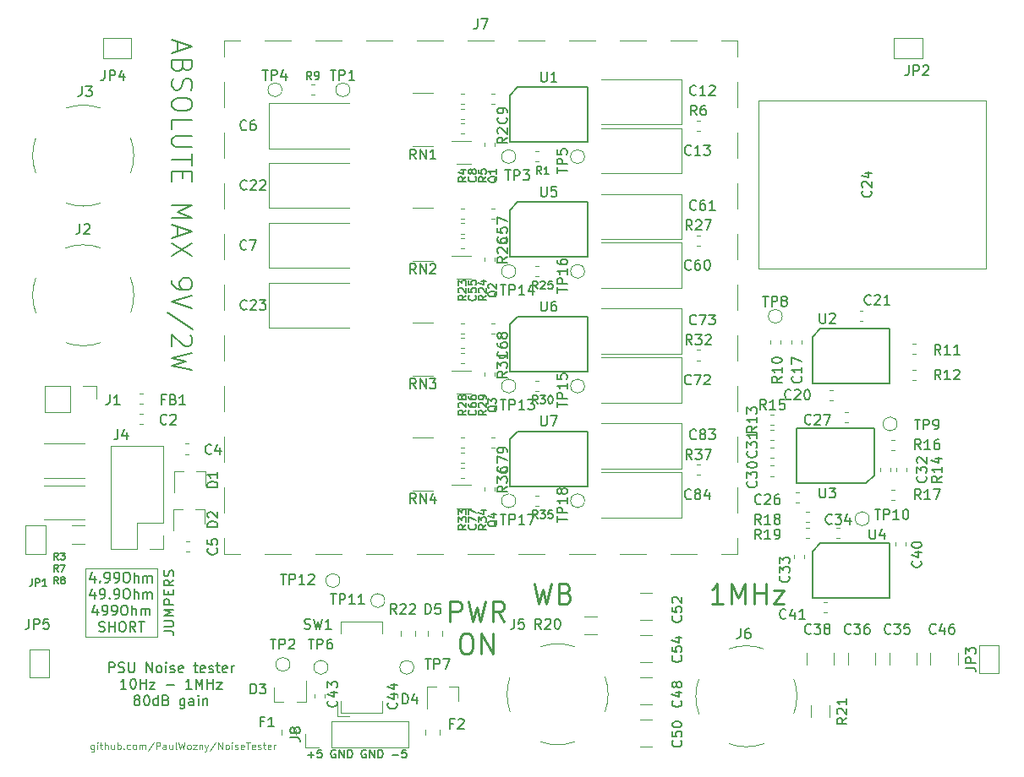
<source format=gbr>
G04 #@! TF.GenerationSoftware,KiCad,Pcbnew,6.0.0-rc1-unknown-589e1f6~66~ubuntu18.04.1*
G04 #@! TF.CreationDate,2018-11-04T22:43:28+01:00*
G04 #@! TF.ProjectId,Ntester,4e746573-7465-4722-9e6b-696361645f70,rev?*
G04 #@! TF.SameCoordinates,Original*
G04 #@! TF.FileFunction,Legend,Top*
G04 #@! TF.FilePolarity,Positive*
%FSLAX46Y46*%
G04 Gerber Fmt 4.6, Leading zero omitted, Abs format (unit mm)*
G04 Created by KiCad (PCBNEW 6.0.0-rc1-unknown-589e1f6~66~ubuntu18.04.1) date nie, 4 lis 2018, 22:43:28*
%MOMM*%
%LPD*%
G01*
G04 APERTURE LIST*
%ADD10C,0.150000*%
%ADD11C,0.125000*%
%ADD12C,0.120000*%
%ADD13C,0.250000*%
G04 APERTURE END LIST*
D10*
X42466666Y-95571428D02*
X42466666Y-96523809D01*
X41895238Y-95380952D02*
X43895238Y-96047619D01*
X41895238Y-96714285D01*
X42942857Y-98047619D02*
X42847619Y-98333333D01*
X42752380Y-98428571D01*
X42561904Y-98523809D01*
X42276190Y-98523809D01*
X42085714Y-98428571D01*
X41990476Y-98333333D01*
X41895238Y-98142857D01*
X41895238Y-97380952D01*
X43895238Y-97380952D01*
X43895238Y-98047619D01*
X43800000Y-98238095D01*
X43704761Y-98333333D01*
X43514285Y-98428571D01*
X43323809Y-98428571D01*
X43133333Y-98333333D01*
X43038095Y-98238095D01*
X42942857Y-98047619D01*
X42942857Y-97380952D01*
X41990476Y-99285714D02*
X41895238Y-99571428D01*
X41895238Y-100047619D01*
X41990476Y-100238095D01*
X42085714Y-100333333D01*
X42276190Y-100428571D01*
X42466666Y-100428571D01*
X42657142Y-100333333D01*
X42752380Y-100238095D01*
X42847619Y-100047619D01*
X42942857Y-99666666D01*
X43038095Y-99476190D01*
X43133333Y-99380952D01*
X43323809Y-99285714D01*
X43514285Y-99285714D01*
X43704761Y-99380952D01*
X43800000Y-99476190D01*
X43895238Y-99666666D01*
X43895238Y-100142857D01*
X43800000Y-100428571D01*
X43895238Y-101666666D02*
X43895238Y-102047619D01*
X43800000Y-102238095D01*
X43609523Y-102428571D01*
X43228571Y-102523809D01*
X42561904Y-102523809D01*
X42180952Y-102428571D01*
X41990476Y-102238095D01*
X41895238Y-102047619D01*
X41895238Y-101666666D01*
X41990476Y-101476190D01*
X42180952Y-101285714D01*
X42561904Y-101190476D01*
X43228571Y-101190476D01*
X43609523Y-101285714D01*
X43800000Y-101476190D01*
X43895238Y-101666666D01*
X41895238Y-104333333D02*
X41895238Y-103380952D01*
X43895238Y-103380952D01*
X43895238Y-105000000D02*
X42276190Y-105000000D01*
X42085714Y-105095238D01*
X41990476Y-105190476D01*
X41895238Y-105380952D01*
X41895238Y-105761904D01*
X41990476Y-105952380D01*
X42085714Y-106047619D01*
X42276190Y-106142857D01*
X43895238Y-106142857D01*
X43895238Y-106809523D02*
X43895238Y-107952380D01*
X41895238Y-107380952D02*
X43895238Y-107380952D01*
X42942857Y-108619047D02*
X42942857Y-109285714D01*
X41895238Y-109571428D02*
X41895238Y-108619047D01*
X43895238Y-108619047D01*
X43895238Y-109571428D01*
X41895238Y-111952380D02*
X43895238Y-111952380D01*
X42466666Y-112619047D01*
X43895238Y-113285714D01*
X41895238Y-113285714D01*
X42466666Y-114142857D02*
X42466666Y-115095238D01*
X41895238Y-113952380D02*
X43895238Y-114619047D01*
X41895238Y-115285714D01*
X43895238Y-115761904D02*
X41895238Y-117095238D01*
X43895238Y-117095238D02*
X41895238Y-115761904D01*
X41895238Y-119476190D02*
X41895238Y-119857142D01*
X41990476Y-120047619D01*
X42085714Y-120142857D01*
X42371428Y-120333333D01*
X42752380Y-120428571D01*
X43514285Y-120428571D01*
X43704761Y-120333333D01*
X43800000Y-120238095D01*
X43895238Y-120047619D01*
X43895238Y-119666666D01*
X43800000Y-119476190D01*
X43704761Y-119380952D01*
X43514285Y-119285714D01*
X43038095Y-119285714D01*
X42847619Y-119380952D01*
X42752380Y-119476190D01*
X42657142Y-119666666D01*
X42657142Y-120047619D01*
X42752380Y-120238095D01*
X42847619Y-120333333D01*
X43038095Y-120428571D01*
X43895238Y-121000000D02*
X41895238Y-121666666D01*
X43895238Y-122333333D01*
X43990476Y-124428571D02*
X41419047Y-122714285D01*
X43704761Y-124999999D02*
X43800000Y-125095238D01*
X43895238Y-125285714D01*
X43895238Y-125761904D01*
X43800000Y-125952380D01*
X43704761Y-126047619D01*
X43514285Y-126142857D01*
X43323809Y-126142857D01*
X43038095Y-126047619D01*
X41895238Y-124904761D01*
X41895238Y-126142857D01*
X43895238Y-126809523D02*
X41895238Y-127285714D01*
X43323809Y-127666666D01*
X41895238Y-128047619D01*
X43895238Y-128523809D01*
X41052380Y-154680952D02*
X41766666Y-154680952D01*
X41909523Y-154728571D01*
X42004761Y-154823809D01*
X42052380Y-154966666D01*
X42052380Y-155061904D01*
X41052380Y-154204761D02*
X41861904Y-154204761D01*
X41957142Y-154157142D01*
X42004761Y-154109523D01*
X42052380Y-154014285D01*
X42052380Y-153823809D01*
X42004761Y-153728571D01*
X41957142Y-153680952D01*
X41861904Y-153633333D01*
X41052380Y-153633333D01*
X42052380Y-153157142D02*
X41052380Y-153157142D01*
X41766666Y-152823809D01*
X41052380Y-152490476D01*
X42052380Y-152490476D01*
X42052380Y-152014285D02*
X41052380Y-152014285D01*
X41052380Y-151633333D01*
X41100000Y-151538095D01*
X41147619Y-151490476D01*
X41242857Y-151442857D01*
X41385714Y-151442857D01*
X41480952Y-151490476D01*
X41528571Y-151538095D01*
X41576190Y-151633333D01*
X41576190Y-152014285D01*
X41528571Y-151014285D02*
X41528571Y-150680952D01*
X42052380Y-150538095D02*
X42052380Y-151014285D01*
X41052380Y-151014285D01*
X41052380Y-150538095D01*
X42052380Y-149538095D02*
X41576190Y-149871428D01*
X42052380Y-150109523D02*
X41052380Y-150109523D01*
X41052380Y-149728571D01*
X41100000Y-149633333D01*
X41147619Y-149585714D01*
X41242857Y-149538095D01*
X41385714Y-149538095D01*
X41480952Y-149585714D01*
X41528571Y-149633333D01*
X41576190Y-149728571D01*
X41576190Y-150109523D01*
X42004761Y-149157142D02*
X42052380Y-149014285D01*
X42052380Y-148776190D01*
X42004761Y-148680952D01*
X41957142Y-148633333D01*
X41861904Y-148585714D01*
X41766666Y-148585714D01*
X41671428Y-148633333D01*
X41623809Y-148680952D01*
X41576190Y-148776190D01*
X41528571Y-148966666D01*
X41480952Y-149061904D01*
X41433333Y-149109523D01*
X41338095Y-149157142D01*
X41242857Y-149157142D01*
X41147619Y-149109523D01*
X41100000Y-149061904D01*
X41052380Y-148966666D01*
X41052380Y-148728571D01*
X41100000Y-148585714D01*
D11*
X34099999Y-166050000D02*
X34099999Y-166616666D01*
X34066666Y-166683333D01*
X34033333Y-166716666D01*
X33966666Y-166750000D01*
X33866666Y-166750000D01*
X33799999Y-166716666D01*
X34099999Y-166483333D02*
X34033333Y-166516666D01*
X33899999Y-166516666D01*
X33833333Y-166483333D01*
X33799999Y-166450000D01*
X33766666Y-166383333D01*
X33766666Y-166183333D01*
X33799999Y-166116666D01*
X33833333Y-166083333D01*
X33899999Y-166050000D01*
X34033333Y-166050000D01*
X34099999Y-166083333D01*
X34433333Y-166516666D02*
X34433333Y-166050000D01*
X34433333Y-165816666D02*
X34399999Y-165850000D01*
X34433333Y-165883333D01*
X34466666Y-165850000D01*
X34433333Y-165816666D01*
X34433333Y-165883333D01*
X34666666Y-166050000D02*
X34933333Y-166050000D01*
X34766666Y-165816666D02*
X34766666Y-166416666D01*
X34799999Y-166483333D01*
X34866666Y-166516666D01*
X34933333Y-166516666D01*
X35166666Y-166516666D02*
X35166666Y-165816666D01*
X35466666Y-166516666D02*
X35466666Y-166150000D01*
X35433333Y-166083333D01*
X35366666Y-166050000D01*
X35266666Y-166050000D01*
X35199999Y-166083333D01*
X35166666Y-166116666D01*
X36099999Y-166050000D02*
X36099999Y-166516666D01*
X35799999Y-166050000D02*
X35799999Y-166416666D01*
X35833333Y-166483333D01*
X35899999Y-166516666D01*
X35999999Y-166516666D01*
X36066666Y-166483333D01*
X36099999Y-166450000D01*
X36433333Y-166516666D02*
X36433333Y-165816666D01*
X36433333Y-166083333D02*
X36499999Y-166050000D01*
X36633333Y-166050000D01*
X36699999Y-166083333D01*
X36733333Y-166116666D01*
X36766666Y-166183333D01*
X36766666Y-166383333D01*
X36733333Y-166450000D01*
X36699999Y-166483333D01*
X36633333Y-166516666D01*
X36499999Y-166516666D01*
X36433333Y-166483333D01*
X37066666Y-166450000D02*
X37099999Y-166483333D01*
X37066666Y-166516666D01*
X37033333Y-166483333D01*
X37066666Y-166450000D01*
X37066666Y-166516666D01*
X37699999Y-166483333D02*
X37633333Y-166516666D01*
X37499999Y-166516666D01*
X37433333Y-166483333D01*
X37399999Y-166450000D01*
X37366666Y-166383333D01*
X37366666Y-166183333D01*
X37399999Y-166116666D01*
X37433333Y-166083333D01*
X37499999Y-166050000D01*
X37633333Y-166050000D01*
X37699999Y-166083333D01*
X38099999Y-166516666D02*
X38033333Y-166483333D01*
X37999999Y-166450000D01*
X37966666Y-166383333D01*
X37966666Y-166183333D01*
X37999999Y-166116666D01*
X38033333Y-166083333D01*
X38099999Y-166050000D01*
X38199999Y-166050000D01*
X38266666Y-166083333D01*
X38299999Y-166116666D01*
X38333333Y-166183333D01*
X38333333Y-166383333D01*
X38299999Y-166450000D01*
X38266666Y-166483333D01*
X38199999Y-166516666D01*
X38099999Y-166516666D01*
X38633333Y-166516666D02*
X38633333Y-166050000D01*
X38633333Y-166116666D02*
X38666666Y-166083333D01*
X38733333Y-166050000D01*
X38833333Y-166050000D01*
X38899999Y-166083333D01*
X38933333Y-166150000D01*
X38933333Y-166516666D01*
X38933333Y-166150000D02*
X38966666Y-166083333D01*
X39033333Y-166050000D01*
X39133333Y-166050000D01*
X39199999Y-166083333D01*
X39233333Y-166150000D01*
X39233333Y-166516666D01*
X40066666Y-165783333D02*
X39466666Y-166683333D01*
X40299999Y-166516666D02*
X40299999Y-165816666D01*
X40566666Y-165816666D01*
X40633333Y-165850000D01*
X40666666Y-165883333D01*
X40699999Y-165950000D01*
X40699999Y-166050000D01*
X40666666Y-166116666D01*
X40633333Y-166150000D01*
X40566666Y-166183333D01*
X40299999Y-166183333D01*
X41299999Y-166516666D02*
X41299999Y-166150000D01*
X41266666Y-166083333D01*
X41199999Y-166050000D01*
X41066666Y-166050000D01*
X40999999Y-166083333D01*
X41299999Y-166483333D02*
X41233333Y-166516666D01*
X41066666Y-166516666D01*
X40999999Y-166483333D01*
X40966666Y-166416666D01*
X40966666Y-166350000D01*
X40999999Y-166283333D01*
X41066666Y-166250000D01*
X41233333Y-166250000D01*
X41299999Y-166216666D01*
X41933333Y-166050000D02*
X41933333Y-166516666D01*
X41633333Y-166050000D02*
X41633333Y-166416666D01*
X41666666Y-166483333D01*
X41733333Y-166516666D01*
X41833333Y-166516666D01*
X41899999Y-166483333D01*
X41933333Y-166450000D01*
X42366666Y-166516666D02*
X42299999Y-166483333D01*
X42266666Y-166416666D01*
X42266666Y-165816666D01*
X42566666Y-165816666D02*
X42733333Y-166516666D01*
X42866666Y-166016666D01*
X42999999Y-166516666D01*
X43166666Y-165816666D01*
X43533333Y-166516666D02*
X43466666Y-166483333D01*
X43433333Y-166450000D01*
X43399999Y-166383333D01*
X43399999Y-166183333D01*
X43433333Y-166116666D01*
X43466666Y-166083333D01*
X43533333Y-166050000D01*
X43633333Y-166050000D01*
X43699999Y-166083333D01*
X43733333Y-166116666D01*
X43766666Y-166183333D01*
X43766666Y-166383333D01*
X43733333Y-166450000D01*
X43699999Y-166483333D01*
X43633333Y-166516666D01*
X43533333Y-166516666D01*
X43999999Y-166050000D02*
X44366666Y-166050000D01*
X43999999Y-166516666D01*
X44366666Y-166516666D01*
X44633333Y-166050000D02*
X44633333Y-166516666D01*
X44633333Y-166116666D02*
X44666666Y-166083333D01*
X44733333Y-166050000D01*
X44833333Y-166050000D01*
X44899999Y-166083333D01*
X44933333Y-166150000D01*
X44933333Y-166516666D01*
X45199999Y-166050000D02*
X45366666Y-166516666D01*
X45533333Y-166050000D02*
X45366666Y-166516666D01*
X45299999Y-166683333D01*
X45266666Y-166716666D01*
X45199999Y-166750000D01*
X46299999Y-165783333D02*
X45699999Y-166683333D01*
X46533333Y-166516666D02*
X46533333Y-165816666D01*
X46933333Y-166516666D01*
X46933333Y-165816666D01*
X47366666Y-166516666D02*
X47300000Y-166483333D01*
X47266666Y-166450000D01*
X47233333Y-166383333D01*
X47233333Y-166183333D01*
X47266666Y-166116666D01*
X47300000Y-166083333D01*
X47366666Y-166050000D01*
X47466666Y-166050000D01*
X47533333Y-166083333D01*
X47566666Y-166116666D01*
X47600000Y-166183333D01*
X47600000Y-166383333D01*
X47566666Y-166450000D01*
X47533333Y-166483333D01*
X47466666Y-166516666D01*
X47366666Y-166516666D01*
X47900000Y-166516666D02*
X47900000Y-166050000D01*
X47900000Y-165816666D02*
X47866666Y-165850000D01*
X47900000Y-165883333D01*
X47933333Y-165850000D01*
X47900000Y-165816666D01*
X47900000Y-165883333D01*
X48200000Y-166483333D02*
X48266666Y-166516666D01*
X48400000Y-166516666D01*
X48466666Y-166483333D01*
X48500000Y-166416666D01*
X48500000Y-166383333D01*
X48466666Y-166316666D01*
X48400000Y-166283333D01*
X48300000Y-166283333D01*
X48233333Y-166250000D01*
X48200000Y-166183333D01*
X48200000Y-166150000D01*
X48233333Y-166083333D01*
X48300000Y-166050000D01*
X48400000Y-166050000D01*
X48466666Y-166083333D01*
X49066666Y-166483333D02*
X49000000Y-166516666D01*
X48866666Y-166516666D01*
X48800000Y-166483333D01*
X48766666Y-166416666D01*
X48766666Y-166150000D01*
X48800000Y-166083333D01*
X48866666Y-166050000D01*
X49000000Y-166050000D01*
X49066666Y-166083333D01*
X49100000Y-166150000D01*
X49100000Y-166216666D01*
X48766666Y-166283333D01*
X49300000Y-165816666D02*
X49700000Y-165816666D01*
X49500000Y-166516666D02*
X49500000Y-165816666D01*
X50200000Y-166483333D02*
X50133333Y-166516666D01*
X50000000Y-166516666D01*
X49933333Y-166483333D01*
X49900000Y-166416666D01*
X49900000Y-166150000D01*
X49933333Y-166083333D01*
X50000000Y-166050000D01*
X50133333Y-166050000D01*
X50200000Y-166083333D01*
X50233333Y-166150000D01*
X50233333Y-166216666D01*
X49900000Y-166283333D01*
X50500000Y-166483333D02*
X50566666Y-166516666D01*
X50700000Y-166516666D01*
X50766666Y-166483333D01*
X50800000Y-166416666D01*
X50800000Y-166383333D01*
X50766666Y-166316666D01*
X50700000Y-166283333D01*
X50600000Y-166283333D01*
X50533333Y-166250000D01*
X50500000Y-166183333D01*
X50500000Y-166150000D01*
X50533333Y-166083333D01*
X50600000Y-166050000D01*
X50700000Y-166050000D01*
X50766666Y-166083333D01*
X51000000Y-166050000D02*
X51266666Y-166050000D01*
X51100000Y-165816666D02*
X51100000Y-166416666D01*
X51133333Y-166483333D01*
X51200000Y-166516666D01*
X51266666Y-166516666D01*
X51766666Y-166483333D02*
X51700000Y-166516666D01*
X51566666Y-166516666D01*
X51500000Y-166483333D01*
X51466666Y-166416666D01*
X51466666Y-166150000D01*
X51500000Y-166083333D01*
X51566666Y-166050000D01*
X51700000Y-166050000D01*
X51766666Y-166083333D01*
X51800000Y-166150000D01*
X51800000Y-166216666D01*
X51466666Y-166283333D01*
X52100000Y-166516666D02*
X52100000Y-166050000D01*
X52100000Y-166183333D02*
X52133333Y-166116666D01*
X52166666Y-166083333D01*
X52233333Y-166050000D01*
X52300000Y-166050000D01*
D12*
X33200000Y-148400000D02*
X33600000Y-148400000D01*
X33200000Y-155200000D02*
X33200000Y-148400000D01*
X40400000Y-155200000D02*
X33200000Y-155200000D01*
X40400000Y-148400000D02*
X40400000Y-155200000D01*
X33600000Y-148400000D02*
X40400000Y-148400000D01*
D10*
X34157142Y-149110714D02*
X34157142Y-149777380D01*
X33919047Y-148729761D02*
X33680952Y-149444047D01*
X34300000Y-149444047D01*
X34680952Y-149682142D02*
X34728571Y-149729761D01*
X34680952Y-149777380D01*
X34633333Y-149729761D01*
X34680952Y-149682142D01*
X34680952Y-149777380D01*
X35204761Y-149777380D02*
X35395238Y-149777380D01*
X35490476Y-149729761D01*
X35538095Y-149682142D01*
X35633333Y-149539285D01*
X35680952Y-149348809D01*
X35680952Y-148967857D01*
X35633333Y-148872619D01*
X35585714Y-148825000D01*
X35490476Y-148777380D01*
X35300000Y-148777380D01*
X35204761Y-148825000D01*
X35157142Y-148872619D01*
X35109523Y-148967857D01*
X35109523Y-149205952D01*
X35157142Y-149301190D01*
X35204761Y-149348809D01*
X35300000Y-149396428D01*
X35490476Y-149396428D01*
X35585714Y-149348809D01*
X35633333Y-149301190D01*
X35680952Y-149205952D01*
X36157142Y-149777380D02*
X36347619Y-149777380D01*
X36442857Y-149729761D01*
X36490476Y-149682142D01*
X36585714Y-149539285D01*
X36633333Y-149348809D01*
X36633333Y-148967857D01*
X36585714Y-148872619D01*
X36538095Y-148825000D01*
X36442857Y-148777380D01*
X36252380Y-148777380D01*
X36157142Y-148825000D01*
X36109523Y-148872619D01*
X36061904Y-148967857D01*
X36061904Y-149205952D01*
X36109523Y-149301190D01*
X36157142Y-149348809D01*
X36252380Y-149396428D01*
X36442857Y-149396428D01*
X36538095Y-149348809D01*
X36585714Y-149301190D01*
X36633333Y-149205952D01*
X37252380Y-148777380D02*
X37442857Y-148777380D01*
X37538095Y-148825000D01*
X37633333Y-148920238D01*
X37680952Y-149110714D01*
X37680952Y-149444047D01*
X37633333Y-149634523D01*
X37538095Y-149729761D01*
X37442857Y-149777380D01*
X37252380Y-149777380D01*
X37157142Y-149729761D01*
X37061904Y-149634523D01*
X37014285Y-149444047D01*
X37014285Y-149110714D01*
X37061904Y-148920238D01*
X37157142Y-148825000D01*
X37252380Y-148777380D01*
X38109523Y-149777380D02*
X38109523Y-148777380D01*
X38538095Y-149777380D02*
X38538095Y-149253571D01*
X38490476Y-149158333D01*
X38395238Y-149110714D01*
X38252380Y-149110714D01*
X38157142Y-149158333D01*
X38109523Y-149205952D01*
X39014285Y-149777380D02*
X39014285Y-149110714D01*
X39014285Y-149205952D02*
X39061904Y-149158333D01*
X39157142Y-149110714D01*
X39300000Y-149110714D01*
X39395238Y-149158333D01*
X39442857Y-149253571D01*
X39442857Y-149777380D01*
X39442857Y-149253571D02*
X39490476Y-149158333D01*
X39585714Y-149110714D01*
X39728571Y-149110714D01*
X39823809Y-149158333D01*
X39871428Y-149253571D01*
X39871428Y-149777380D01*
X34157142Y-150760714D02*
X34157142Y-151427380D01*
X33919047Y-150379761D02*
X33680952Y-151094047D01*
X34300000Y-151094047D01*
X34728571Y-151427380D02*
X34919047Y-151427380D01*
X35014285Y-151379761D01*
X35061904Y-151332142D01*
X35157142Y-151189285D01*
X35204761Y-150998809D01*
X35204761Y-150617857D01*
X35157142Y-150522619D01*
X35109523Y-150475000D01*
X35014285Y-150427380D01*
X34823809Y-150427380D01*
X34728571Y-150475000D01*
X34680952Y-150522619D01*
X34633333Y-150617857D01*
X34633333Y-150855952D01*
X34680952Y-150951190D01*
X34728571Y-150998809D01*
X34823809Y-151046428D01*
X35014285Y-151046428D01*
X35109523Y-150998809D01*
X35157142Y-150951190D01*
X35204761Y-150855952D01*
X35633333Y-151332142D02*
X35680952Y-151379761D01*
X35633333Y-151427380D01*
X35585714Y-151379761D01*
X35633333Y-151332142D01*
X35633333Y-151427380D01*
X36157142Y-151427380D02*
X36347619Y-151427380D01*
X36442857Y-151379761D01*
X36490476Y-151332142D01*
X36585714Y-151189285D01*
X36633333Y-150998809D01*
X36633333Y-150617857D01*
X36585714Y-150522619D01*
X36538095Y-150475000D01*
X36442857Y-150427380D01*
X36252380Y-150427380D01*
X36157142Y-150475000D01*
X36109523Y-150522619D01*
X36061904Y-150617857D01*
X36061904Y-150855952D01*
X36109523Y-150951190D01*
X36157142Y-150998809D01*
X36252380Y-151046428D01*
X36442857Y-151046428D01*
X36538095Y-150998809D01*
X36585714Y-150951190D01*
X36633333Y-150855952D01*
X37252380Y-150427380D02*
X37442857Y-150427380D01*
X37538095Y-150475000D01*
X37633333Y-150570238D01*
X37680952Y-150760714D01*
X37680952Y-151094047D01*
X37633333Y-151284523D01*
X37538095Y-151379761D01*
X37442857Y-151427380D01*
X37252380Y-151427380D01*
X37157142Y-151379761D01*
X37061904Y-151284523D01*
X37014285Y-151094047D01*
X37014285Y-150760714D01*
X37061904Y-150570238D01*
X37157142Y-150475000D01*
X37252380Y-150427380D01*
X38109523Y-151427380D02*
X38109523Y-150427380D01*
X38538095Y-151427380D02*
X38538095Y-150903571D01*
X38490476Y-150808333D01*
X38395238Y-150760714D01*
X38252380Y-150760714D01*
X38157142Y-150808333D01*
X38109523Y-150855952D01*
X39014285Y-151427380D02*
X39014285Y-150760714D01*
X39014285Y-150855952D02*
X39061904Y-150808333D01*
X39157142Y-150760714D01*
X39300000Y-150760714D01*
X39395238Y-150808333D01*
X39442857Y-150903571D01*
X39442857Y-151427380D01*
X39442857Y-150903571D02*
X39490476Y-150808333D01*
X39585714Y-150760714D01*
X39728571Y-150760714D01*
X39823809Y-150808333D01*
X39871428Y-150903571D01*
X39871428Y-151427380D01*
X34395238Y-152410714D02*
X34395238Y-153077380D01*
X34157142Y-152029761D02*
X33919047Y-152744047D01*
X34538095Y-152744047D01*
X34966666Y-153077380D02*
X35157142Y-153077380D01*
X35252380Y-153029761D01*
X35300000Y-152982142D01*
X35395238Y-152839285D01*
X35442857Y-152648809D01*
X35442857Y-152267857D01*
X35395238Y-152172619D01*
X35347619Y-152125000D01*
X35252380Y-152077380D01*
X35061904Y-152077380D01*
X34966666Y-152125000D01*
X34919047Y-152172619D01*
X34871428Y-152267857D01*
X34871428Y-152505952D01*
X34919047Y-152601190D01*
X34966666Y-152648809D01*
X35061904Y-152696428D01*
X35252380Y-152696428D01*
X35347619Y-152648809D01*
X35395238Y-152601190D01*
X35442857Y-152505952D01*
X35919047Y-153077380D02*
X36109523Y-153077380D01*
X36204761Y-153029761D01*
X36252380Y-152982142D01*
X36347619Y-152839285D01*
X36395238Y-152648809D01*
X36395238Y-152267857D01*
X36347619Y-152172619D01*
X36300000Y-152125000D01*
X36204761Y-152077380D01*
X36014285Y-152077380D01*
X35919047Y-152125000D01*
X35871428Y-152172619D01*
X35823809Y-152267857D01*
X35823809Y-152505952D01*
X35871428Y-152601190D01*
X35919047Y-152648809D01*
X36014285Y-152696428D01*
X36204761Y-152696428D01*
X36300000Y-152648809D01*
X36347619Y-152601190D01*
X36395238Y-152505952D01*
X37014285Y-152077380D02*
X37204761Y-152077380D01*
X37300000Y-152125000D01*
X37395238Y-152220238D01*
X37442857Y-152410714D01*
X37442857Y-152744047D01*
X37395238Y-152934523D01*
X37300000Y-153029761D01*
X37204761Y-153077380D01*
X37014285Y-153077380D01*
X36919047Y-153029761D01*
X36823809Y-152934523D01*
X36776190Y-152744047D01*
X36776190Y-152410714D01*
X36823809Y-152220238D01*
X36919047Y-152125000D01*
X37014285Y-152077380D01*
X37871428Y-153077380D02*
X37871428Y-152077380D01*
X38300000Y-153077380D02*
X38300000Y-152553571D01*
X38252380Y-152458333D01*
X38157142Y-152410714D01*
X38014285Y-152410714D01*
X37919047Y-152458333D01*
X37871428Y-152505952D01*
X38776190Y-153077380D02*
X38776190Y-152410714D01*
X38776190Y-152505952D02*
X38823809Y-152458333D01*
X38919047Y-152410714D01*
X39061904Y-152410714D01*
X39157142Y-152458333D01*
X39204761Y-152553571D01*
X39204761Y-153077380D01*
X39204761Y-152553571D02*
X39252380Y-152458333D01*
X39347619Y-152410714D01*
X39490476Y-152410714D01*
X39585714Y-152458333D01*
X39633333Y-152553571D01*
X39633333Y-153077380D01*
X34585714Y-154679761D02*
X34728571Y-154727380D01*
X34966666Y-154727380D01*
X35061904Y-154679761D01*
X35109523Y-154632142D01*
X35157142Y-154536904D01*
X35157142Y-154441666D01*
X35109523Y-154346428D01*
X35061904Y-154298809D01*
X34966666Y-154251190D01*
X34776190Y-154203571D01*
X34680952Y-154155952D01*
X34633333Y-154108333D01*
X34585714Y-154013095D01*
X34585714Y-153917857D01*
X34633333Y-153822619D01*
X34680952Y-153775000D01*
X34776190Y-153727380D01*
X35014285Y-153727380D01*
X35157142Y-153775000D01*
X35585714Y-154727380D02*
X35585714Y-153727380D01*
X35585714Y-154203571D02*
X36157142Y-154203571D01*
X36157142Y-154727380D02*
X36157142Y-153727380D01*
X36823809Y-153727380D02*
X37014285Y-153727380D01*
X37109523Y-153775000D01*
X37204761Y-153870238D01*
X37252380Y-154060714D01*
X37252380Y-154394047D01*
X37204761Y-154584523D01*
X37109523Y-154679761D01*
X37014285Y-154727380D01*
X36823809Y-154727380D01*
X36728571Y-154679761D01*
X36633333Y-154584523D01*
X36585714Y-154394047D01*
X36585714Y-154060714D01*
X36633333Y-153870238D01*
X36728571Y-153775000D01*
X36823809Y-153727380D01*
X38252380Y-154727380D02*
X37919047Y-154251190D01*
X37680952Y-154727380D02*
X37680952Y-153727380D01*
X38061904Y-153727380D01*
X38157142Y-153775000D01*
X38204761Y-153822619D01*
X38252380Y-153917857D01*
X38252380Y-154060714D01*
X38204761Y-154155952D01*
X38157142Y-154203571D01*
X38061904Y-154251190D01*
X37680952Y-154251190D01*
X38538095Y-153727380D02*
X39109523Y-153727380D01*
X38823809Y-154727380D02*
X38823809Y-153727380D01*
X35585714Y-158802380D02*
X35585714Y-157802380D01*
X35966666Y-157802380D01*
X36061904Y-157850000D01*
X36109523Y-157897619D01*
X36157142Y-157992857D01*
X36157142Y-158135714D01*
X36109523Y-158230952D01*
X36061904Y-158278571D01*
X35966666Y-158326190D01*
X35585714Y-158326190D01*
X36538095Y-158754761D02*
X36680952Y-158802380D01*
X36919047Y-158802380D01*
X37014285Y-158754761D01*
X37061904Y-158707142D01*
X37109523Y-158611904D01*
X37109523Y-158516666D01*
X37061904Y-158421428D01*
X37014285Y-158373809D01*
X36919047Y-158326190D01*
X36728571Y-158278571D01*
X36633333Y-158230952D01*
X36585714Y-158183333D01*
X36538095Y-158088095D01*
X36538095Y-157992857D01*
X36585714Y-157897619D01*
X36633333Y-157850000D01*
X36728571Y-157802380D01*
X36966666Y-157802380D01*
X37109523Y-157850000D01*
X37538095Y-157802380D02*
X37538095Y-158611904D01*
X37585714Y-158707142D01*
X37633333Y-158754761D01*
X37728571Y-158802380D01*
X37919047Y-158802380D01*
X38014285Y-158754761D01*
X38061904Y-158707142D01*
X38109523Y-158611904D01*
X38109523Y-157802380D01*
X39347619Y-158802380D02*
X39347619Y-157802380D01*
X39919047Y-158802380D01*
X39919047Y-157802380D01*
X40538095Y-158802380D02*
X40442857Y-158754761D01*
X40395238Y-158707142D01*
X40347619Y-158611904D01*
X40347619Y-158326190D01*
X40395238Y-158230952D01*
X40442857Y-158183333D01*
X40538095Y-158135714D01*
X40680952Y-158135714D01*
X40776190Y-158183333D01*
X40823809Y-158230952D01*
X40871428Y-158326190D01*
X40871428Y-158611904D01*
X40823809Y-158707142D01*
X40776190Y-158754761D01*
X40680952Y-158802380D01*
X40538095Y-158802380D01*
X41300000Y-158802380D02*
X41300000Y-158135714D01*
X41300000Y-157802380D02*
X41252380Y-157850000D01*
X41300000Y-157897619D01*
X41347619Y-157850000D01*
X41300000Y-157802380D01*
X41300000Y-157897619D01*
X41728571Y-158754761D02*
X41823809Y-158802380D01*
X42014285Y-158802380D01*
X42109523Y-158754761D01*
X42157142Y-158659523D01*
X42157142Y-158611904D01*
X42109523Y-158516666D01*
X42014285Y-158469047D01*
X41871428Y-158469047D01*
X41776190Y-158421428D01*
X41728571Y-158326190D01*
X41728571Y-158278571D01*
X41776190Y-158183333D01*
X41871428Y-158135714D01*
X42014285Y-158135714D01*
X42109523Y-158183333D01*
X42966666Y-158754761D02*
X42871428Y-158802380D01*
X42680952Y-158802380D01*
X42585714Y-158754761D01*
X42538095Y-158659523D01*
X42538095Y-158278571D01*
X42585714Y-158183333D01*
X42680952Y-158135714D01*
X42871428Y-158135714D01*
X42966666Y-158183333D01*
X43014285Y-158278571D01*
X43014285Y-158373809D01*
X42538095Y-158469047D01*
X44061904Y-158135714D02*
X44442857Y-158135714D01*
X44204761Y-157802380D02*
X44204761Y-158659523D01*
X44252380Y-158754761D01*
X44347619Y-158802380D01*
X44442857Y-158802380D01*
X45157142Y-158754761D02*
X45061904Y-158802380D01*
X44871428Y-158802380D01*
X44776190Y-158754761D01*
X44728571Y-158659523D01*
X44728571Y-158278571D01*
X44776190Y-158183333D01*
X44871428Y-158135714D01*
X45061904Y-158135714D01*
X45157142Y-158183333D01*
X45204761Y-158278571D01*
X45204761Y-158373809D01*
X44728571Y-158469047D01*
X45585714Y-158754761D02*
X45680952Y-158802380D01*
X45871428Y-158802380D01*
X45966666Y-158754761D01*
X46014285Y-158659523D01*
X46014285Y-158611904D01*
X45966666Y-158516666D01*
X45871428Y-158469047D01*
X45728571Y-158469047D01*
X45633333Y-158421428D01*
X45585714Y-158326190D01*
X45585714Y-158278571D01*
X45633333Y-158183333D01*
X45728571Y-158135714D01*
X45871428Y-158135714D01*
X45966666Y-158183333D01*
X46299999Y-158135714D02*
X46680952Y-158135714D01*
X46442857Y-157802380D02*
X46442857Y-158659523D01*
X46490476Y-158754761D01*
X46585714Y-158802380D01*
X46680952Y-158802380D01*
X47395238Y-158754761D02*
X47299999Y-158802380D01*
X47109523Y-158802380D01*
X47014285Y-158754761D01*
X46966666Y-158659523D01*
X46966666Y-158278571D01*
X47014285Y-158183333D01*
X47109523Y-158135714D01*
X47299999Y-158135714D01*
X47395238Y-158183333D01*
X47442857Y-158278571D01*
X47442857Y-158373809D01*
X46966666Y-158469047D01*
X47871428Y-158802380D02*
X47871428Y-158135714D01*
X47871428Y-158326190D02*
X47919047Y-158230952D01*
X47966666Y-158183333D01*
X48061904Y-158135714D01*
X48157142Y-158135714D01*
X37323809Y-160452380D02*
X36752380Y-160452380D01*
X37038095Y-160452380D02*
X37038095Y-159452380D01*
X36942857Y-159595238D01*
X36847619Y-159690476D01*
X36752380Y-159738095D01*
X37942857Y-159452380D02*
X38038095Y-159452380D01*
X38133333Y-159500000D01*
X38180952Y-159547619D01*
X38228571Y-159642857D01*
X38276190Y-159833333D01*
X38276190Y-160071428D01*
X38228571Y-160261904D01*
X38180952Y-160357142D01*
X38133333Y-160404761D01*
X38038095Y-160452380D01*
X37942857Y-160452380D01*
X37847619Y-160404761D01*
X37800000Y-160357142D01*
X37752380Y-160261904D01*
X37704761Y-160071428D01*
X37704761Y-159833333D01*
X37752380Y-159642857D01*
X37800000Y-159547619D01*
X37847619Y-159500000D01*
X37942857Y-159452380D01*
X38704761Y-160452380D02*
X38704761Y-159452380D01*
X38704761Y-159928571D02*
X39276190Y-159928571D01*
X39276190Y-160452380D02*
X39276190Y-159452380D01*
X39657142Y-159785714D02*
X40180952Y-159785714D01*
X39657142Y-160452380D01*
X40180952Y-160452380D01*
X41323809Y-160071428D02*
X42085714Y-160071428D01*
X43847619Y-160452380D02*
X43276190Y-160452380D01*
X43561904Y-160452380D02*
X43561904Y-159452380D01*
X43466666Y-159595238D01*
X43371428Y-159690476D01*
X43276190Y-159738095D01*
X44276190Y-160452380D02*
X44276190Y-159452380D01*
X44609523Y-160166666D01*
X44942857Y-159452380D01*
X44942857Y-160452380D01*
X45419047Y-160452380D02*
X45419047Y-159452380D01*
X45419047Y-159928571D02*
X45990476Y-159928571D01*
X45990476Y-160452380D02*
X45990476Y-159452380D01*
X46371428Y-159785714D02*
X46895238Y-159785714D01*
X46371428Y-160452380D01*
X46895238Y-160452380D01*
X38300000Y-161530952D02*
X38204761Y-161483333D01*
X38157142Y-161435714D01*
X38109523Y-161340476D01*
X38109523Y-161292857D01*
X38157142Y-161197619D01*
X38204761Y-161150000D01*
X38300000Y-161102380D01*
X38490476Y-161102380D01*
X38585714Y-161150000D01*
X38633333Y-161197619D01*
X38680952Y-161292857D01*
X38680952Y-161340476D01*
X38633333Y-161435714D01*
X38585714Y-161483333D01*
X38490476Y-161530952D01*
X38300000Y-161530952D01*
X38204761Y-161578571D01*
X38157142Y-161626190D01*
X38109523Y-161721428D01*
X38109523Y-161911904D01*
X38157142Y-162007142D01*
X38204761Y-162054761D01*
X38300000Y-162102380D01*
X38490476Y-162102380D01*
X38585714Y-162054761D01*
X38633333Y-162007142D01*
X38680952Y-161911904D01*
X38680952Y-161721428D01*
X38633333Y-161626190D01*
X38585714Y-161578571D01*
X38490476Y-161530952D01*
X39300000Y-161102380D02*
X39395238Y-161102380D01*
X39490476Y-161150000D01*
X39538095Y-161197619D01*
X39585714Y-161292857D01*
X39633333Y-161483333D01*
X39633333Y-161721428D01*
X39585714Y-161911904D01*
X39538095Y-162007142D01*
X39490476Y-162054761D01*
X39395238Y-162102380D01*
X39300000Y-162102380D01*
X39204761Y-162054761D01*
X39157142Y-162007142D01*
X39109523Y-161911904D01*
X39061904Y-161721428D01*
X39061904Y-161483333D01*
X39109523Y-161292857D01*
X39157142Y-161197619D01*
X39204761Y-161150000D01*
X39300000Y-161102380D01*
X40490476Y-162102380D02*
X40490476Y-161102380D01*
X40490476Y-162054761D02*
X40395238Y-162102380D01*
X40204761Y-162102380D01*
X40109523Y-162054761D01*
X40061904Y-162007142D01*
X40014285Y-161911904D01*
X40014285Y-161626190D01*
X40061904Y-161530952D01*
X40109523Y-161483333D01*
X40204761Y-161435714D01*
X40395238Y-161435714D01*
X40490476Y-161483333D01*
X41300000Y-161578571D02*
X41442857Y-161626190D01*
X41490476Y-161673809D01*
X41538095Y-161769047D01*
X41538095Y-161911904D01*
X41490476Y-162007142D01*
X41442857Y-162054761D01*
X41347619Y-162102380D01*
X40966666Y-162102380D01*
X40966666Y-161102380D01*
X41300000Y-161102380D01*
X41395238Y-161150000D01*
X41442857Y-161197619D01*
X41490476Y-161292857D01*
X41490476Y-161388095D01*
X41442857Y-161483333D01*
X41395238Y-161530952D01*
X41300000Y-161578571D01*
X40966666Y-161578571D01*
X43157142Y-161435714D02*
X43157142Y-162245238D01*
X43109523Y-162340476D01*
X43061904Y-162388095D01*
X42966666Y-162435714D01*
X42823809Y-162435714D01*
X42728571Y-162388095D01*
X43157142Y-162054761D02*
X43061904Y-162102380D01*
X42871428Y-162102380D01*
X42776190Y-162054761D01*
X42728571Y-162007142D01*
X42680952Y-161911904D01*
X42680952Y-161626190D01*
X42728571Y-161530952D01*
X42776190Y-161483333D01*
X42871428Y-161435714D01*
X43061904Y-161435714D01*
X43157142Y-161483333D01*
X44061904Y-162102380D02*
X44061904Y-161578571D01*
X44014285Y-161483333D01*
X43919047Y-161435714D01*
X43728571Y-161435714D01*
X43633333Y-161483333D01*
X44061904Y-162054761D02*
X43966666Y-162102380D01*
X43728571Y-162102380D01*
X43633333Y-162054761D01*
X43585714Y-161959523D01*
X43585714Y-161864285D01*
X43633333Y-161769047D01*
X43728571Y-161721428D01*
X43966666Y-161721428D01*
X44061904Y-161673809D01*
X44538095Y-162102380D02*
X44538095Y-161435714D01*
X44538095Y-161102380D02*
X44490476Y-161150000D01*
X44538095Y-161197619D01*
X44585714Y-161150000D01*
X44538095Y-161102380D01*
X44538095Y-161197619D01*
X45014285Y-161435714D02*
X45014285Y-162102380D01*
X45014285Y-161530952D02*
X45061904Y-161483333D01*
X45157142Y-161435714D01*
X45300000Y-161435714D01*
X45395238Y-161483333D01*
X45442857Y-161578571D01*
X45442857Y-162102380D01*
X55485714Y-167057142D02*
X56095238Y-167057142D01*
X55790476Y-167361904D02*
X55790476Y-166752380D01*
X56857142Y-166561904D02*
X56476190Y-166561904D01*
X56438095Y-166942857D01*
X56476190Y-166904761D01*
X56552380Y-166866666D01*
X56742857Y-166866666D01*
X56819047Y-166904761D01*
X56857142Y-166942857D01*
X56895238Y-167019047D01*
X56895238Y-167209523D01*
X56857142Y-167285714D01*
X56819047Y-167323809D01*
X56742857Y-167361904D01*
X56552380Y-167361904D01*
X56476190Y-167323809D01*
X56438095Y-167285714D01*
X58266666Y-166600000D02*
X58190476Y-166561904D01*
X58076190Y-166561904D01*
X57961904Y-166600000D01*
X57885714Y-166676190D01*
X57847619Y-166752380D01*
X57809523Y-166904761D01*
X57809523Y-167019047D01*
X57847619Y-167171428D01*
X57885714Y-167247619D01*
X57961904Y-167323809D01*
X58076190Y-167361904D01*
X58152380Y-167361904D01*
X58266666Y-167323809D01*
X58304761Y-167285714D01*
X58304761Y-167019047D01*
X58152380Y-167019047D01*
X58647619Y-167361904D02*
X58647619Y-166561904D01*
X59104761Y-167361904D01*
X59104761Y-166561904D01*
X59485714Y-167361904D02*
X59485714Y-166561904D01*
X59676190Y-166561904D01*
X59790476Y-166600000D01*
X59866666Y-166676190D01*
X59904761Y-166752380D01*
X59942857Y-166904761D01*
X59942857Y-167019047D01*
X59904761Y-167171428D01*
X59866666Y-167247619D01*
X59790476Y-167323809D01*
X59676190Y-167361904D01*
X59485714Y-167361904D01*
X61314285Y-166600000D02*
X61238095Y-166561904D01*
X61123809Y-166561904D01*
X61009523Y-166600000D01*
X60933333Y-166676190D01*
X60895238Y-166752380D01*
X60857142Y-166904761D01*
X60857142Y-167019047D01*
X60895238Y-167171428D01*
X60933333Y-167247619D01*
X61009523Y-167323809D01*
X61123809Y-167361904D01*
X61200000Y-167361904D01*
X61314285Y-167323809D01*
X61352380Y-167285714D01*
X61352380Y-167019047D01*
X61200000Y-167019047D01*
X61695238Y-167361904D02*
X61695238Y-166561904D01*
X62152380Y-167361904D01*
X62152380Y-166561904D01*
X62533333Y-167361904D02*
X62533333Y-166561904D01*
X62723809Y-166561904D01*
X62838095Y-166600000D01*
X62914285Y-166676190D01*
X62952380Y-166752380D01*
X62990476Y-166904761D01*
X62990476Y-167019047D01*
X62952380Y-167171428D01*
X62914285Y-167247619D01*
X62838095Y-167323809D01*
X62723809Y-167361904D01*
X62533333Y-167361904D01*
X63942857Y-167057142D02*
X64552380Y-167057142D01*
X65314285Y-166561904D02*
X64933333Y-166561904D01*
X64895238Y-166942857D01*
X64933333Y-166904761D01*
X65009523Y-166866666D01*
X65200000Y-166866666D01*
X65276190Y-166904761D01*
X65314285Y-166942857D01*
X65352380Y-167019047D01*
X65352380Y-167209523D01*
X65314285Y-167285714D01*
X65276190Y-167323809D01*
X65200000Y-167361904D01*
X65009523Y-167361904D01*
X64933333Y-167323809D01*
X64895238Y-167285714D01*
D13*
X69733333Y-153679761D02*
X69733333Y-151679761D01*
X70495238Y-151679761D01*
X70685714Y-151775000D01*
X70780952Y-151870238D01*
X70876190Y-152060714D01*
X70876190Y-152346428D01*
X70780952Y-152536904D01*
X70685714Y-152632142D01*
X70495238Y-152727380D01*
X69733333Y-152727380D01*
X71542857Y-151679761D02*
X72019047Y-153679761D01*
X72400000Y-152251190D01*
X72780952Y-153679761D01*
X73257142Y-151679761D01*
X75161904Y-153679761D02*
X74495238Y-152727380D01*
X74019047Y-153679761D02*
X74019047Y-151679761D01*
X74780952Y-151679761D01*
X74971428Y-151775000D01*
X75066666Y-151870238D01*
X75161904Y-152060714D01*
X75161904Y-152346428D01*
X75066666Y-152536904D01*
X74971428Y-152632142D01*
X74780952Y-152727380D01*
X74019047Y-152727380D01*
X71161904Y-154929761D02*
X71542857Y-154929761D01*
X71733333Y-155025000D01*
X71923809Y-155215476D01*
X72019047Y-155596428D01*
X72019047Y-156263095D01*
X71923809Y-156644047D01*
X71733333Y-156834523D01*
X71542857Y-156929761D01*
X71161904Y-156929761D01*
X70971428Y-156834523D01*
X70780952Y-156644047D01*
X70685714Y-156263095D01*
X70685714Y-155596428D01*
X70780952Y-155215476D01*
X70971428Y-155025000D01*
X71161904Y-154929761D01*
X72876190Y-156929761D02*
X72876190Y-154929761D01*
X74019047Y-156929761D01*
X74019047Y-154929761D01*
X97071428Y-151904761D02*
X95928571Y-151904761D01*
X96500000Y-151904761D02*
X96500000Y-149904761D01*
X96309523Y-150190476D01*
X96119047Y-150380952D01*
X95928571Y-150476190D01*
X97928571Y-151904761D02*
X97928571Y-149904761D01*
X98595238Y-151333333D01*
X99261904Y-149904761D01*
X99261904Y-151904761D01*
X100214285Y-151904761D02*
X100214285Y-149904761D01*
X100214285Y-150857142D02*
X101357142Y-150857142D01*
X101357142Y-151904761D02*
X101357142Y-149904761D01*
X102119047Y-150571428D02*
X103166666Y-150571428D01*
X102119047Y-151904761D01*
X103166666Y-151904761D01*
X78142857Y-149904761D02*
X78619047Y-151904761D01*
X79000000Y-150476190D01*
X79380952Y-151904761D01*
X79857142Y-149904761D01*
X81285714Y-150857142D02*
X81571428Y-150952380D01*
X81666666Y-151047619D01*
X81761904Y-151238095D01*
X81761904Y-151523809D01*
X81666666Y-151714285D01*
X81571428Y-151809523D01*
X81380952Y-151904761D01*
X80619047Y-151904761D01*
X80619047Y-149904761D01*
X81285714Y-149904761D01*
X81476190Y-150000000D01*
X81571428Y-150095238D01*
X81666666Y-150285714D01*
X81666666Y-150476190D01*
X81571428Y-150666666D01*
X81476190Y-150761904D01*
X81285714Y-150857142D01*
X80619047Y-150857142D01*
D12*
G04 #@! TO.C,J6*
X101112663Y-156436411D02*
G75*
G03X97650000Y-156450000I-1712663J-4763589D01*
G01*
X104163589Y-162912663D02*
G75*
G03X104150000Y-159450000I-4763589J1712663D01*
G01*
X97687337Y-165963589D02*
G75*
G03X101150000Y-165950000I1712663J4763589D01*
G01*
X94636411Y-159487337D02*
G75*
G03X94650000Y-162950000I4763589J-1712663D01*
G01*
G04 #@! TO.C,J8*
X55270000Y-166330000D02*
X55270000Y-165000000D01*
X56600000Y-166330000D02*
X55270000Y-166330000D01*
X57870000Y-166330000D02*
X57870000Y-163670000D01*
X57870000Y-163670000D02*
X65550000Y-163670000D01*
X57870000Y-166330000D02*
X65550000Y-166330000D01*
X65550000Y-166330000D02*
X65550000Y-163670000D01*
G04 #@! TO.C,C84*
X84850000Y-143260000D02*
X92910000Y-143260000D01*
X92910000Y-143260000D02*
X92910000Y-138740000D01*
X92910000Y-138740000D02*
X84850000Y-138740000D01*
G04 #@! TO.C,R36*
X74210000Y-140237221D02*
X74210000Y-140562779D01*
X73190000Y-140237221D02*
X73190000Y-140562779D01*
G04 #@! TO.C,C77*
X70837221Y-138290000D02*
X71162779Y-138290000D01*
X70837221Y-139310000D02*
X71162779Y-139310000D01*
G04 #@! TO.C,R34*
X71162779Y-137810000D02*
X70837221Y-137810000D01*
X71162779Y-136790000D02*
X70837221Y-136790000D01*
G04 #@! TO.C,C79*
X74162779Y-136310000D02*
X73837221Y-136310000D01*
X74162779Y-135290000D02*
X73837221Y-135290000D01*
G04 #@! TO.C,C83*
X84850000Y-138360000D02*
X92910000Y-138360000D01*
X92910000Y-138360000D02*
X92910000Y-133840000D01*
X92910000Y-133840000D02*
X84850000Y-133840000D01*
G04 #@! TO.C,RN4*
X65950000Y-135230000D02*
X68050000Y-135230000D01*
X65950000Y-140570000D02*
X68050000Y-140570000D01*
G04 #@! TO.C,TP18*
X83200000Y-141600000D02*
G75*
G03X83200000Y-141600000I-700000J0D01*
G01*
G04 #@! TO.C,R35*
X78237221Y-141090000D02*
X78562779Y-141090000D01*
X78237221Y-142110000D02*
X78562779Y-142110000D01*
G04 #@! TO.C,R33*
X71162779Y-136310000D02*
X70837221Y-136310000D01*
X71162779Y-135290000D02*
X70837221Y-135290000D01*
G04 #@! TO.C,Q4*
X71800000Y-140040000D02*
X69900000Y-140040000D01*
X70400000Y-142360000D02*
X71800000Y-142360000D01*
G04 #@! TO.C,TP17*
X76300000Y-141600000D02*
G75*
G03X76300000Y-141600000I-700000J0D01*
G01*
G04 #@! TO.C,R37*
X94762779Y-139010000D02*
X94437221Y-139010000D01*
X94762779Y-137990000D02*
X94437221Y-137990000D01*
D10*
G04 #@! TO.C,U7*
X75725000Y-135445000D02*
X76525000Y-134645000D01*
X76525000Y-134645000D02*
X83475000Y-134645000D01*
X83475000Y-134645000D02*
X83475000Y-140155000D01*
X83475000Y-140155000D02*
X75725000Y-140155000D01*
X75725000Y-140155000D02*
X75725000Y-135445000D01*
D12*
G04 #@! TO.C,R29*
X71162779Y-125290000D02*
X70837221Y-125290000D01*
X71162779Y-126310000D02*
X70837221Y-126310000D01*
G04 #@! TO.C,R32*
X94762779Y-126490000D02*
X94437221Y-126490000D01*
X94762779Y-127510000D02*
X94437221Y-127510000D01*
G04 #@! TO.C,RN3*
X65950000Y-129070000D02*
X68050000Y-129070000D01*
X65950000Y-123730000D02*
X68050000Y-123730000D01*
G04 #@! TO.C,C73*
X92910000Y-122340000D02*
X84850000Y-122340000D01*
X92910000Y-126860000D02*
X92910000Y-122340000D01*
X84850000Y-126860000D02*
X92910000Y-126860000D01*
G04 #@! TO.C,R31*
X73190000Y-128737221D02*
X73190000Y-129062779D01*
X74210000Y-128737221D02*
X74210000Y-129062779D01*
G04 #@! TO.C,TP13*
X76300000Y-130100000D02*
G75*
G03X76300000Y-130100000I-700000J0D01*
G01*
G04 #@! TO.C,TP15*
X83200000Y-130100000D02*
G75*
G03X83200000Y-130100000I-700000J0D01*
G01*
G04 #@! TO.C,C66*
X70837221Y-127810000D02*
X71162779Y-127810000D01*
X70837221Y-126790000D02*
X71162779Y-126790000D01*
G04 #@! TO.C,C72*
X92910000Y-127240000D02*
X84850000Y-127240000D01*
X92910000Y-131760000D02*
X92910000Y-127240000D01*
X84850000Y-131760000D02*
X92910000Y-131760000D01*
G04 #@! TO.C,R30*
X78237221Y-130610000D02*
X78562779Y-130610000D01*
X78237221Y-129590000D02*
X78562779Y-129590000D01*
D10*
G04 #@! TO.C,U6*
X75725000Y-128655000D02*
X75725000Y-123945000D01*
X83475000Y-128655000D02*
X75725000Y-128655000D01*
X83475000Y-123145000D02*
X83475000Y-128655000D01*
X76525000Y-123145000D02*
X83475000Y-123145000D01*
X75725000Y-123945000D02*
X76525000Y-123145000D01*
D12*
G04 #@! TO.C,Q3*
X70400000Y-130860000D02*
X71800000Y-130860000D01*
X71800000Y-128540000D02*
X69900000Y-128540000D01*
G04 #@! TO.C,C68*
X74162779Y-123790000D02*
X73837221Y-123790000D01*
X74162779Y-124810000D02*
X73837221Y-124810000D01*
G04 #@! TO.C,R28*
X71162779Y-123790000D02*
X70837221Y-123790000D01*
X71162779Y-124810000D02*
X70837221Y-124810000D01*
G04 #@! TO.C,TP1*
X59700000Y-100400000D02*
G75*
G03X59700000Y-100400000I-700000J0D01*
G01*
G04 #@! TO.C,R25*
X78237221Y-118090000D02*
X78562779Y-118090000D01*
X78237221Y-119110000D02*
X78562779Y-119110000D01*
G04 #@! TO.C,C61*
X84850000Y-115360000D02*
X92910000Y-115360000D01*
X92910000Y-115360000D02*
X92910000Y-110840000D01*
X92910000Y-110840000D02*
X84850000Y-110840000D01*
G04 #@! TO.C,C55*
X70837221Y-115290000D02*
X71162779Y-115290000D01*
X70837221Y-116310000D02*
X71162779Y-116310000D01*
G04 #@! TO.C,C57*
X74162779Y-113310000D02*
X73837221Y-113310000D01*
X74162779Y-112290000D02*
X73837221Y-112290000D01*
G04 #@! TO.C,Q2*
X71800000Y-117040000D02*
X69900000Y-117040000D01*
X70400000Y-119360000D02*
X71800000Y-119360000D01*
G04 #@! TO.C,R23*
X71162779Y-113310000D02*
X70837221Y-113310000D01*
X71162779Y-112290000D02*
X70837221Y-112290000D01*
G04 #@! TO.C,R24*
X71162779Y-114810000D02*
X70837221Y-114810000D01*
X71162779Y-113790000D02*
X70837221Y-113790000D01*
G04 #@! TO.C,R26*
X74210000Y-117237221D02*
X74210000Y-117562779D01*
X73190000Y-117237221D02*
X73190000Y-117562779D01*
G04 #@! TO.C,RN2*
X65950000Y-112230000D02*
X68050000Y-112230000D01*
X65950000Y-117570000D02*
X68050000Y-117570000D01*
G04 #@! TO.C,R27*
X94762779Y-116010000D02*
X94437221Y-116010000D01*
X94762779Y-114990000D02*
X94437221Y-114990000D01*
G04 #@! TO.C,TP16*
X83200000Y-118600000D02*
G75*
G03X83200000Y-118600000I-700000J0D01*
G01*
G04 #@! TO.C,TP14*
X76300000Y-118600000D02*
G75*
G03X76300000Y-118600000I-700000J0D01*
G01*
G04 #@! TO.C,C60*
X84850000Y-120260000D02*
X92910000Y-120260000D01*
X92910000Y-120260000D02*
X92910000Y-115740000D01*
X92910000Y-115740000D02*
X84850000Y-115740000D01*
D10*
G04 #@! TO.C,U5*
X75725000Y-112445000D02*
X76525000Y-111645000D01*
X76525000Y-111645000D02*
X83475000Y-111645000D01*
X83475000Y-111645000D02*
X83475000Y-117155000D01*
X83475000Y-117155000D02*
X75725000Y-117155000D01*
X75725000Y-117155000D02*
X75725000Y-112445000D01*
D12*
G04 #@! TO.C,C54*
X88722937Y-157805001D02*
X89927065Y-157805001D01*
X88722937Y-155085001D02*
X89927065Y-155085001D01*
G04 #@! TO.C,C52*
X88722937Y-153565001D02*
X89927065Y-153565001D01*
X88722937Y-150845001D02*
X89927065Y-150845001D01*
G04 #@! TO.C,C50*
X88722937Y-166285001D02*
X89927065Y-166285001D01*
X88722937Y-163565001D02*
X89927065Y-163565001D01*
G04 #@! TO.C,C48*
X88722937Y-162045001D02*
X89927065Y-162045001D01*
X88722937Y-159325001D02*
X89927065Y-159325001D01*
G04 #@! TO.C,C46*
X120560000Y-158022064D02*
X120560000Y-156817936D01*
X117840000Y-158022064D02*
X117840000Y-156817936D01*
G04 #@! TO.C,C38*
X108134999Y-158022064D02*
X108134999Y-156817936D01*
X105414999Y-158022064D02*
X105414999Y-156817936D01*
G04 #@! TO.C,C36*
X112276666Y-158022064D02*
X112276666Y-156817936D01*
X109556666Y-158022064D02*
X109556666Y-156817936D01*
G04 #@! TO.C,C35*
X116418333Y-158022064D02*
X116418333Y-156817936D01*
X113698333Y-158022064D02*
X113698333Y-156817936D01*
D10*
G04 #@! TO.C,U4*
X106025000Y-151355000D02*
X106025000Y-146645000D01*
X113775000Y-151355000D02*
X106025000Y-151355000D01*
X113775000Y-145845000D02*
X113775000Y-151355000D01*
X106825000Y-145845000D02*
X113775000Y-145845000D01*
X106025000Y-146645000D02*
X106825000Y-145845000D01*
D12*
G04 #@! TO.C,C12*
X92910000Y-99340000D02*
X84850000Y-99340000D01*
X92910000Y-103860000D02*
X92910000Y-99340000D01*
X84850000Y-103860000D02*
X92910000Y-103860000D01*
G04 #@! TO.C,F2*
X67290000Y-164541422D02*
X67290000Y-165058578D01*
X68710000Y-164541422D02*
X68710000Y-165058578D01*
G04 #@! TO.C,R19*
X105337221Y-145310000D02*
X105662779Y-145310000D01*
X105337221Y-144290000D02*
X105662779Y-144290000D01*
G04 #@! TO.C,R22*
X66210000Y-155158578D02*
X66210000Y-154641422D01*
X64790000Y-155158578D02*
X64790000Y-154641422D01*
G04 #@! TO.C,D5*
X68910000Y-155158578D02*
X68910000Y-154641422D01*
X67490000Y-155158578D02*
X67490000Y-154641422D01*
G04 #@! TO.C,SW1*
X58750000Y-161700000D02*
X58750000Y-162900000D01*
X58750000Y-162900000D02*
X62950000Y-162900000D01*
X62950000Y-162900000D02*
X62950000Y-161700000D01*
X58750000Y-154900000D02*
X58750000Y-153700000D01*
X58750000Y-153700000D02*
X62950000Y-153700000D01*
X62950000Y-153700000D02*
X62950000Y-154900000D01*
X58450000Y-162000000D02*
X58450000Y-163200000D01*
X58450000Y-163200000D02*
X59650000Y-163200000D01*
G04 #@! TO.C,F1*
X52890000Y-164541422D02*
X52890000Y-165058578D01*
X54310000Y-164541422D02*
X54310000Y-165058578D01*
G04 #@! TO.C,TP12*
X58700000Y-149600000D02*
G75*
G03X58700000Y-149600000I-700000J0D01*
G01*
G04 #@! TO.C,TP11*
X63200000Y-151600000D02*
G75*
G03X63200000Y-151600000I-700000J0D01*
G01*
G04 #@! TO.C,TP2*
X53700000Y-158000000D02*
G75*
G03X53700000Y-158000000I-700000J0D01*
G01*
G04 #@! TO.C,TP10*
X111700000Y-143400000D02*
G75*
G03X111700000Y-143400000I-700000J0D01*
G01*
G04 #@! TO.C,TP9*
X114500000Y-133900000D02*
G75*
G03X114500000Y-133900000I-700000J0D01*
G01*
G04 #@! TO.C,TP8*
X103000000Y-123100000D02*
G75*
G03X103000000Y-123100000I-700000J0D01*
G01*
G04 #@! TO.C,TP7*
X66100000Y-158300000D02*
G75*
G03X66100000Y-158300000I-700000J0D01*
G01*
G04 #@! TO.C,TP6*
X57500000Y-158300000D02*
G75*
G03X57500000Y-158300000I-700000J0D01*
G01*
G04 #@! TO.C,C24*
X100600000Y-118300000D02*
X100600000Y-101500000D01*
X123400000Y-118300000D02*
X100600000Y-118300000D01*
X123400000Y-101500000D02*
X123400000Y-118300000D01*
X100600000Y-101500000D02*
X123400000Y-101500000D01*
G04 #@! TO.C,C44*
X65510000Y-161362779D02*
X65510000Y-161037221D01*
X64490000Y-161362779D02*
X64490000Y-161037221D01*
G04 #@! TO.C,C43*
X57210000Y-161362779D02*
X57210000Y-161037221D01*
X56190000Y-161362779D02*
X56190000Y-161037221D01*
G04 #@! TO.C,JP5*
X29600000Y-159300000D02*
X27600000Y-159300000D01*
X29600000Y-156500000D02*
X29600000Y-159300000D01*
X27600000Y-156500000D02*
X29600000Y-156500000D01*
X27600000Y-159300000D02*
X27600000Y-156500000D01*
G04 #@! TO.C,JP4*
X35000000Y-95200000D02*
X37800000Y-95200000D01*
X37800000Y-95200000D02*
X37800000Y-97200000D01*
X37800000Y-97200000D02*
X35000000Y-97200000D01*
X35000000Y-97200000D02*
X35000000Y-95200000D01*
G04 #@! TO.C,JP3*
X122700000Y-158900000D02*
X122700000Y-156100000D01*
X122700000Y-156100000D02*
X124700000Y-156100000D01*
X124700000Y-156100000D02*
X124700000Y-158900000D01*
X124700000Y-158900000D02*
X122700000Y-158900000D01*
G04 #@! TO.C,JP2*
X117000000Y-97200000D02*
X114200000Y-97200000D01*
X114200000Y-97200000D02*
X114200000Y-95200000D01*
X114200000Y-95200000D02*
X117000000Y-95200000D01*
X117000000Y-95200000D02*
X117000000Y-97200000D01*
G04 #@! TO.C,D4*
X70580000Y-160240000D02*
X70580000Y-161700000D01*
X67420000Y-160240000D02*
X67420000Y-162400000D01*
X67420000Y-160240000D02*
X68350000Y-160240000D01*
X70580000Y-160240000D02*
X69650000Y-160240000D01*
G04 #@! TO.C,D3*
X52120000Y-161760000D02*
X52120000Y-160300000D01*
X55280000Y-161760000D02*
X55280000Y-159600000D01*
X55280000Y-161760000D02*
X54350000Y-161760000D01*
X52120000Y-161760000D02*
X53050000Y-161760000D01*
D10*
G04 #@! TO.C,U1*
X75725000Y-105655000D02*
X75725000Y-100945000D01*
X83475000Y-105655000D02*
X75725000Y-105655000D01*
X83475000Y-100145000D02*
X83475000Y-105655000D01*
X76525000Y-100145000D02*
X83475000Y-100145000D01*
X75725000Y-100945000D02*
X76525000Y-100145000D01*
D12*
G04 #@! TO.C,TP4*
X52900000Y-100400000D02*
G75*
G03X52900000Y-100400000I-700000J0D01*
G01*
G04 #@! TO.C,TP3*
X76300000Y-107100000D02*
G75*
G03X76300000Y-107100000I-700000J0D01*
G01*
G04 #@! TO.C,TP5*
X83200000Y-107100000D02*
G75*
G03X83200000Y-107100000I-700000J0D01*
G01*
G04 #@! TO.C,R21*
X105890000Y-162117936D02*
X105890000Y-163322064D01*
X107710000Y-162117936D02*
X107710000Y-163322064D01*
G04 #@! TO.C,R20*
X84402064Y-153190000D02*
X83197936Y-153190000D01*
X84402064Y-155010000D02*
X83197936Y-155010000D01*
G04 #@! TO.C,R6*
X94762779Y-103490000D02*
X94437221Y-103490000D01*
X94762779Y-104510000D02*
X94437221Y-104510000D01*
G04 #@! TO.C,R3*
X33152064Y-135890000D02*
X29047936Y-135890000D01*
X33152064Y-139310000D02*
X29047936Y-139310000D01*
G04 #@! TO.C,C13*
X92910000Y-104240000D02*
X84850000Y-104240000D01*
X92910000Y-108760000D02*
X92910000Y-104240000D01*
X84850000Y-108760000D02*
X92910000Y-108760000D01*
G04 #@! TO.C,R9*
X56162779Y-99890000D02*
X55837221Y-99890000D01*
X56162779Y-100910000D02*
X55837221Y-100910000D01*
G04 #@! TO.C,J3*
X31287337Y-111763589D02*
G75*
G03X34750000Y-111750000I1712663J4763589D01*
G01*
X37763589Y-108712663D02*
G75*
G03X37750000Y-105250000I-4763589J1712663D01*
G01*
X34712663Y-102236411D02*
G75*
G03X31250000Y-102250000I-1712663J-4763589D01*
G01*
X28236411Y-105287337D02*
G75*
G03X28250000Y-108750000I4763589J-1712663D01*
G01*
G04 #@! TO.C,J2*
X31287337Y-125763589D02*
G75*
G03X34750000Y-125750000I1712663J4763589D01*
G01*
X37763589Y-122712663D02*
G75*
G03X37750000Y-119250000I-4763589J1712663D01*
G01*
X34712663Y-116236411D02*
G75*
G03X31250000Y-116250000I-1712663J-4763589D01*
G01*
X28236411Y-119287337D02*
G75*
G03X28250000Y-122750000I4763589J-1712663D01*
G01*
D10*
G04 #@! TO.C,U3*
X112175000Y-134345000D02*
X112175000Y-139055000D01*
X104425000Y-134345000D02*
X112175000Y-134345000D01*
X104425000Y-139855000D02*
X104425000Y-134345000D01*
X111375000Y-139855000D02*
X104425000Y-139855000D01*
X112175000Y-139055000D02*
X111375000Y-139855000D01*
G04 #@! TO.C,U2*
X106025000Y-129855000D02*
X106025000Y-125145000D01*
X113775000Y-129855000D02*
X106025000Y-129855000D01*
X113775000Y-124345000D02*
X113775000Y-129855000D01*
X106825000Y-124345000D02*
X113775000Y-124345000D01*
X106025000Y-125145000D02*
X106825000Y-124345000D01*
D12*
G04 #@! TO.C,R18*
X105662779Y-142690000D02*
X105337221Y-142690000D01*
X105662779Y-143710000D02*
X105337221Y-143710000D01*
G04 #@! TO.C,R17*
X113937221Y-141510000D02*
X114262779Y-141510000D01*
X113937221Y-140490000D02*
X114262779Y-140490000D01*
G04 #@! TO.C,R16*
X113937221Y-136510000D02*
X114262779Y-136510000D01*
X113937221Y-135490000D02*
X114262779Y-135490000D01*
G04 #@! TO.C,R15*
X101837221Y-135510000D02*
X102162779Y-135510000D01*
X101837221Y-134490000D02*
X102162779Y-134490000D01*
G04 #@! TO.C,R14*
X115410000Y-138662779D02*
X115410000Y-138337221D01*
X114390000Y-138662779D02*
X114390000Y-138337221D01*
G04 #@! TO.C,R13*
X102162779Y-132990000D02*
X101837221Y-132990000D01*
X102162779Y-134010000D02*
X101837221Y-134010000D01*
G04 #@! TO.C,R12*
X116362779Y-128490000D02*
X116037221Y-128490000D01*
X116362779Y-129510000D02*
X116037221Y-129510000D01*
G04 #@! TO.C,R11*
X116362779Y-125890000D02*
X116037221Y-125890000D01*
X116362779Y-126910000D02*
X116037221Y-126910000D01*
G04 #@! TO.C,R10*
X102810000Y-125862779D02*
X102810000Y-125537221D01*
X101790000Y-125862779D02*
X101790000Y-125537221D01*
G04 #@! TO.C,R8*
X33102064Y-144090000D02*
X31897936Y-144090000D01*
X33102064Y-145910000D02*
X31897936Y-145910000D01*
G04 #@! TO.C,R7*
X33152064Y-140090000D02*
X29047936Y-140090000D01*
X33152064Y-143510000D02*
X29047936Y-143510000D01*
G04 #@! TO.C,JP1*
X27200000Y-146900000D02*
X27200000Y-144100000D01*
X27200000Y-144100000D02*
X29200000Y-144100000D01*
X29200000Y-144100000D02*
X29200000Y-146900000D01*
X29200000Y-146900000D02*
X27200000Y-146900000D01*
G04 #@! TO.C,J5*
X85263589Y-162712663D02*
G75*
G03X85250000Y-159250000I-4763589J1712663D01*
G01*
X78787337Y-165763589D02*
G75*
G03X82250000Y-165750000I1712663J4763589D01*
G01*
X75736411Y-159287337D02*
G75*
G03X75750000Y-162750000I4763589J-1712663D01*
G01*
X82212663Y-156236411D02*
G75*
G03X78750000Y-156250000I-1712663J-4763589D01*
G01*
G04 #@! TO.C,J4*
X40970000Y-146410000D02*
X39640000Y-146410000D01*
X40970000Y-145080000D02*
X40970000Y-146410000D01*
X38370000Y-146410000D02*
X35770000Y-146410000D01*
X38370000Y-143810000D02*
X38370000Y-146410000D01*
X40970000Y-143810000D02*
X38370000Y-143810000D01*
X35770000Y-146410000D02*
X35770000Y-136130000D01*
X40970000Y-143810000D02*
X40970000Y-136130000D01*
X40970000Y-136130000D02*
X35770000Y-136130000D01*
G04 #@! TO.C,J1*
X34330000Y-130070000D02*
X34330000Y-131400000D01*
X33000000Y-130070000D02*
X34330000Y-130070000D01*
X31730000Y-130070000D02*
X31730000Y-132730000D01*
X31730000Y-132730000D02*
X29130000Y-132730000D01*
X31730000Y-130070000D02*
X29130000Y-130070000D01*
X29130000Y-130070000D02*
X29130000Y-132730000D01*
G04 #@! TO.C,FB1*
X38962779Y-130890000D02*
X38637221Y-130890000D01*
X38962779Y-131910000D02*
X38637221Y-131910000D01*
G04 #@! TO.C,D2*
X45180000Y-142440000D02*
X45180000Y-143900000D01*
X42020000Y-142440000D02*
X42020000Y-144600000D01*
X42020000Y-142440000D02*
X42950000Y-142440000D01*
X45180000Y-142440000D02*
X44250000Y-142440000D01*
G04 #@! TO.C,D1*
X45230000Y-138640000D02*
X45230000Y-140100000D01*
X42070000Y-138640000D02*
X42070000Y-140800000D01*
X42070000Y-138640000D02*
X43000000Y-138640000D01*
X45230000Y-138640000D02*
X44300000Y-138640000D01*
G04 #@! TO.C,C41*
X107462779Y-151790000D02*
X107137221Y-151790000D01*
X107462779Y-152810000D02*
X107137221Y-152810000D01*
G04 #@! TO.C,C40*
X115310000Y-146062779D02*
X115310000Y-145737221D01*
X114290000Y-146062779D02*
X114290000Y-145737221D01*
G04 #@! TO.C,C34*
X108437221Y-145310000D02*
X108762779Y-145310000D01*
X108437221Y-144290000D02*
X108762779Y-144290000D01*
G04 #@! TO.C,C33*
X105210000Y-147362779D02*
X105210000Y-147037221D01*
X104190000Y-147362779D02*
X104190000Y-147037221D01*
G04 #@! TO.C,C32*
X113810000Y-138662779D02*
X113810000Y-138337221D01*
X112790000Y-138662779D02*
X112790000Y-138337221D01*
G04 #@! TO.C,C31*
X101837221Y-137310000D02*
X102162779Y-137310000D01*
X101837221Y-136290000D02*
X102162779Y-136290000D01*
G04 #@! TO.C,C30*
X102162779Y-138090000D02*
X101837221Y-138090000D01*
X102162779Y-139110000D02*
X101837221Y-139110000D01*
G04 #@! TO.C,C27*
X109562779Y-132690000D02*
X109237221Y-132690000D01*
X109562779Y-133710000D02*
X109237221Y-133710000D01*
G04 #@! TO.C,C26*
X104662779Y-140790000D02*
X104337221Y-140790000D01*
X104662779Y-141810000D02*
X104337221Y-141810000D01*
G04 #@! TO.C,C23*
X51590000Y-124260000D02*
X59650000Y-124260000D01*
X51590000Y-119740000D02*
X51590000Y-124260000D01*
X59650000Y-119740000D02*
X51590000Y-119740000D01*
G04 #@! TO.C,C22*
X51590000Y-112260000D02*
X59650000Y-112260000D01*
X51590000Y-107740000D02*
X51590000Y-112260000D01*
X59650000Y-107740000D02*
X51590000Y-107740000D01*
G04 #@! TO.C,C21*
X111062779Y-122590000D02*
X110737221Y-122590000D01*
X111062779Y-123610000D02*
X110737221Y-123610000D01*
G04 #@! TO.C,C20*
X107737221Y-131510000D02*
X108062779Y-131510000D01*
X107737221Y-130490000D02*
X108062779Y-130490000D01*
G04 #@! TO.C,C17*
X103890000Y-125537221D02*
X103890000Y-125862779D01*
X104910000Y-125537221D02*
X104910000Y-125862779D01*
G04 #@! TO.C,C7*
X51590000Y-118260000D02*
X59650000Y-118260000D01*
X51590000Y-113740000D02*
X51590000Y-118260000D01*
X59650000Y-113740000D02*
X51590000Y-113740000D01*
G04 #@! TO.C,C6*
X51590000Y-106260000D02*
X59650000Y-106260000D01*
X51590000Y-101740000D02*
X51590000Y-106260000D01*
X59650000Y-101740000D02*
X51590000Y-101740000D01*
G04 #@! TO.C,C5*
X43337221Y-146710000D02*
X43662779Y-146710000D01*
X43337221Y-145690000D02*
X43662779Y-145690000D01*
G04 #@! TO.C,C4*
X43562779Y-135890000D02*
X43237221Y-135890000D01*
X43562779Y-136910000D02*
X43237221Y-136910000D01*
G04 #@! TO.C,C2*
X38962779Y-132890000D02*
X38637221Y-132890000D01*
X38962779Y-133910000D02*
X38637221Y-133910000D01*
G04 #@! TO.C,J7*
X47100000Y-95500000D02*
X48690000Y-95500000D01*
X47100000Y-146900000D02*
X48690000Y-146900000D01*
X98500000Y-95500000D02*
X96910000Y-95500000D01*
X98500000Y-146900000D02*
X96910000Y-146900000D01*
X47100000Y-97090000D02*
X47100000Y-95500000D01*
X47100000Y-145310000D02*
X47100000Y-146900000D01*
X98500000Y-97090000D02*
X98500000Y-95500000D01*
X98500000Y-145310000D02*
X98500000Y-146900000D01*
X53770000Y-95500000D02*
X51190000Y-95500000D01*
X53770000Y-146900000D02*
X51190000Y-146900000D01*
X91830000Y-95500000D02*
X94410000Y-95500000D01*
X91830000Y-146900000D02*
X94410000Y-146900000D01*
X47100000Y-102170000D02*
X47100000Y-99590000D01*
X47100000Y-140230000D02*
X47100000Y-142810000D01*
X98500000Y-102170000D02*
X98500000Y-99590000D01*
X98500000Y-140230000D02*
X98500000Y-142810000D01*
X58850000Y-95500000D02*
X56270000Y-95500000D01*
X58850000Y-146900000D02*
X56270000Y-146900000D01*
X86750000Y-95500000D02*
X89330000Y-95500000D01*
X86750000Y-146900000D02*
X89330000Y-146900000D01*
X47100000Y-107250000D02*
X47100000Y-104670000D01*
X47100000Y-135150000D02*
X47100000Y-137730000D01*
X98500000Y-107250000D02*
X98500000Y-104670000D01*
X98500000Y-135150000D02*
X98500000Y-137730000D01*
X63930000Y-95500000D02*
X61350000Y-95500000D01*
X63930000Y-146900000D02*
X61350000Y-146900000D01*
X81670000Y-95500000D02*
X84250000Y-95500000D01*
X81670000Y-146900000D02*
X84250000Y-146900000D01*
X47100000Y-112330000D02*
X47100000Y-109750000D01*
X47100000Y-130070000D02*
X47100000Y-132650000D01*
X98500000Y-112330000D02*
X98500000Y-109750000D01*
X98500000Y-130070000D02*
X98500000Y-132650000D01*
X69010000Y-95500000D02*
X66430000Y-95500000D01*
X69010000Y-146900000D02*
X66430000Y-146900000D01*
X76590000Y-95500000D02*
X79170000Y-95500000D01*
X76590000Y-146900000D02*
X79170000Y-146900000D01*
X47100000Y-117410000D02*
X47100000Y-114830000D01*
X47100000Y-124990000D02*
X47100000Y-127570000D01*
X98500000Y-117410000D02*
X98500000Y-114830000D01*
X98500000Y-124990000D02*
X98500000Y-127570000D01*
X74090000Y-95500000D02*
X71510000Y-95500000D01*
X74090000Y-146900000D02*
X71510000Y-146900000D01*
X47100000Y-119910000D02*
X47100000Y-122490000D01*
X98500000Y-122490000D02*
X98500000Y-119910000D01*
G04 #@! TO.C,RN1*
X65950000Y-106070000D02*
X68050000Y-106070000D01*
X65950000Y-100730000D02*
X68050000Y-100730000D01*
G04 #@! TO.C,R2*
X73190000Y-105737221D02*
X73190000Y-106062779D01*
X74210000Y-105737221D02*
X74210000Y-106062779D01*
G04 #@! TO.C,R5*
X71162779Y-102290000D02*
X70837221Y-102290000D01*
X71162779Y-103310000D02*
X70837221Y-103310000D01*
G04 #@! TO.C,R4*
X71162779Y-100790000D02*
X70837221Y-100790000D01*
X71162779Y-101810000D02*
X70837221Y-101810000D01*
G04 #@! TO.C,R1*
X78237221Y-107610000D02*
X78562779Y-107610000D01*
X78237221Y-106590000D02*
X78562779Y-106590000D01*
G04 #@! TO.C,Q1*
X70400000Y-107860000D02*
X71800000Y-107860000D01*
X71800000Y-105540000D02*
X69900000Y-105540000D01*
G04 #@! TO.C,C9*
X74162779Y-100790000D02*
X73837221Y-100790000D01*
X74162779Y-101810000D02*
X73837221Y-101810000D01*
G04 #@! TO.C,C8*
X70837221Y-104810000D02*
X71162779Y-104810000D01*
X70837221Y-103790000D02*
X71162779Y-103790000D01*
G04 #@! TO.C,J6*
D10*
X98816666Y-154402380D02*
X98816666Y-155116666D01*
X98769047Y-155259523D01*
X98673809Y-155354761D01*
X98530952Y-155402380D01*
X98435714Y-155402380D01*
X99721428Y-154402380D02*
X99530952Y-154402380D01*
X99435714Y-154450000D01*
X99388095Y-154497619D01*
X99292857Y-154640476D01*
X99245238Y-154830952D01*
X99245238Y-155211904D01*
X99292857Y-155307142D01*
X99340476Y-155354761D01*
X99435714Y-155402380D01*
X99626190Y-155402380D01*
X99721428Y-155354761D01*
X99769047Y-155307142D01*
X99816666Y-155211904D01*
X99816666Y-154973809D01*
X99769047Y-154878571D01*
X99721428Y-154830952D01*
X99626190Y-154783333D01*
X99435714Y-154783333D01*
X99340476Y-154830952D01*
X99292857Y-154878571D01*
X99245238Y-154973809D01*
G04 #@! TO.C,J8*
X53722380Y-165333333D02*
X54436666Y-165333333D01*
X54579523Y-165380952D01*
X54674761Y-165476190D01*
X54722380Y-165619047D01*
X54722380Y-165714285D01*
X54150952Y-164714285D02*
X54103333Y-164809523D01*
X54055714Y-164857142D01*
X53960476Y-164904761D01*
X53912857Y-164904761D01*
X53817619Y-164857142D01*
X53770000Y-164809523D01*
X53722380Y-164714285D01*
X53722380Y-164523809D01*
X53770000Y-164428571D01*
X53817619Y-164380952D01*
X53912857Y-164333333D01*
X53960476Y-164333333D01*
X54055714Y-164380952D01*
X54103333Y-164428571D01*
X54150952Y-164523809D01*
X54150952Y-164714285D01*
X54198571Y-164809523D01*
X54246190Y-164857142D01*
X54341428Y-164904761D01*
X54531904Y-164904761D01*
X54627142Y-164857142D01*
X54674761Y-164809523D01*
X54722380Y-164714285D01*
X54722380Y-164523809D01*
X54674761Y-164428571D01*
X54627142Y-164380952D01*
X54531904Y-164333333D01*
X54341428Y-164333333D01*
X54246190Y-164380952D01*
X54198571Y-164428571D01*
X54150952Y-164523809D01*
G04 #@! TO.C,C84*
X93857142Y-141357142D02*
X93809523Y-141404761D01*
X93666666Y-141452380D01*
X93571428Y-141452380D01*
X93428571Y-141404761D01*
X93333333Y-141309523D01*
X93285714Y-141214285D01*
X93238095Y-141023809D01*
X93238095Y-140880952D01*
X93285714Y-140690476D01*
X93333333Y-140595238D01*
X93428571Y-140500000D01*
X93571428Y-140452380D01*
X93666666Y-140452380D01*
X93809523Y-140500000D01*
X93857142Y-140547619D01*
X94428571Y-140880952D02*
X94333333Y-140833333D01*
X94285714Y-140785714D01*
X94238095Y-140690476D01*
X94238095Y-140642857D01*
X94285714Y-140547619D01*
X94333333Y-140500000D01*
X94428571Y-140452380D01*
X94619047Y-140452380D01*
X94714285Y-140500000D01*
X94761904Y-140547619D01*
X94809523Y-140642857D01*
X94809523Y-140690476D01*
X94761904Y-140785714D01*
X94714285Y-140833333D01*
X94619047Y-140880952D01*
X94428571Y-140880952D01*
X94333333Y-140928571D01*
X94285714Y-140976190D01*
X94238095Y-141071428D01*
X94238095Y-141261904D01*
X94285714Y-141357142D01*
X94333333Y-141404761D01*
X94428571Y-141452380D01*
X94619047Y-141452380D01*
X94714285Y-141404761D01*
X94761904Y-141357142D01*
X94809523Y-141261904D01*
X94809523Y-141071428D01*
X94761904Y-140976190D01*
X94714285Y-140928571D01*
X94619047Y-140880952D01*
X95666666Y-140785714D02*
X95666666Y-141452380D01*
X95428571Y-140404761D02*
X95190476Y-141119047D01*
X95809523Y-141119047D01*
G04 #@! TO.C,R36*
X75452380Y-140142857D02*
X74976190Y-140476190D01*
X75452380Y-140714285D02*
X74452380Y-140714285D01*
X74452380Y-140333333D01*
X74500000Y-140238095D01*
X74547619Y-140190476D01*
X74642857Y-140142857D01*
X74785714Y-140142857D01*
X74880952Y-140190476D01*
X74928571Y-140238095D01*
X74976190Y-140333333D01*
X74976190Y-140714285D01*
X74452380Y-139809523D02*
X74452380Y-139190476D01*
X74833333Y-139523809D01*
X74833333Y-139380952D01*
X74880952Y-139285714D01*
X74928571Y-139238095D01*
X75023809Y-139190476D01*
X75261904Y-139190476D01*
X75357142Y-139238095D01*
X75404761Y-139285714D01*
X75452380Y-139380952D01*
X75452380Y-139666666D01*
X75404761Y-139761904D01*
X75357142Y-139809523D01*
X74452380Y-138333333D02*
X74452380Y-138523809D01*
X74500000Y-138619047D01*
X74547619Y-138666666D01*
X74690476Y-138761904D01*
X74880952Y-138809523D01*
X75261904Y-138809523D01*
X75357142Y-138761904D01*
X75404761Y-138714285D01*
X75452380Y-138619047D01*
X75452380Y-138428571D01*
X75404761Y-138333333D01*
X75357142Y-138285714D01*
X75261904Y-138238095D01*
X75023809Y-138238095D01*
X74928571Y-138285714D01*
X74880952Y-138333333D01*
X74833333Y-138428571D01*
X74833333Y-138619047D01*
X74880952Y-138714285D01*
X74928571Y-138761904D01*
X75023809Y-138809523D01*
G04 #@! TO.C,C77*
X72285714Y-144014285D02*
X72323809Y-144052380D01*
X72361904Y-144166666D01*
X72361904Y-144242857D01*
X72323809Y-144357142D01*
X72247619Y-144433333D01*
X72171428Y-144471428D01*
X72019047Y-144509523D01*
X71904761Y-144509523D01*
X71752380Y-144471428D01*
X71676190Y-144433333D01*
X71600000Y-144357142D01*
X71561904Y-144242857D01*
X71561904Y-144166666D01*
X71600000Y-144052380D01*
X71638095Y-144014285D01*
X71561904Y-143747619D02*
X71561904Y-143214285D01*
X72361904Y-143557142D01*
X71561904Y-142985714D02*
X71561904Y-142452380D01*
X72361904Y-142795238D01*
G04 #@! TO.C,R34*
X73361904Y-144014285D02*
X72980952Y-144280952D01*
X73361904Y-144471428D02*
X72561904Y-144471428D01*
X72561904Y-144166666D01*
X72600000Y-144090476D01*
X72638095Y-144052380D01*
X72714285Y-144014285D01*
X72828571Y-144014285D01*
X72904761Y-144052380D01*
X72942857Y-144090476D01*
X72980952Y-144166666D01*
X72980952Y-144471428D01*
X72561904Y-143747619D02*
X72561904Y-143252380D01*
X72866666Y-143519047D01*
X72866666Y-143404761D01*
X72904761Y-143328571D01*
X72942857Y-143290476D01*
X73019047Y-143252380D01*
X73209523Y-143252380D01*
X73285714Y-143290476D01*
X73323809Y-143328571D01*
X73361904Y-143404761D01*
X73361904Y-143633333D01*
X73323809Y-143709523D01*
X73285714Y-143747619D01*
X72828571Y-142566666D02*
X73361904Y-142566666D01*
X72523809Y-142757142D02*
X73095238Y-142947619D01*
X73095238Y-142452380D01*
G04 #@! TO.C,C79*
X75357142Y-138142857D02*
X75404761Y-138190476D01*
X75452380Y-138333333D01*
X75452380Y-138428571D01*
X75404761Y-138571428D01*
X75309523Y-138666666D01*
X75214285Y-138714285D01*
X75023809Y-138761904D01*
X74880952Y-138761904D01*
X74690476Y-138714285D01*
X74595238Y-138666666D01*
X74500000Y-138571428D01*
X74452380Y-138428571D01*
X74452380Y-138333333D01*
X74500000Y-138190476D01*
X74547619Y-138142857D01*
X74452380Y-137809523D02*
X74452380Y-137142857D01*
X75452380Y-137571428D01*
X75452380Y-136714285D02*
X75452380Y-136523809D01*
X75404761Y-136428571D01*
X75357142Y-136380952D01*
X75214285Y-136285714D01*
X75023809Y-136238095D01*
X74642857Y-136238095D01*
X74547619Y-136285714D01*
X74500000Y-136333333D01*
X74452380Y-136428571D01*
X74452380Y-136619047D01*
X74500000Y-136714285D01*
X74547619Y-136761904D01*
X74642857Y-136809523D01*
X74880952Y-136809523D01*
X74976190Y-136761904D01*
X75023809Y-136714285D01*
X75071428Y-136619047D01*
X75071428Y-136428571D01*
X75023809Y-136333333D01*
X74976190Y-136285714D01*
X74880952Y-136238095D01*
G04 #@! TO.C,C83*
X94357142Y-135357142D02*
X94309523Y-135404761D01*
X94166666Y-135452380D01*
X94071428Y-135452380D01*
X93928571Y-135404761D01*
X93833333Y-135309523D01*
X93785714Y-135214285D01*
X93738095Y-135023809D01*
X93738095Y-134880952D01*
X93785714Y-134690476D01*
X93833333Y-134595238D01*
X93928571Y-134500000D01*
X94071428Y-134452380D01*
X94166666Y-134452380D01*
X94309523Y-134500000D01*
X94357142Y-134547619D01*
X94928571Y-134880952D02*
X94833333Y-134833333D01*
X94785714Y-134785714D01*
X94738095Y-134690476D01*
X94738095Y-134642857D01*
X94785714Y-134547619D01*
X94833333Y-134500000D01*
X94928571Y-134452380D01*
X95119047Y-134452380D01*
X95214285Y-134500000D01*
X95261904Y-134547619D01*
X95309523Y-134642857D01*
X95309523Y-134690476D01*
X95261904Y-134785714D01*
X95214285Y-134833333D01*
X95119047Y-134880952D01*
X94928571Y-134880952D01*
X94833333Y-134928571D01*
X94785714Y-134976190D01*
X94738095Y-135071428D01*
X94738095Y-135261904D01*
X94785714Y-135357142D01*
X94833333Y-135404761D01*
X94928571Y-135452380D01*
X95119047Y-135452380D01*
X95214285Y-135404761D01*
X95261904Y-135357142D01*
X95309523Y-135261904D01*
X95309523Y-135071428D01*
X95261904Y-134976190D01*
X95214285Y-134928571D01*
X95119047Y-134880952D01*
X95642857Y-134452380D02*
X96261904Y-134452380D01*
X95928571Y-134833333D01*
X96071428Y-134833333D01*
X96166666Y-134880952D01*
X96214285Y-134928571D01*
X96261904Y-135023809D01*
X96261904Y-135261904D01*
X96214285Y-135357142D01*
X96166666Y-135404761D01*
X96071428Y-135452380D01*
X95785714Y-135452380D01*
X95690476Y-135404761D01*
X95642857Y-135357142D01*
G04 #@! TO.C,RN4*
X66309523Y-141852380D02*
X65976190Y-141376190D01*
X65738095Y-141852380D02*
X65738095Y-140852380D01*
X66119047Y-140852380D01*
X66214285Y-140900000D01*
X66261904Y-140947619D01*
X66309523Y-141042857D01*
X66309523Y-141185714D01*
X66261904Y-141280952D01*
X66214285Y-141328571D01*
X66119047Y-141376190D01*
X65738095Y-141376190D01*
X66738095Y-141852380D02*
X66738095Y-140852380D01*
X67309523Y-141852380D01*
X67309523Y-140852380D01*
X68214285Y-141185714D02*
X68214285Y-141852380D01*
X67976190Y-140804761D02*
X67738095Y-141519047D01*
X68357142Y-141519047D01*
G04 #@! TO.C,TP18*
X80452380Y-143738095D02*
X80452380Y-143166666D01*
X81452380Y-143452380D02*
X80452380Y-143452380D01*
X81452380Y-142833333D02*
X80452380Y-142833333D01*
X80452380Y-142452380D01*
X80500000Y-142357142D01*
X80547619Y-142309523D01*
X80642857Y-142261904D01*
X80785714Y-142261904D01*
X80880952Y-142309523D01*
X80928571Y-142357142D01*
X80976190Y-142452380D01*
X80976190Y-142833333D01*
X81452380Y-141309523D02*
X81452380Y-141880952D01*
X81452380Y-141595238D02*
X80452380Y-141595238D01*
X80595238Y-141690476D01*
X80690476Y-141785714D01*
X80738095Y-141880952D01*
X80880952Y-140738095D02*
X80833333Y-140833333D01*
X80785714Y-140880952D01*
X80690476Y-140928571D01*
X80642857Y-140928571D01*
X80547619Y-140880952D01*
X80500000Y-140833333D01*
X80452380Y-140738095D01*
X80452380Y-140547619D01*
X80500000Y-140452380D01*
X80547619Y-140404761D01*
X80642857Y-140357142D01*
X80690476Y-140357142D01*
X80785714Y-140404761D01*
X80833333Y-140452380D01*
X80880952Y-140547619D01*
X80880952Y-140738095D01*
X80928571Y-140833333D01*
X80976190Y-140880952D01*
X81071428Y-140928571D01*
X81261904Y-140928571D01*
X81357142Y-140880952D01*
X81404761Y-140833333D01*
X81452380Y-140738095D01*
X81452380Y-140547619D01*
X81404761Y-140452380D01*
X81357142Y-140404761D01*
X81261904Y-140357142D01*
X81071428Y-140357142D01*
X80976190Y-140404761D01*
X80928571Y-140452380D01*
X80880952Y-140547619D01*
G04 #@! TO.C,R35*
X78485714Y-143361904D02*
X78219047Y-142980952D01*
X78028571Y-143361904D02*
X78028571Y-142561904D01*
X78333333Y-142561904D01*
X78409523Y-142600000D01*
X78447619Y-142638095D01*
X78485714Y-142714285D01*
X78485714Y-142828571D01*
X78447619Y-142904761D01*
X78409523Y-142942857D01*
X78333333Y-142980952D01*
X78028571Y-142980952D01*
X78752380Y-142561904D02*
X79247619Y-142561904D01*
X78980952Y-142866666D01*
X79095238Y-142866666D01*
X79171428Y-142904761D01*
X79209523Y-142942857D01*
X79247619Y-143019047D01*
X79247619Y-143209523D01*
X79209523Y-143285714D01*
X79171428Y-143323809D01*
X79095238Y-143361904D01*
X78866666Y-143361904D01*
X78790476Y-143323809D01*
X78752380Y-143285714D01*
X79971428Y-142561904D02*
X79590476Y-142561904D01*
X79552380Y-142942857D01*
X79590476Y-142904761D01*
X79666666Y-142866666D01*
X79857142Y-142866666D01*
X79933333Y-142904761D01*
X79971428Y-142942857D01*
X80009523Y-143019047D01*
X80009523Y-143209523D01*
X79971428Y-143285714D01*
X79933333Y-143323809D01*
X79857142Y-143361904D01*
X79666666Y-143361904D01*
X79590476Y-143323809D01*
X79552380Y-143285714D01*
G04 #@! TO.C,R33*
X71361904Y-144014285D02*
X70980952Y-144280952D01*
X71361904Y-144471428D02*
X70561904Y-144471428D01*
X70561904Y-144166666D01*
X70600000Y-144090476D01*
X70638095Y-144052380D01*
X70714285Y-144014285D01*
X70828571Y-144014285D01*
X70904761Y-144052380D01*
X70942857Y-144090476D01*
X70980952Y-144166666D01*
X70980952Y-144471428D01*
X70561904Y-143747619D02*
X70561904Y-143252380D01*
X70866666Y-143519047D01*
X70866666Y-143404761D01*
X70904761Y-143328571D01*
X70942857Y-143290476D01*
X71019047Y-143252380D01*
X71209523Y-143252380D01*
X71285714Y-143290476D01*
X71323809Y-143328571D01*
X71361904Y-143404761D01*
X71361904Y-143633333D01*
X71323809Y-143709523D01*
X71285714Y-143747619D01*
X70561904Y-142985714D02*
X70561904Y-142490476D01*
X70866666Y-142757142D01*
X70866666Y-142642857D01*
X70904761Y-142566666D01*
X70942857Y-142528571D01*
X71019047Y-142490476D01*
X71209523Y-142490476D01*
X71285714Y-142528571D01*
X71323809Y-142566666D01*
X71361904Y-142642857D01*
X71361904Y-142871428D01*
X71323809Y-142947619D01*
X71285714Y-142985714D01*
G04 #@! TO.C,Q4*
X74438095Y-143576190D02*
X74400000Y-143652380D01*
X74323809Y-143728571D01*
X74209523Y-143842857D01*
X74171428Y-143919047D01*
X74171428Y-143995238D01*
X74361904Y-143957142D02*
X74323809Y-144033333D01*
X74247619Y-144109523D01*
X74095238Y-144147619D01*
X73828571Y-144147619D01*
X73676190Y-144109523D01*
X73600000Y-144033333D01*
X73561904Y-143957142D01*
X73561904Y-143804761D01*
X73600000Y-143728571D01*
X73676190Y-143652380D01*
X73828571Y-143614285D01*
X74095238Y-143614285D01*
X74247619Y-143652380D01*
X74323809Y-143728571D01*
X74361904Y-143804761D01*
X74361904Y-143957142D01*
X73828571Y-142928571D02*
X74361904Y-142928571D01*
X73523809Y-143119047D02*
X74095238Y-143309523D01*
X74095238Y-142814285D01*
G04 #@! TO.C,TP17*
X74761904Y-142952380D02*
X75333333Y-142952380D01*
X75047619Y-143952380D02*
X75047619Y-142952380D01*
X75666666Y-143952380D02*
X75666666Y-142952380D01*
X76047619Y-142952380D01*
X76142857Y-143000000D01*
X76190476Y-143047619D01*
X76238095Y-143142857D01*
X76238095Y-143285714D01*
X76190476Y-143380952D01*
X76142857Y-143428571D01*
X76047619Y-143476190D01*
X75666666Y-143476190D01*
X77190476Y-143952380D02*
X76619047Y-143952380D01*
X76904761Y-143952380D02*
X76904761Y-142952380D01*
X76809523Y-143095238D01*
X76714285Y-143190476D01*
X76619047Y-143238095D01*
X77523809Y-142952380D02*
X78190476Y-142952380D01*
X77761904Y-143952380D01*
G04 #@! TO.C,R37*
X93957142Y-137452380D02*
X93623809Y-136976190D01*
X93385714Y-137452380D02*
X93385714Y-136452380D01*
X93766666Y-136452380D01*
X93861904Y-136500000D01*
X93909523Y-136547619D01*
X93957142Y-136642857D01*
X93957142Y-136785714D01*
X93909523Y-136880952D01*
X93861904Y-136928571D01*
X93766666Y-136976190D01*
X93385714Y-136976190D01*
X94290476Y-136452380D02*
X94909523Y-136452380D01*
X94576190Y-136833333D01*
X94719047Y-136833333D01*
X94814285Y-136880952D01*
X94861904Y-136928571D01*
X94909523Y-137023809D01*
X94909523Y-137261904D01*
X94861904Y-137357142D01*
X94814285Y-137404761D01*
X94719047Y-137452380D01*
X94433333Y-137452380D01*
X94338095Y-137404761D01*
X94290476Y-137357142D01*
X95242857Y-136452380D02*
X95909523Y-136452380D01*
X95480952Y-137452380D01*
G04 #@! TO.C,U7*
X78838095Y-133097380D02*
X78838095Y-133906904D01*
X78885714Y-134002142D01*
X78933333Y-134049761D01*
X79028571Y-134097380D01*
X79219047Y-134097380D01*
X79314285Y-134049761D01*
X79361904Y-134002142D01*
X79409523Y-133906904D01*
X79409523Y-133097380D01*
X79790476Y-133097380D02*
X80457142Y-133097380D01*
X80028571Y-134097380D01*
G04 #@! TO.C,R29*
X73361904Y-132514285D02*
X72980952Y-132780952D01*
X73361904Y-132971428D02*
X72561904Y-132971428D01*
X72561904Y-132666666D01*
X72600000Y-132590476D01*
X72638095Y-132552380D01*
X72714285Y-132514285D01*
X72828571Y-132514285D01*
X72904761Y-132552380D01*
X72942857Y-132590476D01*
X72980952Y-132666666D01*
X72980952Y-132971428D01*
X72638095Y-132209523D02*
X72600000Y-132171428D01*
X72561904Y-132095238D01*
X72561904Y-131904761D01*
X72600000Y-131828571D01*
X72638095Y-131790476D01*
X72714285Y-131752380D01*
X72790476Y-131752380D01*
X72904761Y-131790476D01*
X73361904Y-132247619D01*
X73361904Y-131752380D01*
X73361904Y-131371428D02*
X73361904Y-131219047D01*
X73323809Y-131142857D01*
X73285714Y-131104761D01*
X73171428Y-131028571D01*
X73019047Y-130990476D01*
X72714285Y-130990476D01*
X72638095Y-131028571D01*
X72600000Y-131066666D01*
X72561904Y-131142857D01*
X72561904Y-131295238D01*
X72600000Y-131371428D01*
X72638095Y-131409523D01*
X72714285Y-131447619D01*
X72904761Y-131447619D01*
X72980952Y-131409523D01*
X73019047Y-131371428D01*
X73057142Y-131295238D01*
X73057142Y-131142857D01*
X73019047Y-131066666D01*
X72980952Y-131028571D01*
X72904761Y-130990476D01*
G04 #@! TO.C,R32*
X93957142Y-125952380D02*
X93623809Y-125476190D01*
X93385714Y-125952380D02*
X93385714Y-124952380D01*
X93766666Y-124952380D01*
X93861904Y-125000000D01*
X93909523Y-125047619D01*
X93957142Y-125142857D01*
X93957142Y-125285714D01*
X93909523Y-125380952D01*
X93861904Y-125428571D01*
X93766666Y-125476190D01*
X93385714Y-125476190D01*
X94290476Y-124952380D02*
X94909523Y-124952380D01*
X94576190Y-125333333D01*
X94719047Y-125333333D01*
X94814285Y-125380952D01*
X94861904Y-125428571D01*
X94909523Y-125523809D01*
X94909523Y-125761904D01*
X94861904Y-125857142D01*
X94814285Y-125904761D01*
X94719047Y-125952380D01*
X94433333Y-125952380D01*
X94338095Y-125904761D01*
X94290476Y-125857142D01*
X95290476Y-125047619D02*
X95338095Y-125000000D01*
X95433333Y-124952380D01*
X95671428Y-124952380D01*
X95766666Y-125000000D01*
X95814285Y-125047619D01*
X95861904Y-125142857D01*
X95861904Y-125238095D01*
X95814285Y-125380952D01*
X95242857Y-125952380D01*
X95861904Y-125952380D01*
G04 #@! TO.C,RN3*
X66309523Y-130352380D02*
X65976190Y-129876190D01*
X65738095Y-130352380D02*
X65738095Y-129352380D01*
X66119047Y-129352380D01*
X66214285Y-129400000D01*
X66261904Y-129447619D01*
X66309523Y-129542857D01*
X66309523Y-129685714D01*
X66261904Y-129780952D01*
X66214285Y-129828571D01*
X66119047Y-129876190D01*
X65738095Y-129876190D01*
X66738095Y-130352380D02*
X66738095Y-129352380D01*
X67309523Y-130352380D01*
X67309523Y-129352380D01*
X67690476Y-129352380D02*
X68309523Y-129352380D01*
X67976190Y-129733333D01*
X68119047Y-129733333D01*
X68214285Y-129780952D01*
X68261904Y-129828571D01*
X68309523Y-129923809D01*
X68309523Y-130161904D01*
X68261904Y-130257142D01*
X68214285Y-130304761D01*
X68119047Y-130352380D01*
X67833333Y-130352380D01*
X67738095Y-130304761D01*
X67690476Y-130257142D01*
G04 #@! TO.C,C73*
X94357142Y-123857142D02*
X94309523Y-123904761D01*
X94166666Y-123952380D01*
X94071428Y-123952380D01*
X93928571Y-123904761D01*
X93833333Y-123809523D01*
X93785714Y-123714285D01*
X93738095Y-123523809D01*
X93738095Y-123380952D01*
X93785714Y-123190476D01*
X93833333Y-123095238D01*
X93928571Y-123000000D01*
X94071428Y-122952380D01*
X94166666Y-122952380D01*
X94309523Y-123000000D01*
X94357142Y-123047619D01*
X94690476Y-122952380D02*
X95357142Y-122952380D01*
X94928571Y-123952380D01*
X95642857Y-122952380D02*
X96261904Y-122952380D01*
X95928571Y-123333333D01*
X96071428Y-123333333D01*
X96166666Y-123380952D01*
X96214285Y-123428571D01*
X96261904Y-123523809D01*
X96261904Y-123761904D01*
X96214285Y-123857142D01*
X96166666Y-123904761D01*
X96071428Y-123952380D01*
X95785714Y-123952380D01*
X95690476Y-123904761D01*
X95642857Y-123857142D01*
G04 #@! TO.C,R31*
X75452380Y-128642857D02*
X74976190Y-128976190D01*
X75452380Y-129214285D02*
X74452380Y-129214285D01*
X74452380Y-128833333D01*
X74500000Y-128738095D01*
X74547619Y-128690476D01*
X74642857Y-128642857D01*
X74785714Y-128642857D01*
X74880952Y-128690476D01*
X74928571Y-128738095D01*
X74976190Y-128833333D01*
X74976190Y-129214285D01*
X74452380Y-128309523D02*
X74452380Y-127690476D01*
X74833333Y-128023809D01*
X74833333Y-127880952D01*
X74880952Y-127785714D01*
X74928571Y-127738095D01*
X75023809Y-127690476D01*
X75261904Y-127690476D01*
X75357142Y-127738095D01*
X75404761Y-127785714D01*
X75452380Y-127880952D01*
X75452380Y-128166666D01*
X75404761Y-128261904D01*
X75357142Y-128309523D01*
X75452380Y-126738095D02*
X75452380Y-127309523D01*
X75452380Y-127023809D02*
X74452380Y-127023809D01*
X74595238Y-127119047D01*
X74690476Y-127214285D01*
X74738095Y-127309523D01*
G04 #@! TO.C,TP13*
X74761904Y-131452380D02*
X75333333Y-131452380D01*
X75047619Y-132452380D02*
X75047619Y-131452380D01*
X75666666Y-132452380D02*
X75666666Y-131452380D01*
X76047619Y-131452380D01*
X76142857Y-131500000D01*
X76190476Y-131547619D01*
X76238095Y-131642857D01*
X76238095Y-131785714D01*
X76190476Y-131880952D01*
X76142857Y-131928571D01*
X76047619Y-131976190D01*
X75666666Y-131976190D01*
X77190476Y-132452380D02*
X76619047Y-132452380D01*
X76904761Y-132452380D02*
X76904761Y-131452380D01*
X76809523Y-131595238D01*
X76714285Y-131690476D01*
X76619047Y-131738095D01*
X77523809Y-131452380D02*
X78142857Y-131452380D01*
X77809523Y-131833333D01*
X77952380Y-131833333D01*
X78047619Y-131880952D01*
X78095238Y-131928571D01*
X78142857Y-132023809D01*
X78142857Y-132261904D01*
X78095238Y-132357142D01*
X78047619Y-132404761D01*
X77952380Y-132452380D01*
X77666666Y-132452380D01*
X77571428Y-132404761D01*
X77523809Y-132357142D01*
G04 #@! TO.C,TP15*
X80452380Y-132238095D02*
X80452380Y-131666666D01*
X81452380Y-131952380D02*
X80452380Y-131952380D01*
X81452380Y-131333333D02*
X80452380Y-131333333D01*
X80452380Y-130952380D01*
X80500000Y-130857142D01*
X80547619Y-130809523D01*
X80642857Y-130761904D01*
X80785714Y-130761904D01*
X80880952Y-130809523D01*
X80928571Y-130857142D01*
X80976190Y-130952380D01*
X80976190Y-131333333D01*
X81452380Y-129809523D02*
X81452380Y-130380952D01*
X81452380Y-130095238D02*
X80452380Y-130095238D01*
X80595238Y-130190476D01*
X80690476Y-130285714D01*
X80738095Y-130380952D01*
X80452380Y-128904761D02*
X80452380Y-129380952D01*
X80928571Y-129428571D01*
X80880952Y-129380952D01*
X80833333Y-129285714D01*
X80833333Y-129047619D01*
X80880952Y-128952380D01*
X80928571Y-128904761D01*
X81023809Y-128857142D01*
X81261904Y-128857142D01*
X81357142Y-128904761D01*
X81404761Y-128952380D01*
X81452380Y-129047619D01*
X81452380Y-129285714D01*
X81404761Y-129380952D01*
X81357142Y-129428571D01*
G04 #@! TO.C,C66*
X72285714Y-132514285D02*
X72323809Y-132552380D01*
X72361904Y-132666666D01*
X72361904Y-132742857D01*
X72323809Y-132857142D01*
X72247619Y-132933333D01*
X72171428Y-132971428D01*
X72019047Y-133009523D01*
X71904761Y-133009523D01*
X71752380Y-132971428D01*
X71676190Y-132933333D01*
X71600000Y-132857142D01*
X71561904Y-132742857D01*
X71561904Y-132666666D01*
X71600000Y-132552380D01*
X71638095Y-132514285D01*
X71561904Y-131828571D02*
X71561904Y-131980952D01*
X71600000Y-132057142D01*
X71638095Y-132095238D01*
X71752380Y-132171428D01*
X71904761Y-132209523D01*
X72209523Y-132209523D01*
X72285714Y-132171428D01*
X72323809Y-132133333D01*
X72361904Y-132057142D01*
X72361904Y-131904761D01*
X72323809Y-131828571D01*
X72285714Y-131790476D01*
X72209523Y-131752380D01*
X72019047Y-131752380D01*
X71942857Y-131790476D01*
X71904761Y-131828571D01*
X71866666Y-131904761D01*
X71866666Y-132057142D01*
X71904761Y-132133333D01*
X71942857Y-132171428D01*
X72019047Y-132209523D01*
X71561904Y-131066666D02*
X71561904Y-131219047D01*
X71600000Y-131295238D01*
X71638095Y-131333333D01*
X71752380Y-131409523D01*
X71904761Y-131447619D01*
X72209523Y-131447619D01*
X72285714Y-131409523D01*
X72323809Y-131371428D01*
X72361904Y-131295238D01*
X72361904Y-131142857D01*
X72323809Y-131066666D01*
X72285714Y-131028571D01*
X72209523Y-130990476D01*
X72019047Y-130990476D01*
X71942857Y-131028571D01*
X71904761Y-131066666D01*
X71866666Y-131142857D01*
X71866666Y-131295238D01*
X71904761Y-131371428D01*
X71942857Y-131409523D01*
X72019047Y-131447619D01*
G04 #@! TO.C,C72*
X93857142Y-129857142D02*
X93809523Y-129904761D01*
X93666666Y-129952380D01*
X93571428Y-129952380D01*
X93428571Y-129904761D01*
X93333333Y-129809523D01*
X93285714Y-129714285D01*
X93238095Y-129523809D01*
X93238095Y-129380952D01*
X93285714Y-129190476D01*
X93333333Y-129095238D01*
X93428571Y-129000000D01*
X93571428Y-128952380D01*
X93666666Y-128952380D01*
X93809523Y-129000000D01*
X93857142Y-129047619D01*
X94190476Y-128952380D02*
X94857142Y-128952380D01*
X94428571Y-129952380D01*
X95190476Y-129047619D02*
X95238095Y-129000000D01*
X95333333Y-128952380D01*
X95571428Y-128952380D01*
X95666666Y-129000000D01*
X95714285Y-129047619D01*
X95761904Y-129142857D01*
X95761904Y-129238095D01*
X95714285Y-129380952D01*
X95142857Y-129952380D01*
X95761904Y-129952380D01*
G04 #@! TO.C,R30*
X78485714Y-131861904D02*
X78219047Y-131480952D01*
X78028571Y-131861904D02*
X78028571Y-131061904D01*
X78333333Y-131061904D01*
X78409523Y-131100000D01*
X78447619Y-131138095D01*
X78485714Y-131214285D01*
X78485714Y-131328571D01*
X78447619Y-131404761D01*
X78409523Y-131442857D01*
X78333333Y-131480952D01*
X78028571Y-131480952D01*
X78752380Y-131061904D02*
X79247619Y-131061904D01*
X78980952Y-131366666D01*
X79095238Y-131366666D01*
X79171428Y-131404761D01*
X79209523Y-131442857D01*
X79247619Y-131519047D01*
X79247619Y-131709523D01*
X79209523Y-131785714D01*
X79171428Y-131823809D01*
X79095238Y-131861904D01*
X78866666Y-131861904D01*
X78790476Y-131823809D01*
X78752380Y-131785714D01*
X79742857Y-131061904D02*
X79819047Y-131061904D01*
X79895238Y-131100000D01*
X79933333Y-131138095D01*
X79971428Y-131214285D01*
X80009523Y-131366666D01*
X80009523Y-131557142D01*
X79971428Y-131709523D01*
X79933333Y-131785714D01*
X79895238Y-131823809D01*
X79819047Y-131861904D01*
X79742857Y-131861904D01*
X79666666Y-131823809D01*
X79628571Y-131785714D01*
X79590476Y-131709523D01*
X79552380Y-131557142D01*
X79552380Y-131366666D01*
X79590476Y-131214285D01*
X79628571Y-131138095D01*
X79666666Y-131100000D01*
X79742857Y-131061904D01*
G04 #@! TO.C,U6*
X78838095Y-121597380D02*
X78838095Y-122406904D01*
X78885714Y-122502142D01*
X78933333Y-122549761D01*
X79028571Y-122597380D01*
X79219047Y-122597380D01*
X79314285Y-122549761D01*
X79361904Y-122502142D01*
X79409523Y-122406904D01*
X79409523Y-121597380D01*
X80314285Y-121597380D02*
X80123809Y-121597380D01*
X80028571Y-121645000D01*
X79980952Y-121692619D01*
X79885714Y-121835476D01*
X79838095Y-122025952D01*
X79838095Y-122406904D01*
X79885714Y-122502142D01*
X79933333Y-122549761D01*
X80028571Y-122597380D01*
X80219047Y-122597380D01*
X80314285Y-122549761D01*
X80361904Y-122502142D01*
X80409523Y-122406904D01*
X80409523Y-122168809D01*
X80361904Y-122073571D01*
X80314285Y-122025952D01*
X80219047Y-121978333D01*
X80028571Y-121978333D01*
X79933333Y-122025952D01*
X79885714Y-122073571D01*
X79838095Y-122168809D01*
G04 #@! TO.C,Q3*
X74438095Y-132076190D02*
X74400000Y-132152380D01*
X74323809Y-132228571D01*
X74209523Y-132342857D01*
X74171428Y-132419047D01*
X74171428Y-132495238D01*
X74361904Y-132457142D02*
X74323809Y-132533333D01*
X74247619Y-132609523D01*
X74095238Y-132647619D01*
X73828571Y-132647619D01*
X73676190Y-132609523D01*
X73600000Y-132533333D01*
X73561904Y-132457142D01*
X73561904Y-132304761D01*
X73600000Y-132228571D01*
X73676190Y-132152380D01*
X73828571Y-132114285D01*
X74095238Y-132114285D01*
X74247619Y-132152380D01*
X74323809Y-132228571D01*
X74361904Y-132304761D01*
X74361904Y-132457142D01*
X73561904Y-131847619D02*
X73561904Y-131352380D01*
X73866666Y-131619047D01*
X73866666Y-131504761D01*
X73904761Y-131428571D01*
X73942857Y-131390476D01*
X74019047Y-131352380D01*
X74209523Y-131352380D01*
X74285714Y-131390476D01*
X74323809Y-131428571D01*
X74361904Y-131504761D01*
X74361904Y-131733333D01*
X74323809Y-131809523D01*
X74285714Y-131847619D01*
G04 #@! TO.C,C68*
X75357142Y-126642857D02*
X75404761Y-126690476D01*
X75452380Y-126833333D01*
X75452380Y-126928571D01*
X75404761Y-127071428D01*
X75309523Y-127166666D01*
X75214285Y-127214285D01*
X75023809Y-127261904D01*
X74880952Y-127261904D01*
X74690476Y-127214285D01*
X74595238Y-127166666D01*
X74500000Y-127071428D01*
X74452380Y-126928571D01*
X74452380Y-126833333D01*
X74500000Y-126690476D01*
X74547619Y-126642857D01*
X74452380Y-125785714D02*
X74452380Y-125976190D01*
X74500000Y-126071428D01*
X74547619Y-126119047D01*
X74690476Y-126214285D01*
X74880952Y-126261904D01*
X75261904Y-126261904D01*
X75357142Y-126214285D01*
X75404761Y-126166666D01*
X75452380Y-126071428D01*
X75452380Y-125880952D01*
X75404761Y-125785714D01*
X75357142Y-125738095D01*
X75261904Y-125690476D01*
X75023809Y-125690476D01*
X74928571Y-125738095D01*
X74880952Y-125785714D01*
X74833333Y-125880952D01*
X74833333Y-126071428D01*
X74880952Y-126166666D01*
X74928571Y-126214285D01*
X75023809Y-126261904D01*
X74880952Y-125119047D02*
X74833333Y-125214285D01*
X74785714Y-125261904D01*
X74690476Y-125309523D01*
X74642857Y-125309523D01*
X74547619Y-125261904D01*
X74500000Y-125214285D01*
X74452380Y-125119047D01*
X74452380Y-124928571D01*
X74500000Y-124833333D01*
X74547619Y-124785714D01*
X74642857Y-124738095D01*
X74690476Y-124738095D01*
X74785714Y-124785714D01*
X74833333Y-124833333D01*
X74880952Y-124928571D01*
X74880952Y-125119047D01*
X74928571Y-125214285D01*
X74976190Y-125261904D01*
X75071428Y-125309523D01*
X75261904Y-125309523D01*
X75357142Y-125261904D01*
X75404761Y-125214285D01*
X75452380Y-125119047D01*
X75452380Y-124928571D01*
X75404761Y-124833333D01*
X75357142Y-124785714D01*
X75261904Y-124738095D01*
X75071428Y-124738095D01*
X74976190Y-124785714D01*
X74928571Y-124833333D01*
X74880952Y-124928571D01*
G04 #@! TO.C,R28*
X71361904Y-132514285D02*
X70980952Y-132780952D01*
X71361904Y-132971428D02*
X70561904Y-132971428D01*
X70561904Y-132666666D01*
X70600000Y-132590476D01*
X70638095Y-132552380D01*
X70714285Y-132514285D01*
X70828571Y-132514285D01*
X70904761Y-132552380D01*
X70942857Y-132590476D01*
X70980952Y-132666666D01*
X70980952Y-132971428D01*
X70638095Y-132209523D02*
X70600000Y-132171428D01*
X70561904Y-132095238D01*
X70561904Y-131904761D01*
X70600000Y-131828571D01*
X70638095Y-131790476D01*
X70714285Y-131752380D01*
X70790476Y-131752380D01*
X70904761Y-131790476D01*
X71361904Y-132247619D01*
X71361904Y-131752380D01*
X70904761Y-131295238D02*
X70866666Y-131371428D01*
X70828571Y-131409523D01*
X70752380Y-131447619D01*
X70714285Y-131447619D01*
X70638095Y-131409523D01*
X70600000Y-131371428D01*
X70561904Y-131295238D01*
X70561904Y-131142857D01*
X70600000Y-131066666D01*
X70638095Y-131028571D01*
X70714285Y-130990476D01*
X70752380Y-130990476D01*
X70828571Y-131028571D01*
X70866666Y-131066666D01*
X70904761Y-131142857D01*
X70904761Y-131295238D01*
X70942857Y-131371428D01*
X70980952Y-131409523D01*
X71057142Y-131447619D01*
X71209523Y-131447619D01*
X71285714Y-131409523D01*
X71323809Y-131371428D01*
X71361904Y-131295238D01*
X71361904Y-131142857D01*
X71323809Y-131066666D01*
X71285714Y-131028571D01*
X71209523Y-130990476D01*
X71057142Y-130990476D01*
X70980952Y-131028571D01*
X70942857Y-131066666D01*
X70904761Y-131142857D01*
G04 #@! TO.C,TP1*
X57738095Y-98404380D02*
X58309523Y-98404380D01*
X58023809Y-99404380D02*
X58023809Y-98404380D01*
X58642857Y-99404380D02*
X58642857Y-98404380D01*
X59023809Y-98404380D01*
X59119047Y-98452000D01*
X59166666Y-98499619D01*
X59214285Y-98594857D01*
X59214285Y-98737714D01*
X59166666Y-98832952D01*
X59119047Y-98880571D01*
X59023809Y-98928190D01*
X58642857Y-98928190D01*
X60166666Y-99404380D02*
X59595238Y-99404380D01*
X59880952Y-99404380D02*
X59880952Y-98404380D01*
X59785714Y-98547238D01*
X59690476Y-98642476D01*
X59595238Y-98690095D01*
G04 #@! TO.C,R25*
X78485714Y-120361904D02*
X78219047Y-119980952D01*
X78028571Y-120361904D02*
X78028571Y-119561904D01*
X78333333Y-119561904D01*
X78409523Y-119600000D01*
X78447619Y-119638095D01*
X78485714Y-119714285D01*
X78485714Y-119828571D01*
X78447619Y-119904761D01*
X78409523Y-119942857D01*
X78333333Y-119980952D01*
X78028571Y-119980952D01*
X78790476Y-119638095D02*
X78828571Y-119600000D01*
X78904761Y-119561904D01*
X79095238Y-119561904D01*
X79171428Y-119600000D01*
X79209523Y-119638095D01*
X79247619Y-119714285D01*
X79247619Y-119790476D01*
X79209523Y-119904761D01*
X78752380Y-120361904D01*
X79247619Y-120361904D01*
X79971428Y-119561904D02*
X79590476Y-119561904D01*
X79552380Y-119942857D01*
X79590476Y-119904761D01*
X79666666Y-119866666D01*
X79857142Y-119866666D01*
X79933333Y-119904761D01*
X79971428Y-119942857D01*
X80009523Y-120019047D01*
X80009523Y-120209523D01*
X79971428Y-120285714D01*
X79933333Y-120323809D01*
X79857142Y-120361904D01*
X79666666Y-120361904D01*
X79590476Y-120323809D01*
X79552380Y-120285714D01*
G04 #@! TO.C,C61*
X94357142Y-112357142D02*
X94309523Y-112404761D01*
X94166666Y-112452380D01*
X94071428Y-112452380D01*
X93928571Y-112404761D01*
X93833333Y-112309523D01*
X93785714Y-112214285D01*
X93738095Y-112023809D01*
X93738095Y-111880952D01*
X93785714Y-111690476D01*
X93833333Y-111595238D01*
X93928571Y-111500000D01*
X94071428Y-111452380D01*
X94166666Y-111452380D01*
X94309523Y-111500000D01*
X94357142Y-111547619D01*
X95214285Y-111452380D02*
X95023809Y-111452380D01*
X94928571Y-111500000D01*
X94880952Y-111547619D01*
X94785714Y-111690476D01*
X94738095Y-111880952D01*
X94738095Y-112261904D01*
X94785714Y-112357142D01*
X94833333Y-112404761D01*
X94928571Y-112452380D01*
X95119047Y-112452380D01*
X95214285Y-112404761D01*
X95261904Y-112357142D01*
X95309523Y-112261904D01*
X95309523Y-112023809D01*
X95261904Y-111928571D01*
X95214285Y-111880952D01*
X95119047Y-111833333D01*
X94928571Y-111833333D01*
X94833333Y-111880952D01*
X94785714Y-111928571D01*
X94738095Y-112023809D01*
X96261904Y-112452380D02*
X95690476Y-112452380D01*
X95976190Y-112452380D02*
X95976190Y-111452380D01*
X95880952Y-111595238D01*
X95785714Y-111690476D01*
X95690476Y-111738095D01*
G04 #@! TO.C,C55*
X72285714Y-121014285D02*
X72323809Y-121052380D01*
X72361904Y-121166666D01*
X72361904Y-121242857D01*
X72323809Y-121357142D01*
X72247619Y-121433333D01*
X72171428Y-121471428D01*
X72019047Y-121509523D01*
X71904761Y-121509523D01*
X71752380Y-121471428D01*
X71676190Y-121433333D01*
X71600000Y-121357142D01*
X71561904Y-121242857D01*
X71561904Y-121166666D01*
X71600000Y-121052380D01*
X71638095Y-121014285D01*
X71561904Y-120290476D02*
X71561904Y-120671428D01*
X71942857Y-120709523D01*
X71904761Y-120671428D01*
X71866666Y-120595238D01*
X71866666Y-120404761D01*
X71904761Y-120328571D01*
X71942857Y-120290476D01*
X72019047Y-120252380D01*
X72209523Y-120252380D01*
X72285714Y-120290476D01*
X72323809Y-120328571D01*
X72361904Y-120404761D01*
X72361904Y-120595238D01*
X72323809Y-120671428D01*
X72285714Y-120709523D01*
X71561904Y-119528571D02*
X71561904Y-119909523D01*
X71942857Y-119947619D01*
X71904761Y-119909523D01*
X71866666Y-119833333D01*
X71866666Y-119642857D01*
X71904761Y-119566666D01*
X71942857Y-119528571D01*
X72019047Y-119490476D01*
X72209523Y-119490476D01*
X72285714Y-119528571D01*
X72323809Y-119566666D01*
X72361904Y-119642857D01*
X72361904Y-119833333D01*
X72323809Y-119909523D01*
X72285714Y-119947619D01*
G04 #@! TO.C,C57*
X75357142Y-115142857D02*
X75404761Y-115190476D01*
X75452380Y-115333333D01*
X75452380Y-115428571D01*
X75404761Y-115571428D01*
X75309523Y-115666666D01*
X75214285Y-115714285D01*
X75023809Y-115761904D01*
X74880952Y-115761904D01*
X74690476Y-115714285D01*
X74595238Y-115666666D01*
X74500000Y-115571428D01*
X74452380Y-115428571D01*
X74452380Y-115333333D01*
X74500000Y-115190476D01*
X74547619Y-115142857D01*
X74452380Y-114238095D02*
X74452380Y-114714285D01*
X74928571Y-114761904D01*
X74880952Y-114714285D01*
X74833333Y-114619047D01*
X74833333Y-114380952D01*
X74880952Y-114285714D01*
X74928571Y-114238095D01*
X75023809Y-114190476D01*
X75261904Y-114190476D01*
X75357142Y-114238095D01*
X75404761Y-114285714D01*
X75452380Y-114380952D01*
X75452380Y-114619047D01*
X75404761Y-114714285D01*
X75357142Y-114761904D01*
X74452380Y-113857142D02*
X74452380Y-113190476D01*
X75452380Y-113619047D01*
G04 #@! TO.C,Q2*
X74438095Y-120576190D02*
X74400000Y-120652380D01*
X74323809Y-120728571D01*
X74209523Y-120842857D01*
X74171428Y-120919047D01*
X74171428Y-120995238D01*
X74361904Y-120957142D02*
X74323809Y-121033333D01*
X74247619Y-121109523D01*
X74095238Y-121147619D01*
X73828571Y-121147619D01*
X73676190Y-121109523D01*
X73600000Y-121033333D01*
X73561904Y-120957142D01*
X73561904Y-120804761D01*
X73600000Y-120728571D01*
X73676190Y-120652380D01*
X73828571Y-120614285D01*
X74095238Y-120614285D01*
X74247619Y-120652380D01*
X74323809Y-120728571D01*
X74361904Y-120804761D01*
X74361904Y-120957142D01*
X73638095Y-120309523D02*
X73600000Y-120271428D01*
X73561904Y-120195238D01*
X73561904Y-120004761D01*
X73600000Y-119928571D01*
X73638095Y-119890476D01*
X73714285Y-119852380D01*
X73790476Y-119852380D01*
X73904761Y-119890476D01*
X74361904Y-120347619D01*
X74361904Y-119852380D01*
G04 #@! TO.C,R23*
X71361904Y-121014285D02*
X70980952Y-121280952D01*
X71361904Y-121471428D02*
X70561904Y-121471428D01*
X70561904Y-121166666D01*
X70600000Y-121090476D01*
X70638095Y-121052380D01*
X70714285Y-121014285D01*
X70828571Y-121014285D01*
X70904761Y-121052380D01*
X70942857Y-121090476D01*
X70980952Y-121166666D01*
X70980952Y-121471428D01*
X70638095Y-120709523D02*
X70600000Y-120671428D01*
X70561904Y-120595238D01*
X70561904Y-120404761D01*
X70600000Y-120328571D01*
X70638095Y-120290476D01*
X70714285Y-120252380D01*
X70790476Y-120252380D01*
X70904761Y-120290476D01*
X71361904Y-120747619D01*
X71361904Y-120252380D01*
X70561904Y-119985714D02*
X70561904Y-119490476D01*
X70866666Y-119757142D01*
X70866666Y-119642857D01*
X70904761Y-119566666D01*
X70942857Y-119528571D01*
X71019047Y-119490476D01*
X71209523Y-119490476D01*
X71285714Y-119528571D01*
X71323809Y-119566666D01*
X71361904Y-119642857D01*
X71361904Y-119871428D01*
X71323809Y-119947619D01*
X71285714Y-119985714D01*
G04 #@! TO.C,R24*
X73361904Y-121014285D02*
X72980952Y-121280952D01*
X73361904Y-121471428D02*
X72561904Y-121471428D01*
X72561904Y-121166666D01*
X72600000Y-121090476D01*
X72638095Y-121052380D01*
X72714285Y-121014285D01*
X72828571Y-121014285D01*
X72904761Y-121052380D01*
X72942857Y-121090476D01*
X72980952Y-121166666D01*
X72980952Y-121471428D01*
X72638095Y-120709523D02*
X72600000Y-120671428D01*
X72561904Y-120595238D01*
X72561904Y-120404761D01*
X72600000Y-120328571D01*
X72638095Y-120290476D01*
X72714285Y-120252380D01*
X72790476Y-120252380D01*
X72904761Y-120290476D01*
X73361904Y-120747619D01*
X73361904Y-120252380D01*
X72828571Y-119566666D02*
X73361904Y-119566666D01*
X72523809Y-119757142D02*
X73095238Y-119947619D01*
X73095238Y-119452380D01*
G04 #@! TO.C,R26*
X75452380Y-117142857D02*
X74976190Y-117476190D01*
X75452380Y-117714285D02*
X74452380Y-117714285D01*
X74452380Y-117333333D01*
X74500000Y-117238095D01*
X74547619Y-117190476D01*
X74642857Y-117142857D01*
X74785714Y-117142857D01*
X74880952Y-117190476D01*
X74928571Y-117238095D01*
X74976190Y-117333333D01*
X74976190Y-117714285D01*
X74547619Y-116761904D02*
X74500000Y-116714285D01*
X74452380Y-116619047D01*
X74452380Y-116380952D01*
X74500000Y-116285714D01*
X74547619Y-116238095D01*
X74642857Y-116190476D01*
X74738095Y-116190476D01*
X74880952Y-116238095D01*
X75452380Y-116809523D01*
X75452380Y-116190476D01*
X74452380Y-115333333D02*
X74452380Y-115523809D01*
X74500000Y-115619047D01*
X74547619Y-115666666D01*
X74690476Y-115761904D01*
X74880952Y-115809523D01*
X75261904Y-115809523D01*
X75357142Y-115761904D01*
X75404761Y-115714285D01*
X75452380Y-115619047D01*
X75452380Y-115428571D01*
X75404761Y-115333333D01*
X75357142Y-115285714D01*
X75261904Y-115238095D01*
X75023809Y-115238095D01*
X74928571Y-115285714D01*
X74880952Y-115333333D01*
X74833333Y-115428571D01*
X74833333Y-115619047D01*
X74880952Y-115714285D01*
X74928571Y-115761904D01*
X75023809Y-115809523D01*
G04 #@! TO.C,RN2*
X66309523Y-118852380D02*
X65976190Y-118376190D01*
X65738095Y-118852380D02*
X65738095Y-117852380D01*
X66119047Y-117852380D01*
X66214285Y-117900000D01*
X66261904Y-117947619D01*
X66309523Y-118042857D01*
X66309523Y-118185714D01*
X66261904Y-118280952D01*
X66214285Y-118328571D01*
X66119047Y-118376190D01*
X65738095Y-118376190D01*
X66738095Y-118852380D02*
X66738095Y-117852380D01*
X67309523Y-118852380D01*
X67309523Y-117852380D01*
X67738095Y-117947619D02*
X67785714Y-117900000D01*
X67880952Y-117852380D01*
X68119047Y-117852380D01*
X68214285Y-117900000D01*
X68261904Y-117947619D01*
X68309523Y-118042857D01*
X68309523Y-118138095D01*
X68261904Y-118280952D01*
X67690476Y-118852380D01*
X68309523Y-118852380D01*
G04 #@! TO.C,R27*
X93957142Y-114452380D02*
X93623809Y-113976190D01*
X93385714Y-114452380D02*
X93385714Y-113452380D01*
X93766666Y-113452380D01*
X93861904Y-113500000D01*
X93909523Y-113547619D01*
X93957142Y-113642857D01*
X93957142Y-113785714D01*
X93909523Y-113880952D01*
X93861904Y-113928571D01*
X93766666Y-113976190D01*
X93385714Y-113976190D01*
X94338095Y-113547619D02*
X94385714Y-113500000D01*
X94480952Y-113452380D01*
X94719047Y-113452380D01*
X94814285Y-113500000D01*
X94861904Y-113547619D01*
X94909523Y-113642857D01*
X94909523Y-113738095D01*
X94861904Y-113880952D01*
X94290476Y-114452380D01*
X94909523Y-114452380D01*
X95242857Y-113452380D02*
X95909523Y-113452380D01*
X95480952Y-114452380D01*
G04 #@! TO.C,TP16*
X80452380Y-120738095D02*
X80452380Y-120166666D01*
X81452380Y-120452380D02*
X80452380Y-120452380D01*
X81452380Y-119833333D02*
X80452380Y-119833333D01*
X80452380Y-119452380D01*
X80500000Y-119357142D01*
X80547619Y-119309523D01*
X80642857Y-119261904D01*
X80785714Y-119261904D01*
X80880952Y-119309523D01*
X80928571Y-119357142D01*
X80976190Y-119452380D01*
X80976190Y-119833333D01*
X81452380Y-118309523D02*
X81452380Y-118880952D01*
X81452380Y-118595238D02*
X80452380Y-118595238D01*
X80595238Y-118690476D01*
X80690476Y-118785714D01*
X80738095Y-118880952D01*
X80452380Y-117452380D02*
X80452380Y-117642857D01*
X80500000Y-117738095D01*
X80547619Y-117785714D01*
X80690476Y-117880952D01*
X80880952Y-117928571D01*
X81261904Y-117928571D01*
X81357142Y-117880952D01*
X81404761Y-117833333D01*
X81452380Y-117738095D01*
X81452380Y-117547619D01*
X81404761Y-117452380D01*
X81357142Y-117404761D01*
X81261904Y-117357142D01*
X81023809Y-117357142D01*
X80928571Y-117404761D01*
X80880952Y-117452380D01*
X80833333Y-117547619D01*
X80833333Y-117738095D01*
X80880952Y-117833333D01*
X80928571Y-117880952D01*
X81023809Y-117928571D01*
G04 #@! TO.C,TP14*
X74761904Y-119952380D02*
X75333333Y-119952380D01*
X75047619Y-120952380D02*
X75047619Y-119952380D01*
X75666666Y-120952380D02*
X75666666Y-119952380D01*
X76047619Y-119952380D01*
X76142857Y-120000000D01*
X76190476Y-120047619D01*
X76238095Y-120142857D01*
X76238095Y-120285714D01*
X76190476Y-120380952D01*
X76142857Y-120428571D01*
X76047619Y-120476190D01*
X75666666Y-120476190D01*
X77190476Y-120952380D02*
X76619047Y-120952380D01*
X76904761Y-120952380D02*
X76904761Y-119952380D01*
X76809523Y-120095238D01*
X76714285Y-120190476D01*
X76619047Y-120238095D01*
X78047619Y-120285714D02*
X78047619Y-120952380D01*
X77809523Y-119904761D02*
X77571428Y-120619047D01*
X78190476Y-120619047D01*
G04 #@! TO.C,C60*
X93857142Y-118357142D02*
X93809523Y-118404761D01*
X93666666Y-118452380D01*
X93571428Y-118452380D01*
X93428571Y-118404761D01*
X93333333Y-118309523D01*
X93285714Y-118214285D01*
X93238095Y-118023809D01*
X93238095Y-117880952D01*
X93285714Y-117690476D01*
X93333333Y-117595238D01*
X93428571Y-117500000D01*
X93571428Y-117452380D01*
X93666666Y-117452380D01*
X93809523Y-117500000D01*
X93857142Y-117547619D01*
X94714285Y-117452380D02*
X94523809Y-117452380D01*
X94428571Y-117500000D01*
X94380952Y-117547619D01*
X94285714Y-117690476D01*
X94238095Y-117880952D01*
X94238095Y-118261904D01*
X94285714Y-118357142D01*
X94333333Y-118404761D01*
X94428571Y-118452380D01*
X94619047Y-118452380D01*
X94714285Y-118404761D01*
X94761904Y-118357142D01*
X94809523Y-118261904D01*
X94809523Y-118023809D01*
X94761904Y-117928571D01*
X94714285Y-117880952D01*
X94619047Y-117833333D01*
X94428571Y-117833333D01*
X94333333Y-117880952D01*
X94285714Y-117928571D01*
X94238095Y-118023809D01*
X95428571Y-117452380D02*
X95523809Y-117452380D01*
X95619047Y-117500000D01*
X95666666Y-117547619D01*
X95714285Y-117642857D01*
X95761904Y-117833333D01*
X95761904Y-118071428D01*
X95714285Y-118261904D01*
X95666666Y-118357142D01*
X95619047Y-118404761D01*
X95523809Y-118452380D01*
X95428571Y-118452380D01*
X95333333Y-118404761D01*
X95285714Y-118357142D01*
X95238095Y-118261904D01*
X95190476Y-118071428D01*
X95190476Y-117833333D01*
X95238095Y-117642857D01*
X95285714Y-117547619D01*
X95333333Y-117500000D01*
X95428571Y-117452380D01*
G04 #@! TO.C,U5*
X78838095Y-110097380D02*
X78838095Y-110906904D01*
X78885714Y-111002142D01*
X78933333Y-111049761D01*
X79028571Y-111097380D01*
X79219047Y-111097380D01*
X79314285Y-111049761D01*
X79361904Y-111002142D01*
X79409523Y-110906904D01*
X79409523Y-110097380D01*
X80361904Y-110097380D02*
X79885714Y-110097380D01*
X79838095Y-110573571D01*
X79885714Y-110525952D01*
X79980952Y-110478333D01*
X80219047Y-110478333D01*
X80314285Y-110525952D01*
X80361904Y-110573571D01*
X80409523Y-110668809D01*
X80409523Y-110906904D01*
X80361904Y-111002142D01*
X80314285Y-111049761D01*
X80219047Y-111097380D01*
X79980952Y-111097380D01*
X79885714Y-111049761D01*
X79838095Y-111002142D01*
G04 #@! TO.C,C54*
X92857142Y-157142857D02*
X92904761Y-157190476D01*
X92952380Y-157333333D01*
X92952380Y-157428571D01*
X92904761Y-157571428D01*
X92809523Y-157666666D01*
X92714285Y-157714285D01*
X92523809Y-157761904D01*
X92380952Y-157761904D01*
X92190476Y-157714285D01*
X92095238Y-157666666D01*
X92000000Y-157571428D01*
X91952380Y-157428571D01*
X91952380Y-157333333D01*
X92000000Y-157190476D01*
X92047619Y-157142857D01*
X91952380Y-156238095D02*
X91952380Y-156714285D01*
X92428571Y-156761904D01*
X92380952Y-156714285D01*
X92333333Y-156619047D01*
X92333333Y-156380952D01*
X92380952Y-156285714D01*
X92428571Y-156238095D01*
X92523809Y-156190476D01*
X92761904Y-156190476D01*
X92857142Y-156238095D01*
X92904761Y-156285714D01*
X92952380Y-156380952D01*
X92952380Y-156619047D01*
X92904761Y-156714285D01*
X92857142Y-156761904D01*
X92285714Y-155333333D02*
X92952380Y-155333333D01*
X91904761Y-155571428D02*
X92619047Y-155809523D01*
X92619047Y-155190476D01*
G04 #@! TO.C,C52*
X92857142Y-153142857D02*
X92904761Y-153190476D01*
X92952380Y-153333333D01*
X92952380Y-153428571D01*
X92904761Y-153571428D01*
X92809523Y-153666666D01*
X92714285Y-153714285D01*
X92523809Y-153761904D01*
X92380952Y-153761904D01*
X92190476Y-153714285D01*
X92095238Y-153666666D01*
X92000000Y-153571428D01*
X91952380Y-153428571D01*
X91952380Y-153333333D01*
X92000000Y-153190476D01*
X92047619Y-153142857D01*
X91952380Y-152238095D02*
X91952380Y-152714285D01*
X92428571Y-152761904D01*
X92380952Y-152714285D01*
X92333333Y-152619047D01*
X92333333Y-152380952D01*
X92380952Y-152285714D01*
X92428571Y-152238095D01*
X92523809Y-152190476D01*
X92761904Y-152190476D01*
X92857142Y-152238095D01*
X92904761Y-152285714D01*
X92952380Y-152380952D01*
X92952380Y-152619047D01*
X92904761Y-152714285D01*
X92857142Y-152761904D01*
X92047619Y-151809523D02*
X92000000Y-151761904D01*
X91952380Y-151666666D01*
X91952380Y-151428571D01*
X92000000Y-151333333D01*
X92047619Y-151285714D01*
X92142857Y-151238095D01*
X92238095Y-151238095D01*
X92380952Y-151285714D01*
X92952380Y-151857142D01*
X92952380Y-151238095D01*
G04 #@! TO.C,C50*
X92857142Y-165642857D02*
X92904761Y-165690476D01*
X92952380Y-165833333D01*
X92952380Y-165928571D01*
X92904761Y-166071428D01*
X92809523Y-166166666D01*
X92714285Y-166214285D01*
X92523809Y-166261904D01*
X92380952Y-166261904D01*
X92190476Y-166214285D01*
X92095238Y-166166666D01*
X92000000Y-166071428D01*
X91952380Y-165928571D01*
X91952380Y-165833333D01*
X92000000Y-165690476D01*
X92047619Y-165642857D01*
X91952380Y-164738095D02*
X91952380Y-165214285D01*
X92428571Y-165261904D01*
X92380952Y-165214285D01*
X92333333Y-165119047D01*
X92333333Y-164880952D01*
X92380952Y-164785714D01*
X92428571Y-164738095D01*
X92523809Y-164690476D01*
X92761904Y-164690476D01*
X92857142Y-164738095D01*
X92904761Y-164785714D01*
X92952380Y-164880952D01*
X92952380Y-165119047D01*
X92904761Y-165214285D01*
X92857142Y-165261904D01*
X91952380Y-164071428D02*
X91952380Y-163976190D01*
X92000000Y-163880952D01*
X92047619Y-163833333D01*
X92142857Y-163785714D01*
X92333333Y-163738095D01*
X92571428Y-163738095D01*
X92761904Y-163785714D01*
X92857142Y-163833333D01*
X92904761Y-163880952D01*
X92952380Y-163976190D01*
X92952380Y-164071428D01*
X92904761Y-164166666D01*
X92857142Y-164214285D01*
X92761904Y-164261904D01*
X92571428Y-164309523D01*
X92333333Y-164309523D01*
X92142857Y-164261904D01*
X92047619Y-164214285D01*
X92000000Y-164166666D01*
X91952380Y-164071428D01*
G04 #@! TO.C,C48*
X92857142Y-161642857D02*
X92904761Y-161690476D01*
X92952380Y-161833333D01*
X92952380Y-161928571D01*
X92904761Y-162071428D01*
X92809523Y-162166666D01*
X92714285Y-162214285D01*
X92523809Y-162261904D01*
X92380952Y-162261904D01*
X92190476Y-162214285D01*
X92095238Y-162166666D01*
X92000000Y-162071428D01*
X91952380Y-161928571D01*
X91952380Y-161833333D01*
X92000000Y-161690476D01*
X92047619Y-161642857D01*
X92285714Y-160785714D02*
X92952380Y-160785714D01*
X91904761Y-161023809D02*
X92619047Y-161261904D01*
X92619047Y-160642857D01*
X92380952Y-160119047D02*
X92333333Y-160214285D01*
X92285714Y-160261904D01*
X92190476Y-160309523D01*
X92142857Y-160309523D01*
X92047619Y-160261904D01*
X92000000Y-160214285D01*
X91952380Y-160119047D01*
X91952380Y-159928571D01*
X92000000Y-159833333D01*
X92047619Y-159785714D01*
X92142857Y-159738095D01*
X92190476Y-159738095D01*
X92285714Y-159785714D01*
X92333333Y-159833333D01*
X92380952Y-159928571D01*
X92380952Y-160119047D01*
X92428571Y-160214285D01*
X92476190Y-160261904D01*
X92571428Y-160309523D01*
X92761904Y-160309523D01*
X92857142Y-160261904D01*
X92904761Y-160214285D01*
X92952380Y-160119047D01*
X92952380Y-159928571D01*
X92904761Y-159833333D01*
X92857142Y-159785714D01*
X92761904Y-159738095D01*
X92571428Y-159738095D01*
X92476190Y-159785714D01*
X92428571Y-159833333D01*
X92380952Y-159928571D01*
G04 #@! TO.C,C46*
X118357142Y-154857142D02*
X118309523Y-154904761D01*
X118166666Y-154952380D01*
X118071428Y-154952380D01*
X117928571Y-154904761D01*
X117833333Y-154809523D01*
X117785714Y-154714285D01*
X117738095Y-154523809D01*
X117738095Y-154380952D01*
X117785714Y-154190476D01*
X117833333Y-154095238D01*
X117928571Y-154000000D01*
X118071428Y-153952380D01*
X118166666Y-153952380D01*
X118309523Y-154000000D01*
X118357142Y-154047619D01*
X119214285Y-154285714D02*
X119214285Y-154952380D01*
X118976190Y-153904761D02*
X118738095Y-154619047D01*
X119357142Y-154619047D01*
X120166666Y-153952380D02*
X119976190Y-153952380D01*
X119880952Y-154000000D01*
X119833333Y-154047619D01*
X119738095Y-154190476D01*
X119690476Y-154380952D01*
X119690476Y-154761904D01*
X119738095Y-154857142D01*
X119785714Y-154904761D01*
X119880952Y-154952380D01*
X120071428Y-154952380D01*
X120166666Y-154904761D01*
X120214285Y-154857142D01*
X120261904Y-154761904D01*
X120261904Y-154523809D01*
X120214285Y-154428571D01*
X120166666Y-154380952D01*
X120071428Y-154333333D01*
X119880952Y-154333333D01*
X119785714Y-154380952D01*
X119738095Y-154428571D01*
X119690476Y-154523809D01*
G04 #@! TO.C,C38*
X105857142Y-154857142D02*
X105809523Y-154904761D01*
X105666666Y-154952380D01*
X105571428Y-154952380D01*
X105428571Y-154904761D01*
X105333333Y-154809523D01*
X105285714Y-154714285D01*
X105238095Y-154523809D01*
X105238095Y-154380952D01*
X105285714Y-154190476D01*
X105333333Y-154095238D01*
X105428571Y-154000000D01*
X105571428Y-153952380D01*
X105666666Y-153952380D01*
X105809523Y-154000000D01*
X105857142Y-154047619D01*
X106190476Y-153952380D02*
X106809523Y-153952380D01*
X106476190Y-154333333D01*
X106619047Y-154333333D01*
X106714285Y-154380952D01*
X106761904Y-154428571D01*
X106809523Y-154523809D01*
X106809523Y-154761904D01*
X106761904Y-154857142D01*
X106714285Y-154904761D01*
X106619047Y-154952380D01*
X106333333Y-154952380D01*
X106238095Y-154904761D01*
X106190476Y-154857142D01*
X107380952Y-154380952D02*
X107285714Y-154333333D01*
X107238095Y-154285714D01*
X107190476Y-154190476D01*
X107190476Y-154142857D01*
X107238095Y-154047619D01*
X107285714Y-154000000D01*
X107380952Y-153952380D01*
X107571428Y-153952380D01*
X107666666Y-154000000D01*
X107714285Y-154047619D01*
X107761904Y-154142857D01*
X107761904Y-154190476D01*
X107714285Y-154285714D01*
X107666666Y-154333333D01*
X107571428Y-154380952D01*
X107380952Y-154380952D01*
X107285714Y-154428571D01*
X107238095Y-154476190D01*
X107190476Y-154571428D01*
X107190476Y-154761904D01*
X107238095Y-154857142D01*
X107285714Y-154904761D01*
X107380952Y-154952380D01*
X107571428Y-154952380D01*
X107666666Y-154904761D01*
X107714285Y-154857142D01*
X107761904Y-154761904D01*
X107761904Y-154571428D01*
X107714285Y-154476190D01*
X107666666Y-154428571D01*
X107571428Y-154380952D01*
G04 #@! TO.C,C36*
X109857142Y-154857142D02*
X109809523Y-154904761D01*
X109666666Y-154952380D01*
X109571428Y-154952380D01*
X109428571Y-154904761D01*
X109333333Y-154809523D01*
X109285714Y-154714285D01*
X109238095Y-154523809D01*
X109238095Y-154380952D01*
X109285714Y-154190476D01*
X109333333Y-154095238D01*
X109428571Y-154000000D01*
X109571428Y-153952380D01*
X109666666Y-153952380D01*
X109809523Y-154000000D01*
X109857142Y-154047619D01*
X110190476Y-153952380D02*
X110809523Y-153952380D01*
X110476190Y-154333333D01*
X110619047Y-154333333D01*
X110714285Y-154380952D01*
X110761904Y-154428571D01*
X110809523Y-154523809D01*
X110809523Y-154761904D01*
X110761904Y-154857142D01*
X110714285Y-154904761D01*
X110619047Y-154952380D01*
X110333333Y-154952380D01*
X110238095Y-154904761D01*
X110190476Y-154857142D01*
X111666666Y-153952380D02*
X111476190Y-153952380D01*
X111380952Y-154000000D01*
X111333333Y-154047619D01*
X111238095Y-154190476D01*
X111190476Y-154380952D01*
X111190476Y-154761904D01*
X111238095Y-154857142D01*
X111285714Y-154904761D01*
X111380952Y-154952380D01*
X111571428Y-154952380D01*
X111666666Y-154904761D01*
X111714285Y-154857142D01*
X111761904Y-154761904D01*
X111761904Y-154523809D01*
X111714285Y-154428571D01*
X111666666Y-154380952D01*
X111571428Y-154333333D01*
X111380952Y-154333333D01*
X111285714Y-154380952D01*
X111238095Y-154428571D01*
X111190476Y-154523809D01*
G04 #@! TO.C,C35*
X113857142Y-154857142D02*
X113809523Y-154904761D01*
X113666666Y-154952380D01*
X113571428Y-154952380D01*
X113428571Y-154904761D01*
X113333333Y-154809523D01*
X113285714Y-154714285D01*
X113238095Y-154523809D01*
X113238095Y-154380952D01*
X113285714Y-154190476D01*
X113333333Y-154095238D01*
X113428571Y-154000000D01*
X113571428Y-153952380D01*
X113666666Y-153952380D01*
X113809523Y-154000000D01*
X113857142Y-154047619D01*
X114190476Y-153952380D02*
X114809523Y-153952380D01*
X114476190Y-154333333D01*
X114619047Y-154333333D01*
X114714285Y-154380952D01*
X114761904Y-154428571D01*
X114809523Y-154523809D01*
X114809523Y-154761904D01*
X114761904Y-154857142D01*
X114714285Y-154904761D01*
X114619047Y-154952380D01*
X114333333Y-154952380D01*
X114238095Y-154904761D01*
X114190476Y-154857142D01*
X115714285Y-153952380D02*
X115238095Y-153952380D01*
X115190476Y-154428571D01*
X115238095Y-154380952D01*
X115333333Y-154333333D01*
X115571428Y-154333333D01*
X115666666Y-154380952D01*
X115714285Y-154428571D01*
X115761904Y-154523809D01*
X115761904Y-154761904D01*
X115714285Y-154857142D01*
X115666666Y-154904761D01*
X115571428Y-154952380D01*
X115333333Y-154952380D01*
X115238095Y-154904761D01*
X115190476Y-154857142D01*
G04 #@! TO.C,U4*
X111738095Y-144452380D02*
X111738095Y-145261904D01*
X111785714Y-145357142D01*
X111833333Y-145404761D01*
X111928571Y-145452380D01*
X112119047Y-145452380D01*
X112214285Y-145404761D01*
X112261904Y-145357142D01*
X112309523Y-145261904D01*
X112309523Y-144452380D01*
X113214285Y-144785714D02*
X113214285Y-145452380D01*
X112976190Y-144404761D02*
X112738095Y-145119047D01*
X113357142Y-145119047D01*
G04 #@! TO.C,C12*
X94357142Y-100857142D02*
X94309523Y-100904761D01*
X94166666Y-100952380D01*
X94071428Y-100952380D01*
X93928571Y-100904761D01*
X93833333Y-100809523D01*
X93785714Y-100714285D01*
X93738095Y-100523809D01*
X93738095Y-100380952D01*
X93785714Y-100190476D01*
X93833333Y-100095238D01*
X93928571Y-100000000D01*
X94071428Y-99952380D01*
X94166666Y-99952380D01*
X94309523Y-100000000D01*
X94357142Y-100047619D01*
X95309523Y-100952380D02*
X94738095Y-100952380D01*
X95023809Y-100952380D02*
X95023809Y-99952380D01*
X94928571Y-100095238D01*
X94833333Y-100190476D01*
X94738095Y-100238095D01*
X95690476Y-100047619D02*
X95738095Y-100000000D01*
X95833333Y-99952380D01*
X96071428Y-99952380D01*
X96166666Y-100000000D01*
X96214285Y-100047619D01*
X96261904Y-100142857D01*
X96261904Y-100238095D01*
X96214285Y-100380952D01*
X95642857Y-100952380D01*
X96261904Y-100952380D01*
G04 #@! TO.C,F2*
X70066666Y-163928571D02*
X69733333Y-163928571D01*
X69733333Y-164452380D02*
X69733333Y-163452380D01*
X70209523Y-163452380D01*
X70542857Y-163547619D02*
X70590476Y-163500000D01*
X70685714Y-163452380D01*
X70923809Y-163452380D01*
X71019047Y-163500000D01*
X71066666Y-163547619D01*
X71114285Y-163642857D01*
X71114285Y-163738095D01*
X71066666Y-163880952D01*
X70495238Y-164452380D01*
X71114285Y-164452380D01*
G04 #@! TO.C,R19*
X100857142Y-145452380D02*
X100523809Y-144976190D01*
X100285714Y-145452380D02*
X100285714Y-144452380D01*
X100666666Y-144452380D01*
X100761904Y-144500000D01*
X100809523Y-144547619D01*
X100857142Y-144642857D01*
X100857142Y-144785714D01*
X100809523Y-144880952D01*
X100761904Y-144928571D01*
X100666666Y-144976190D01*
X100285714Y-144976190D01*
X101809523Y-145452380D02*
X101238095Y-145452380D01*
X101523809Y-145452380D02*
X101523809Y-144452380D01*
X101428571Y-144595238D01*
X101333333Y-144690476D01*
X101238095Y-144738095D01*
X102285714Y-145452380D02*
X102476190Y-145452380D01*
X102571428Y-145404761D01*
X102619047Y-145357142D01*
X102714285Y-145214285D01*
X102761904Y-145023809D01*
X102761904Y-144642857D01*
X102714285Y-144547619D01*
X102666666Y-144500000D01*
X102571428Y-144452380D01*
X102380952Y-144452380D01*
X102285714Y-144500000D01*
X102238095Y-144547619D01*
X102190476Y-144642857D01*
X102190476Y-144880952D01*
X102238095Y-144976190D01*
X102285714Y-145023809D01*
X102380952Y-145071428D01*
X102571428Y-145071428D01*
X102666666Y-145023809D01*
X102714285Y-144976190D01*
X102761904Y-144880952D01*
G04 #@! TO.C,R22*
X64357142Y-152952380D02*
X64023809Y-152476190D01*
X63785714Y-152952380D02*
X63785714Y-151952380D01*
X64166666Y-151952380D01*
X64261904Y-152000000D01*
X64309523Y-152047619D01*
X64357142Y-152142857D01*
X64357142Y-152285714D01*
X64309523Y-152380952D01*
X64261904Y-152428571D01*
X64166666Y-152476190D01*
X63785714Y-152476190D01*
X64738095Y-152047619D02*
X64785714Y-152000000D01*
X64880952Y-151952380D01*
X65119047Y-151952380D01*
X65214285Y-152000000D01*
X65261904Y-152047619D01*
X65309523Y-152142857D01*
X65309523Y-152238095D01*
X65261904Y-152380952D01*
X64690476Y-152952380D01*
X65309523Y-152952380D01*
X65690476Y-152047619D02*
X65738095Y-152000000D01*
X65833333Y-151952380D01*
X66071428Y-151952380D01*
X66166666Y-152000000D01*
X66214285Y-152047619D01*
X66261904Y-152142857D01*
X66261904Y-152238095D01*
X66214285Y-152380952D01*
X65642857Y-152952380D01*
X66261904Y-152952380D01*
G04 #@! TO.C,D5*
X67261904Y-152952380D02*
X67261904Y-151952380D01*
X67500000Y-151952380D01*
X67642857Y-152000000D01*
X67738095Y-152095238D01*
X67785714Y-152190476D01*
X67833333Y-152380952D01*
X67833333Y-152523809D01*
X67785714Y-152714285D01*
X67738095Y-152809523D01*
X67642857Y-152904761D01*
X67500000Y-152952380D01*
X67261904Y-152952380D01*
X68738095Y-151952380D02*
X68261904Y-151952380D01*
X68214285Y-152428571D01*
X68261904Y-152380952D01*
X68357142Y-152333333D01*
X68595238Y-152333333D01*
X68690476Y-152380952D01*
X68738095Y-152428571D01*
X68785714Y-152523809D01*
X68785714Y-152761904D01*
X68738095Y-152857142D01*
X68690476Y-152904761D01*
X68595238Y-152952380D01*
X68357142Y-152952380D01*
X68261904Y-152904761D01*
X68214285Y-152857142D01*
G04 #@! TO.C,SW1*
X55166666Y-154404761D02*
X55309523Y-154452380D01*
X55547619Y-154452380D01*
X55642857Y-154404761D01*
X55690476Y-154357142D01*
X55738095Y-154261904D01*
X55738095Y-154166666D01*
X55690476Y-154071428D01*
X55642857Y-154023809D01*
X55547619Y-153976190D01*
X55357142Y-153928571D01*
X55261904Y-153880952D01*
X55214285Y-153833333D01*
X55166666Y-153738095D01*
X55166666Y-153642857D01*
X55214285Y-153547619D01*
X55261904Y-153500000D01*
X55357142Y-153452380D01*
X55595238Y-153452380D01*
X55738095Y-153500000D01*
X56071428Y-153452380D02*
X56309523Y-154452380D01*
X56500000Y-153738095D01*
X56690476Y-154452380D01*
X56928571Y-153452380D01*
X57833333Y-154452380D02*
X57261904Y-154452380D01*
X57547619Y-154452380D02*
X57547619Y-153452380D01*
X57452380Y-153595238D01*
X57357142Y-153690476D01*
X57261904Y-153738095D01*
G04 #@! TO.C,F1*
X51066666Y-163728571D02*
X50733333Y-163728571D01*
X50733333Y-164252380D02*
X50733333Y-163252380D01*
X51209523Y-163252380D01*
X52114285Y-164252380D02*
X51542857Y-164252380D01*
X51828571Y-164252380D02*
X51828571Y-163252380D01*
X51733333Y-163395238D01*
X51638095Y-163490476D01*
X51542857Y-163538095D01*
G04 #@! TO.C,TP12*
X52761904Y-148952380D02*
X53333333Y-148952380D01*
X53047619Y-149952380D02*
X53047619Y-148952380D01*
X53666666Y-149952380D02*
X53666666Y-148952380D01*
X54047619Y-148952380D01*
X54142857Y-149000000D01*
X54190476Y-149047619D01*
X54238095Y-149142857D01*
X54238095Y-149285714D01*
X54190476Y-149380952D01*
X54142857Y-149428571D01*
X54047619Y-149476190D01*
X53666666Y-149476190D01*
X55190476Y-149952380D02*
X54619047Y-149952380D01*
X54904761Y-149952380D02*
X54904761Y-148952380D01*
X54809523Y-149095238D01*
X54714285Y-149190476D01*
X54619047Y-149238095D01*
X55571428Y-149047619D02*
X55619047Y-149000000D01*
X55714285Y-148952380D01*
X55952380Y-148952380D01*
X56047619Y-149000000D01*
X56095238Y-149047619D01*
X56142857Y-149142857D01*
X56142857Y-149238095D01*
X56095238Y-149380952D01*
X55523809Y-149952380D01*
X56142857Y-149952380D01*
G04 #@! TO.C,TP11*
X57761904Y-150952380D02*
X58333333Y-150952380D01*
X58047619Y-151952380D02*
X58047619Y-150952380D01*
X58666666Y-151952380D02*
X58666666Y-150952380D01*
X59047619Y-150952380D01*
X59142857Y-151000000D01*
X59190476Y-151047619D01*
X59238095Y-151142857D01*
X59238095Y-151285714D01*
X59190476Y-151380952D01*
X59142857Y-151428571D01*
X59047619Y-151476190D01*
X58666666Y-151476190D01*
X60190476Y-151952380D02*
X59619047Y-151952380D01*
X59904761Y-151952380D02*
X59904761Y-150952380D01*
X59809523Y-151095238D01*
X59714285Y-151190476D01*
X59619047Y-151238095D01*
X61142857Y-151952380D02*
X60571428Y-151952380D01*
X60857142Y-151952380D02*
X60857142Y-150952380D01*
X60761904Y-151095238D01*
X60666666Y-151190476D01*
X60571428Y-151238095D01*
G04 #@! TO.C,TP2*
X51738095Y-155452380D02*
X52309523Y-155452380D01*
X52023809Y-156452380D02*
X52023809Y-155452380D01*
X52642857Y-156452380D02*
X52642857Y-155452380D01*
X53023809Y-155452380D01*
X53119047Y-155500000D01*
X53166666Y-155547619D01*
X53214285Y-155642857D01*
X53214285Y-155785714D01*
X53166666Y-155880952D01*
X53119047Y-155928571D01*
X53023809Y-155976190D01*
X52642857Y-155976190D01*
X53595238Y-155547619D02*
X53642857Y-155500000D01*
X53738095Y-155452380D01*
X53976190Y-155452380D01*
X54071428Y-155500000D01*
X54119047Y-155547619D01*
X54166666Y-155642857D01*
X54166666Y-155738095D01*
X54119047Y-155880952D01*
X53547619Y-156452380D01*
X54166666Y-156452380D01*
G04 #@! TO.C,TP10*
X112261904Y-142452380D02*
X112833333Y-142452380D01*
X112547619Y-143452380D02*
X112547619Y-142452380D01*
X113166666Y-143452380D02*
X113166666Y-142452380D01*
X113547619Y-142452380D01*
X113642857Y-142500000D01*
X113690476Y-142547619D01*
X113738095Y-142642857D01*
X113738095Y-142785714D01*
X113690476Y-142880952D01*
X113642857Y-142928571D01*
X113547619Y-142976190D01*
X113166666Y-142976190D01*
X114690476Y-143452380D02*
X114119047Y-143452380D01*
X114404761Y-143452380D02*
X114404761Y-142452380D01*
X114309523Y-142595238D01*
X114214285Y-142690476D01*
X114119047Y-142738095D01*
X115309523Y-142452380D02*
X115404761Y-142452380D01*
X115500000Y-142500000D01*
X115547619Y-142547619D01*
X115595238Y-142642857D01*
X115642857Y-142833333D01*
X115642857Y-143071428D01*
X115595238Y-143261904D01*
X115547619Y-143357142D01*
X115500000Y-143404761D01*
X115404761Y-143452380D01*
X115309523Y-143452380D01*
X115214285Y-143404761D01*
X115166666Y-143357142D01*
X115119047Y-143261904D01*
X115071428Y-143071428D01*
X115071428Y-142833333D01*
X115119047Y-142642857D01*
X115166666Y-142547619D01*
X115214285Y-142500000D01*
X115309523Y-142452380D01*
G04 #@! TO.C,TP9*
X116238095Y-133452380D02*
X116809523Y-133452380D01*
X116523809Y-134452380D02*
X116523809Y-133452380D01*
X117142857Y-134452380D02*
X117142857Y-133452380D01*
X117523809Y-133452380D01*
X117619047Y-133500000D01*
X117666666Y-133547619D01*
X117714285Y-133642857D01*
X117714285Y-133785714D01*
X117666666Y-133880952D01*
X117619047Y-133928571D01*
X117523809Y-133976190D01*
X117142857Y-133976190D01*
X118190476Y-134452380D02*
X118380952Y-134452380D01*
X118476190Y-134404761D01*
X118523809Y-134357142D01*
X118619047Y-134214285D01*
X118666666Y-134023809D01*
X118666666Y-133642857D01*
X118619047Y-133547619D01*
X118571428Y-133500000D01*
X118476190Y-133452380D01*
X118285714Y-133452380D01*
X118190476Y-133500000D01*
X118142857Y-133547619D01*
X118095238Y-133642857D01*
X118095238Y-133880952D01*
X118142857Y-133976190D01*
X118190476Y-134023809D01*
X118285714Y-134071428D01*
X118476190Y-134071428D01*
X118571428Y-134023809D01*
X118619047Y-133976190D01*
X118666666Y-133880952D01*
G04 #@! TO.C,TP8*
X101038095Y-121104380D02*
X101609523Y-121104380D01*
X101323809Y-122104380D02*
X101323809Y-121104380D01*
X101942857Y-122104380D02*
X101942857Y-121104380D01*
X102323809Y-121104380D01*
X102419047Y-121152000D01*
X102466666Y-121199619D01*
X102514285Y-121294857D01*
X102514285Y-121437714D01*
X102466666Y-121532952D01*
X102419047Y-121580571D01*
X102323809Y-121628190D01*
X101942857Y-121628190D01*
X103085714Y-121532952D02*
X102990476Y-121485333D01*
X102942857Y-121437714D01*
X102895238Y-121342476D01*
X102895238Y-121294857D01*
X102942857Y-121199619D01*
X102990476Y-121152000D01*
X103085714Y-121104380D01*
X103276190Y-121104380D01*
X103371428Y-121152000D01*
X103419047Y-121199619D01*
X103466666Y-121294857D01*
X103466666Y-121342476D01*
X103419047Y-121437714D01*
X103371428Y-121485333D01*
X103276190Y-121532952D01*
X103085714Y-121532952D01*
X102990476Y-121580571D01*
X102942857Y-121628190D01*
X102895238Y-121723428D01*
X102895238Y-121913904D01*
X102942857Y-122009142D01*
X102990476Y-122056761D01*
X103085714Y-122104380D01*
X103276190Y-122104380D01*
X103371428Y-122056761D01*
X103419047Y-122009142D01*
X103466666Y-121913904D01*
X103466666Y-121723428D01*
X103419047Y-121628190D01*
X103371428Y-121580571D01*
X103276190Y-121532952D01*
G04 #@! TO.C,TP7*
X67238095Y-157452380D02*
X67809523Y-157452380D01*
X67523809Y-158452380D02*
X67523809Y-157452380D01*
X68142857Y-158452380D02*
X68142857Y-157452380D01*
X68523809Y-157452380D01*
X68619047Y-157500000D01*
X68666666Y-157547619D01*
X68714285Y-157642857D01*
X68714285Y-157785714D01*
X68666666Y-157880952D01*
X68619047Y-157928571D01*
X68523809Y-157976190D01*
X68142857Y-157976190D01*
X69047619Y-157452380D02*
X69714285Y-157452380D01*
X69285714Y-158452380D01*
G04 #@! TO.C,TP6*
X55538095Y-155452380D02*
X56109523Y-155452380D01*
X55823809Y-156452380D02*
X55823809Y-155452380D01*
X56442857Y-156452380D02*
X56442857Y-155452380D01*
X56823809Y-155452380D01*
X56919047Y-155500000D01*
X56966666Y-155547619D01*
X57014285Y-155642857D01*
X57014285Y-155785714D01*
X56966666Y-155880952D01*
X56919047Y-155928571D01*
X56823809Y-155976190D01*
X56442857Y-155976190D01*
X57871428Y-155452380D02*
X57680952Y-155452380D01*
X57585714Y-155500000D01*
X57538095Y-155547619D01*
X57442857Y-155690476D01*
X57395238Y-155880952D01*
X57395238Y-156261904D01*
X57442857Y-156357142D01*
X57490476Y-156404761D01*
X57585714Y-156452380D01*
X57776190Y-156452380D01*
X57871428Y-156404761D01*
X57919047Y-156357142D01*
X57966666Y-156261904D01*
X57966666Y-156023809D01*
X57919047Y-155928571D01*
X57871428Y-155880952D01*
X57776190Y-155833333D01*
X57585714Y-155833333D01*
X57490476Y-155880952D01*
X57442857Y-155928571D01*
X57395238Y-156023809D01*
G04 #@! TO.C,C24*
X111857142Y-110542857D02*
X111904761Y-110590476D01*
X111952380Y-110733333D01*
X111952380Y-110828571D01*
X111904761Y-110971428D01*
X111809523Y-111066666D01*
X111714285Y-111114285D01*
X111523809Y-111161904D01*
X111380952Y-111161904D01*
X111190476Y-111114285D01*
X111095238Y-111066666D01*
X111000000Y-110971428D01*
X110952380Y-110828571D01*
X110952380Y-110733333D01*
X111000000Y-110590476D01*
X111047619Y-110542857D01*
X111047619Y-110161904D02*
X111000000Y-110114285D01*
X110952380Y-110019047D01*
X110952380Y-109780952D01*
X111000000Y-109685714D01*
X111047619Y-109638095D01*
X111142857Y-109590476D01*
X111238095Y-109590476D01*
X111380952Y-109638095D01*
X111952380Y-110209523D01*
X111952380Y-109590476D01*
X111285714Y-108733333D02*
X111952380Y-108733333D01*
X110904761Y-108971428D02*
X111619047Y-109209523D01*
X111619047Y-108590476D01*
G04 #@! TO.C,C44*
X64357142Y-161842857D02*
X64404761Y-161890476D01*
X64452380Y-162033333D01*
X64452380Y-162128571D01*
X64404761Y-162271428D01*
X64309523Y-162366666D01*
X64214285Y-162414285D01*
X64023809Y-162461904D01*
X63880952Y-162461904D01*
X63690476Y-162414285D01*
X63595238Y-162366666D01*
X63500000Y-162271428D01*
X63452380Y-162128571D01*
X63452380Y-162033333D01*
X63500000Y-161890476D01*
X63547619Y-161842857D01*
X63785714Y-160985714D02*
X64452380Y-160985714D01*
X63404761Y-161223809D02*
X64119047Y-161461904D01*
X64119047Y-160842857D01*
X63785714Y-160033333D02*
X64452380Y-160033333D01*
X63404761Y-160271428D02*
X64119047Y-160509523D01*
X64119047Y-159890476D01*
G04 #@! TO.C,C43*
X58357142Y-161642857D02*
X58404761Y-161690476D01*
X58452380Y-161833333D01*
X58452380Y-161928571D01*
X58404761Y-162071428D01*
X58309523Y-162166666D01*
X58214285Y-162214285D01*
X58023809Y-162261904D01*
X57880952Y-162261904D01*
X57690476Y-162214285D01*
X57595238Y-162166666D01*
X57500000Y-162071428D01*
X57452380Y-161928571D01*
X57452380Y-161833333D01*
X57500000Y-161690476D01*
X57547619Y-161642857D01*
X57785714Y-160785714D02*
X58452380Y-160785714D01*
X57404761Y-161023809D02*
X58119047Y-161261904D01*
X58119047Y-160642857D01*
X57452380Y-160357142D02*
X57452380Y-159738095D01*
X57833333Y-160071428D01*
X57833333Y-159928571D01*
X57880952Y-159833333D01*
X57928571Y-159785714D01*
X58023809Y-159738095D01*
X58261904Y-159738095D01*
X58357142Y-159785714D01*
X58404761Y-159833333D01*
X58452380Y-159928571D01*
X58452380Y-160214285D01*
X58404761Y-160309523D01*
X58357142Y-160357142D01*
G04 #@! TO.C,JP5*
X27566666Y-153452380D02*
X27566666Y-154166666D01*
X27519047Y-154309523D01*
X27423809Y-154404761D01*
X27280952Y-154452380D01*
X27185714Y-154452380D01*
X28042857Y-154452380D02*
X28042857Y-153452380D01*
X28423809Y-153452380D01*
X28519047Y-153500000D01*
X28566666Y-153547619D01*
X28614285Y-153642857D01*
X28614285Y-153785714D01*
X28566666Y-153880952D01*
X28519047Y-153928571D01*
X28423809Y-153976190D01*
X28042857Y-153976190D01*
X29519047Y-153452380D02*
X29042857Y-153452380D01*
X28995238Y-153928571D01*
X29042857Y-153880952D01*
X29138095Y-153833333D01*
X29376190Y-153833333D01*
X29471428Y-153880952D01*
X29519047Y-153928571D01*
X29566666Y-154023809D01*
X29566666Y-154261904D01*
X29519047Y-154357142D01*
X29471428Y-154404761D01*
X29376190Y-154452380D01*
X29138095Y-154452380D01*
X29042857Y-154404761D01*
X28995238Y-154357142D01*
G04 #@! TO.C,JP4*
X35166666Y-98452380D02*
X35166666Y-99166666D01*
X35119047Y-99309523D01*
X35023809Y-99404761D01*
X34880952Y-99452380D01*
X34785714Y-99452380D01*
X35642857Y-99452380D02*
X35642857Y-98452380D01*
X36023809Y-98452380D01*
X36119047Y-98500000D01*
X36166666Y-98547619D01*
X36214285Y-98642857D01*
X36214285Y-98785714D01*
X36166666Y-98880952D01*
X36119047Y-98928571D01*
X36023809Y-98976190D01*
X35642857Y-98976190D01*
X37071428Y-98785714D02*
X37071428Y-99452380D01*
X36833333Y-98404761D02*
X36595238Y-99119047D01*
X37214285Y-99119047D01*
G04 #@! TO.C,JP3*
X121352380Y-158333333D02*
X122066666Y-158333333D01*
X122209523Y-158380952D01*
X122304761Y-158476190D01*
X122352380Y-158619047D01*
X122352380Y-158714285D01*
X122352380Y-157857142D02*
X121352380Y-157857142D01*
X121352380Y-157476190D01*
X121400000Y-157380952D01*
X121447619Y-157333333D01*
X121542857Y-157285714D01*
X121685714Y-157285714D01*
X121780952Y-157333333D01*
X121828571Y-157380952D01*
X121876190Y-157476190D01*
X121876190Y-157857142D01*
X121352380Y-156952380D02*
X121352380Y-156333333D01*
X121733333Y-156666666D01*
X121733333Y-156523809D01*
X121780952Y-156428571D01*
X121828571Y-156380952D01*
X121923809Y-156333333D01*
X122161904Y-156333333D01*
X122257142Y-156380952D01*
X122304761Y-156428571D01*
X122352380Y-156523809D01*
X122352380Y-156809523D01*
X122304761Y-156904761D01*
X122257142Y-156952380D01*
G04 #@! TO.C,JP2*
X115666666Y-97952380D02*
X115666666Y-98666666D01*
X115619047Y-98809523D01*
X115523809Y-98904761D01*
X115380952Y-98952380D01*
X115285714Y-98952380D01*
X116142857Y-98952380D02*
X116142857Y-97952380D01*
X116523809Y-97952380D01*
X116619047Y-98000000D01*
X116666666Y-98047619D01*
X116714285Y-98142857D01*
X116714285Y-98285714D01*
X116666666Y-98380952D01*
X116619047Y-98428571D01*
X116523809Y-98476190D01*
X116142857Y-98476190D01*
X117095238Y-98047619D02*
X117142857Y-98000000D01*
X117238095Y-97952380D01*
X117476190Y-97952380D01*
X117571428Y-98000000D01*
X117619047Y-98047619D01*
X117666666Y-98142857D01*
X117666666Y-98238095D01*
X117619047Y-98380952D01*
X117047619Y-98952380D01*
X117666666Y-98952380D01*
G04 #@! TO.C,D4*
X64961904Y-161952380D02*
X64961904Y-160952380D01*
X65200000Y-160952380D01*
X65342857Y-161000000D01*
X65438095Y-161095238D01*
X65485714Y-161190476D01*
X65533333Y-161380952D01*
X65533333Y-161523809D01*
X65485714Y-161714285D01*
X65438095Y-161809523D01*
X65342857Y-161904761D01*
X65200000Y-161952380D01*
X64961904Y-161952380D01*
X66390476Y-161285714D02*
X66390476Y-161952380D01*
X66152380Y-160904761D02*
X65914285Y-161619047D01*
X66533333Y-161619047D01*
G04 #@! TO.C,D3*
X49761904Y-160952380D02*
X49761904Y-159952380D01*
X50000000Y-159952380D01*
X50142857Y-160000000D01*
X50238095Y-160095238D01*
X50285714Y-160190476D01*
X50333333Y-160380952D01*
X50333333Y-160523809D01*
X50285714Y-160714285D01*
X50238095Y-160809523D01*
X50142857Y-160904761D01*
X50000000Y-160952380D01*
X49761904Y-160952380D01*
X50666666Y-159952380D02*
X51285714Y-159952380D01*
X50952380Y-160333333D01*
X51095238Y-160333333D01*
X51190476Y-160380952D01*
X51238095Y-160428571D01*
X51285714Y-160523809D01*
X51285714Y-160761904D01*
X51238095Y-160857142D01*
X51190476Y-160904761D01*
X51095238Y-160952380D01*
X50809523Y-160952380D01*
X50714285Y-160904761D01*
X50666666Y-160857142D01*
G04 #@! TO.C,U1*
X78838095Y-98597380D02*
X78838095Y-99406904D01*
X78885714Y-99502142D01*
X78933333Y-99549761D01*
X79028571Y-99597380D01*
X79219047Y-99597380D01*
X79314285Y-99549761D01*
X79361904Y-99502142D01*
X79409523Y-99406904D01*
X79409523Y-98597380D01*
X80409523Y-99597380D02*
X79838095Y-99597380D01*
X80123809Y-99597380D02*
X80123809Y-98597380D01*
X80028571Y-98740238D01*
X79933333Y-98835476D01*
X79838095Y-98883095D01*
G04 #@! TO.C,TP4*
X50938095Y-98404380D02*
X51509523Y-98404380D01*
X51223809Y-99404380D02*
X51223809Y-98404380D01*
X51842857Y-99404380D02*
X51842857Y-98404380D01*
X52223809Y-98404380D01*
X52319047Y-98452000D01*
X52366666Y-98499619D01*
X52414285Y-98594857D01*
X52414285Y-98737714D01*
X52366666Y-98832952D01*
X52319047Y-98880571D01*
X52223809Y-98928190D01*
X51842857Y-98928190D01*
X53271428Y-98737714D02*
X53271428Y-99404380D01*
X53033333Y-98356761D02*
X52795238Y-99071047D01*
X53414285Y-99071047D01*
G04 #@! TO.C,TP3*
X75238095Y-108452380D02*
X75809523Y-108452380D01*
X75523809Y-109452380D02*
X75523809Y-108452380D01*
X76142857Y-109452380D02*
X76142857Y-108452380D01*
X76523809Y-108452380D01*
X76619047Y-108500000D01*
X76666666Y-108547619D01*
X76714285Y-108642857D01*
X76714285Y-108785714D01*
X76666666Y-108880952D01*
X76619047Y-108928571D01*
X76523809Y-108976190D01*
X76142857Y-108976190D01*
X77047619Y-108452380D02*
X77666666Y-108452380D01*
X77333333Y-108833333D01*
X77476190Y-108833333D01*
X77571428Y-108880952D01*
X77619047Y-108928571D01*
X77666666Y-109023809D01*
X77666666Y-109261904D01*
X77619047Y-109357142D01*
X77571428Y-109404761D01*
X77476190Y-109452380D01*
X77190476Y-109452380D01*
X77095238Y-109404761D01*
X77047619Y-109357142D01*
G04 #@! TO.C,TP5*
X80452380Y-108761904D02*
X80452380Y-108190476D01*
X81452380Y-108476190D02*
X80452380Y-108476190D01*
X81452380Y-107857142D02*
X80452380Y-107857142D01*
X80452380Y-107476190D01*
X80500000Y-107380952D01*
X80547619Y-107333333D01*
X80642857Y-107285714D01*
X80785714Y-107285714D01*
X80880952Y-107333333D01*
X80928571Y-107380952D01*
X80976190Y-107476190D01*
X80976190Y-107857142D01*
X80452380Y-106380952D02*
X80452380Y-106857142D01*
X80928571Y-106904761D01*
X80880952Y-106857142D01*
X80833333Y-106761904D01*
X80833333Y-106523809D01*
X80880952Y-106428571D01*
X80928571Y-106380952D01*
X81023809Y-106333333D01*
X81261904Y-106333333D01*
X81357142Y-106380952D01*
X81404761Y-106428571D01*
X81452380Y-106523809D01*
X81452380Y-106761904D01*
X81404761Y-106857142D01*
X81357142Y-106904761D01*
G04 #@! TO.C,R21*
X109452380Y-163362857D02*
X108976190Y-163696190D01*
X109452380Y-163934285D02*
X108452380Y-163934285D01*
X108452380Y-163553333D01*
X108500000Y-163458095D01*
X108547619Y-163410476D01*
X108642857Y-163362857D01*
X108785714Y-163362857D01*
X108880952Y-163410476D01*
X108928571Y-163458095D01*
X108976190Y-163553333D01*
X108976190Y-163934285D01*
X108547619Y-162981904D02*
X108500000Y-162934285D01*
X108452380Y-162839047D01*
X108452380Y-162600952D01*
X108500000Y-162505714D01*
X108547619Y-162458095D01*
X108642857Y-162410476D01*
X108738095Y-162410476D01*
X108880952Y-162458095D01*
X109452380Y-163029523D01*
X109452380Y-162410476D01*
X109452380Y-161458095D02*
X109452380Y-162029523D01*
X109452380Y-161743809D02*
X108452380Y-161743809D01*
X108595238Y-161839047D01*
X108690476Y-161934285D01*
X108738095Y-162029523D01*
G04 #@! TO.C,R20*
X78857142Y-154452380D02*
X78523809Y-153976190D01*
X78285714Y-154452380D02*
X78285714Y-153452380D01*
X78666666Y-153452380D01*
X78761904Y-153500000D01*
X78809523Y-153547619D01*
X78857142Y-153642857D01*
X78857142Y-153785714D01*
X78809523Y-153880952D01*
X78761904Y-153928571D01*
X78666666Y-153976190D01*
X78285714Y-153976190D01*
X79238095Y-153547619D02*
X79285714Y-153500000D01*
X79380952Y-153452380D01*
X79619047Y-153452380D01*
X79714285Y-153500000D01*
X79761904Y-153547619D01*
X79809523Y-153642857D01*
X79809523Y-153738095D01*
X79761904Y-153880952D01*
X79190476Y-154452380D01*
X79809523Y-154452380D01*
X80428571Y-153452380D02*
X80523809Y-153452380D01*
X80619047Y-153500000D01*
X80666666Y-153547619D01*
X80714285Y-153642857D01*
X80761904Y-153833333D01*
X80761904Y-154071428D01*
X80714285Y-154261904D01*
X80666666Y-154357142D01*
X80619047Y-154404761D01*
X80523809Y-154452380D01*
X80428571Y-154452380D01*
X80333333Y-154404761D01*
X80285714Y-154357142D01*
X80238095Y-154261904D01*
X80190476Y-154071428D01*
X80190476Y-153833333D01*
X80238095Y-153642857D01*
X80285714Y-153547619D01*
X80333333Y-153500000D01*
X80428571Y-153452380D01*
G04 #@! TO.C,R6*
X94433333Y-102952380D02*
X94100000Y-102476190D01*
X93861904Y-102952380D02*
X93861904Y-101952380D01*
X94242857Y-101952380D01*
X94338095Y-102000000D01*
X94385714Y-102047619D01*
X94433333Y-102142857D01*
X94433333Y-102285714D01*
X94385714Y-102380952D01*
X94338095Y-102428571D01*
X94242857Y-102476190D01*
X93861904Y-102476190D01*
X95290476Y-101952380D02*
X95100000Y-101952380D01*
X95004761Y-102000000D01*
X94957142Y-102047619D01*
X94861904Y-102190476D01*
X94814285Y-102380952D01*
X94814285Y-102761904D01*
X94861904Y-102857142D01*
X94909523Y-102904761D01*
X95004761Y-102952380D01*
X95195238Y-102952380D01*
X95290476Y-102904761D01*
X95338095Y-102857142D01*
X95385714Y-102761904D01*
X95385714Y-102523809D01*
X95338095Y-102428571D01*
X95290476Y-102380952D01*
X95195238Y-102333333D01*
X95004761Y-102333333D01*
X94909523Y-102380952D01*
X94861904Y-102428571D01*
X94814285Y-102523809D01*
G04 #@! TO.C,R3*
X30483333Y-147516666D02*
X30250000Y-147183333D01*
X30083333Y-147516666D02*
X30083333Y-146816666D01*
X30350000Y-146816666D01*
X30416666Y-146850000D01*
X30450000Y-146883333D01*
X30483333Y-146950000D01*
X30483333Y-147050000D01*
X30450000Y-147116666D01*
X30416666Y-147150000D01*
X30350000Y-147183333D01*
X30083333Y-147183333D01*
X30716666Y-146816666D02*
X31150000Y-146816666D01*
X30916666Y-147083333D01*
X31016666Y-147083333D01*
X31083333Y-147116666D01*
X31116666Y-147150000D01*
X31150000Y-147216666D01*
X31150000Y-147383333D01*
X31116666Y-147450000D01*
X31083333Y-147483333D01*
X31016666Y-147516666D01*
X30816666Y-147516666D01*
X30750000Y-147483333D01*
X30716666Y-147450000D01*
G04 #@! TO.C,C13*
X93857142Y-106857142D02*
X93809523Y-106904761D01*
X93666666Y-106952380D01*
X93571428Y-106952380D01*
X93428571Y-106904761D01*
X93333333Y-106809523D01*
X93285714Y-106714285D01*
X93238095Y-106523809D01*
X93238095Y-106380952D01*
X93285714Y-106190476D01*
X93333333Y-106095238D01*
X93428571Y-106000000D01*
X93571428Y-105952380D01*
X93666666Y-105952380D01*
X93809523Y-106000000D01*
X93857142Y-106047619D01*
X94809523Y-106952380D02*
X94238095Y-106952380D01*
X94523809Y-106952380D02*
X94523809Y-105952380D01*
X94428571Y-106095238D01*
X94333333Y-106190476D01*
X94238095Y-106238095D01*
X95142857Y-105952380D02*
X95761904Y-105952380D01*
X95428571Y-106333333D01*
X95571428Y-106333333D01*
X95666666Y-106380952D01*
X95714285Y-106428571D01*
X95761904Y-106523809D01*
X95761904Y-106761904D01*
X95714285Y-106857142D01*
X95666666Y-106904761D01*
X95571428Y-106952380D01*
X95285714Y-106952380D01*
X95190476Y-106904761D01*
X95142857Y-106857142D01*
G04 #@! TO.C,R9*
X55866666Y-99361904D02*
X55600000Y-98980952D01*
X55409523Y-99361904D02*
X55409523Y-98561904D01*
X55714285Y-98561904D01*
X55790476Y-98600000D01*
X55828571Y-98638095D01*
X55866666Y-98714285D01*
X55866666Y-98828571D01*
X55828571Y-98904761D01*
X55790476Y-98942857D01*
X55714285Y-98980952D01*
X55409523Y-98980952D01*
X56247619Y-99361904D02*
X56400000Y-99361904D01*
X56476190Y-99323809D01*
X56514285Y-99285714D01*
X56590476Y-99171428D01*
X56628571Y-99019047D01*
X56628571Y-98714285D01*
X56590476Y-98638095D01*
X56552380Y-98600000D01*
X56476190Y-98561904D01*
X56323809Y-98561904D01*
X56247619Y-98600000D01*
X56209523Y-98638095D01*
X56171428Y-98714285D01*
X56171428Y-98904761D01*
X56209523Y-98980952D01*
X56247619Y-99019047D01*
X56323809Y-99057142D01*
X56476190Y-99057142D01*
X56552380Y-99019047D01*
X56590476Y-98980952D01*
X56628571Y-98904761D01*
G04 #@! TO.C,J3*
X32866666Y-100052380D02*
X32866666Y-100766666D01*
X32819047Y-100909523D01*
X32723809Y-101004761D01*
X32580952Y-101052380D01*
X32485714Y-101052380D01*
X33247619Y-100052380D02*
X33866666Y-100052380D01*
X33533333Y-100433333D01*
X33676190Y-100433333D01*
X33771428Y-100480952D01*
X33819047Y-100528571D01*
X33866666Y-100623809D01*
X33866666Y-100861904D01*
X33819047Y-100957142D01*
X33771428Y-101004761D01*
X33676190Y-101052380D01*
X33390476Y-101052380D01*
X33295238Y-101004761D01*
X33247619Y-100957142D01*
G04 #@! TO.C,J2*
X32666666Y-113852380D02*
X32666666Y-114566666D01*
X32619047Y-114709523D01*
X32523809Y-114804761D01*
X32380952Y-114852380D01*
X32285714Y-114852380D01*
X33095238Y-113947619D02*
X33142857Y-113900000D01*
X33238095Y-113852380D01*
X33476190Y-113852380D01*
X33571428Y-113900000D01*
X33619047Y-113947619D01*
X33666666Y-114042857D01*
X33666666Y-114138095D01*
X33619047Y-114280952D01*
X33047619Y-114852380D01*
X33666666Y-114852380D01*
G04 #@! TO.C,U3*
X106738095Y-140307380D02*
X106738095Y-141116904D01*
X106785714Y-141212142D01*
X106833333Y-141259761D01*
X106928571Y-141307380D01*
X107119047Y-141307380D01*
X107214285Y-141259761D01*
X107261904Y-141212142D01*
X107309523Y-141116904D01*
X107309523Y-140307380D01*
X107690476Y-140307380D02*
X108309523Y-140307380D01*
X107976190Y-140688333D01*
X108119047Y-140688333D01*
X108214285Y-140735952D01*
X108261904Y-140783571D01*
X108309523Y-140878809D01*
X108309523Y-141116904D01*
X108261904Y-141212142D01*
X108214285Y-141259761D01*
X108119047Y-141307380D01*
X107833333Y-141307380D01*
X107738095Y-141259761D01*
X107690476Y-141212142D01*
G04 #@! TO.C,U2*
X106738095Y-122797380D02*
X106738095Y-123606904D01*
X106785714Y-123702142D01*
X106833333Y-123749761D01*
X106928571Y-123797380D01*
X107119047Y-123797380D01*
X107214285Y-123749761D01*
X107261904Y-123702142D01*
X107309523Y-123606904D01*
X107309523Y-122797380D01*
X107738095Y-122892619D02*
X107785714Y-122845000D01*
X107880952Y-122797380D01*
X108119047Y-122797380D01*
X108214285Y-122845000D01*
X108261904Y-122892619D01*
X108309523Y-122987857D01*
X108309523Y-123083095D01*
X108261904Y-123225952D01*
X107690476Y-123797380D01*
X108309523Y-123797380D01*
G04 #@! TO.C,R18*
X100857142Y-143952380D02*
X100523809Y-143476190D01*
X100285714Y-143952380D02*
X100285714Y-142952380D01*
X100666666Y-142952380D01*
X100761904Y-143000000D01*
X100809523Y-143047619D01*
X100857142Y-143142857D01*
X100857142Y-143285714D01*
X100809523Y-143380952D01*
X100761904Y-143428571D01*
X100666666Y-143476190D01*
X100285714Y-143476190D01*
X101809523Y-143952380D02*
X101238095Y-143952380D01*
X101523809Y-143952380D02*
X101523809Y-142952380D01*
X101428571Y-143095238D01*
X101333333Y-143190476D01*
X101238095Y-143238095D01*
X102380952Y-143380952D02*
X102285714Y-143333333D01*
X102238095Y-143285714D01*
X102190476Y-143190476D01*
X102190476Y-143142857D01*
X102238095Y-143047619D01*
X102285714Y-143000000D01*
X102380952Y-142952380D01*
X102571428Y-142952380D01*
X102666666Y-143000000D01*
X102714285Y-143047619D01*
X102761904Y-143142857D01*
X102761904Y-143190476D01*
X102714285Y-143285714D01*
X102666666Y-143333333D01*
X102571428Y-143380952D01*
X102380952Y-143380952D01*
X102285714Y-143428571D01*
X102238095Y-143476190D01*
X102190476Y-143571428D01*
X102190476Y-143761904D01*
X102238095Y-143857142D01*
X102285714Y-143904761D01*
X102380952Y-143952380D01*
X102571428Y-143952380D01*
X102666666Y-143904761D01*
X102714285Y-143857142D01*
X102761904Y-143761904D01*
X102761904Y-143571428D01*
X102714285Y-143476190D01*
X102666666Y-143428571D01*
X102571428Y-143380952D01*
G04 #@! TO.C,R17*
X116857142Y-141452380D02*
X116523809Y-140976190D01*
X116285714Y-141452380D02*
X116285714Y-140452380D01*
X116666666Y-140452380D01*
X116761904Y-140500000D01*
X116809523Y-140547619D01*
X116857142Y-140642857D01*
X116857142Y-140785714D01*
X116809523Y-140880952D01*
X116761904Y-140928571D01*
X116666666Y-140976190D01*
X116285714Y-140976190D01*
X117809523Y-141452380D02*
X117238095Y-141452380D01*
X117523809Y-141452380D02*
X117523809Y-140452380D01*
X117428571Y-140595238D01*
X117333333Y-140690476D01*
X117238095Y-140738095D01*
X118142857Y-140452380D02*
X118809523Y-140452380D01*
X118380952Y-141452380D01*
G04 #@! TO.C,R16*
X116857142Y-136452380D02*
X116523809Y-135976190D01*
X116285714Y-136452380D02*
X116285714Y-135452380D01*
X116666666Y-135452380D01*
X116761904Y-135500000D01*
X116809523Y-135547619D01*
X116857142Y-135642857D01*
X116857142Y-135785714D01*
X116809523Y-135880952D01*
X116761904Y-135928571D01*
X116666666Y-135976190D01*
X116285714Y-135976190D01*
X117809523Y-136452380D02*
X117238095Y-136452380D01*
X117523809Y-136452380D02*
X117523809Y-135452380D01*
X117428571Y-135595238D01*
X117333333Y-135690476D01*
X117238095Y-135738095D01*
X118666666Y-135452380D02*
X118476190Y-135452380D01*
X118380952Y-135500000D01*
X118333333Y-135547619D01*
X118238095Y-135690476D01*
X118190476Y-135880952D01*
X118190476Y-136261904D01*
X118238095Y-136357142D01*
X118285714Y-136404761D01*
X118380952Y-136452380D01*
X118571428Y-136452380D01*
X118666666Y-136404761D01*
X118714285Y-136357142D01*
X118761904Y-136261904D01*
X118761904Y-136023809D01*
X118714285Y-135928571D01*
X118666666Y-135880952D01*
X118571428Y-135833333D01*
X118380952Y-135833333D01*
X118285714Y-135880952D01*
X118238095Y-135928571D01*
X118190476Y-136023809D01*
G04 #@! TO.C,R15*
X101357142Y-132452380D02*
X101023809Y-131976190D01*
X100785714Y-132452380D02*
X100785714Y-131452380D01*
X101166666Y-131452380D01*
X101261904Y-131500000D01*
X101309523Y-131547619D01*
X101357142Y-131642857D01*
X101357142Y-131785714D01*
X101309523Y-131880952D01*
X101261904Y-131928571D01*
X101166666Y-131976190D01*
X100785714Y-131976190D01*
X102309523Y-132452380D02*
X101738095Y-132452380D01*
X102023809Y-132452380D02*
X102023809Y-131452380D01*
X101928571Y-131595238D01*
X101833333Y-131690476D01*
X101738095Y-131738095D01*
X103214285Y-131452380D02*
X102738095Y-131452380D01*
X102690476Y-131928571D01*
X102738095Y-131880952D01*
X102833333Y-131833333D01*
X103071428Y-131833333D01*
X103166666Y-131880952D01*
X103214285Y-131928571D01*
X103261904Y-132023809D01*
X103261904Y-132261904D01*
X103214285Y-132357142D01*
X103166666Y-132404761D01*
X103071428Y-132452380D01*
X102833333Y-132452380D01*
X102738095Y-132404761D01*
X102690476Y-132357142D01*
G04 #@! TO.C,R14*
X118952380Y-139142857D02*
X118476190Y-139476190D01*
X118952380Y-139714285D02*
X117952380Y-139714285D01*
X117952380Y-139333333D01*
X118000000Y-139238095D01*
X118047619Y-139190476D01*
X118142857Y-139142857D01*
X118285714Y-139142857D01*
X118380952Y-139190476D01*
X118428571Y-139238095D01*
X118476190Y-139333333D01*
X118476190Y-139714285D01*
X118952380Y-138190476D02*
X118952380Y-138761904D01*
X118952380Y-138476190D02*
X117952380Y-138476190D01*
X118095238Y-138571428D01*
X118190476Y-138666666D01*
X118238095Y-138761904D01*
X118285714Y-137333333D02*
X118952380Y-137333333D01*
X117904761Y-137571428D02*
X118619047Y-137809523D01*
X118619047Y-137190476D01*
G04 #@! TO.C,R13*
X100452380Y-134142857D02*
X99976190Y-134476190D01*
X100452380Y-134714285D02*
X99452380Y-134714285D01*
X99452380Y-134333333D01*
X99500000Y-134238095D01*
X99547619Y-134190476D01*
X99642857Y-134142857D01*
X99785714Y-134142857D01*
X99880952Y-134190476D01*
X99928571Y-134238095D01*
X99976190Y-134333333D01*
X99976190Y-134714285D01*
X100452380Y-133190476D02*
X100452380Y-133761904D01*
X100452380Y-133476190D02*
X99452380Y-133476190D01*
X99595238Y-133571428D01*
X99690476Y-133666666D01*
X99738095Y-133761904D01*
X99452380Y-132857142D02*
X99452380Y-132238095D01*
X99833333Y-132571428D01*
X99833333Y-132428571D01*
X99880952Y-132333333D01*
X99928571Y-132285714D01*
X100023809Y-132238095D01*
X100261904Y-132238095D01*
X100357142Y-132285714D01*
X100404761Y-132333333D01*
X100452380Y-132428571D01*
X100452380Y-132714285D01*
X100404761Y-132809523D01*
X100357142Y-132857142D01*
G04 #@! TO.C,R12*
X118857142Y-129452380D02*
X118523809Y-128976190D01*
X118285714Y-129452380D02*
X118285714Y-128452380D01*
X118666666Y-128452380D01*
X118761904Y-128500000D01*
X118809523Y-128547619D01*
X118857142Y-128642857D01*
X118857142Y-128785714D01*
X118809523Y-128880952D01*
X118761904Y-128928571D01*
X118666666Y-128976190D01*
X118285714Y-128976190D01*
X119809523Y-129452380D02*
X119238095Y-129452380D01*
X119523809Y-129452380D02*
X119523809Y-128452380D01*
X119428571Y-128595238D01*
X119333333Y-128690476D01*
X119238095Y-128738095D01*
X120190476Y-128547619D02*
X120238095Y-128500000D01*
X120333333Y-128452380D01*
X120571428Y-128452380D01*
X120666666Y-128500000D01*
X120714285Y-128547619D01*
X120761904Y-128642857D01*
X120761904Y-128738095D01*
X120714285Y-128880952D01*
X120142857Y-129452380D01*
X120761904Y-129452380D01*
G04 #@! TO.C,R11*
X118857142Y-126952380D02*
X118523809Y-126476190D01*
X118285714Y-126952380D02*
X118285714Y-125952380D01*
X118666666Y-125952380D01*
X118761904Y-126000000D01*
X118809523Y-126047619D01*
X118857142Y-126142857D01*
X118857142Y-126285714D01*
X118809523Y-126380952D01*
X118761904Y-126428571D01*
X118666666Y-126476190D01*
X118285714Y-126476190D01*
X119809523Y-126952380D02*
X119238095Y-126952380D01*
X119523809Y-126952380D02*
X119523809Y-125952380D01*
X119428571Y-126095238D01*
X119333333Y-126190476D01*
X119238095Y-126238095D01*
X120761904Y-126952380D02*
X120190476Y-126952380D01*
X120476190Y-126952380D02*
X120476190Y-125952380D01*
X120380952Y-126095238D01*
X120285714Y-126190476D01*
X120190476Y-126238095D01*
G04 #@! TO.C,R10*
X102952380Y-129142857D02*
X102476190Y-129476190D01*
X102952380Y-129714285D02*
X101952380Y-129714285D01*
X101952380Y-129333333D01*
X102000000Y-129238095D01*
X102047619Y-129190476D01*
X102142857Y-129142857D01*
X102285714Y-129142857D01*
X102380952Y-129190476D01*
X102428571Y-129238095D01*
X102476190Y-129333333D01*
X102476190Y-129714285D01*
X102952380Y-128190476D02*
X102952380Y-128761904D01*
X102952380Y-128476190D02*
X101952380Y-128476190D01*
X102095238Y-128571428D01*
X102190476Y-128666666D01*
X102238095Y-128761904D01*
X101952380Y-127571428D02*
X101952380Y-127476190D01*
X102000000Y-127380952D01*
X102047619Y-127333333D01*
X102142857Y-127285714D01*
X102333333Y-127238095D01*
X102571428Y-127238095D01*
X102761904Y-127285714D01*
X102857142Y-127333333D01*
X102904761Y-127380952D01*
X102952380Y-127476190D01*
X102952380Y-127571428D01*
X102904761Y-127666666D01*
X102857142Y-127714285D01*
X102761904Y-127761904D01*
X102571428Y-127809523D01*
X102333333Y-127809523D01*
X102142857Y-127761904D01*
X102047619Y-127714285D01*
X102000000Y-127666666D01*
X101952380Y-127571428D01*
G04 #@! TO.C,R8*
X30483333Y-149916666D02*
X30250000Y-149583333D01*
X30083333Y-149916666D02*
X30083333Y-149216666D01*
X30350000Y-149216666D01*
X30416666Y-149250000D01*
X30450000Y-149283333D01*
X30483333Y-149350000D01*
X30483333Y-149450000D01*
X30450000Y-149516666D01*
X30416666Y-149550000D01*
X30350000Y-149583333D01*
X30083333Y-149583333D01*
X30883333Y-149516666D02*
X30816666Y-149483333D01*
X30783333Y-149450000D01*
X30750000Y-149383333D01*
X30750000Y-149350000D01*
X30783333Y-149283333D01*
X30816666Y-149250000D01*
X30883333Y-149216666D01*
X31016666Y-149216666D01*
X31083333Y-149250000D01*
X31116666Y-149283333D01*
X31150000Y-149350000D01*
X31150000Y-149383333D01*
X31116666Y-149450000D01*
X31083333Y-149483333D01*
X31016666Y-149516666D01*
X30883333Y-149516666D01*
X30816666Y-149550000D01*
X30783333Y-149583333D01*
X30750000Y-149650000D01*
X30750000Y-149783333D01*
X30783333Y-149850000D01*
X30816666Y-149883333D01*
X30883333Y-149916666D01*
X31016666Y-149916666D01*
X31083333Y-149883333D01*
X31116666Y-149850000D01*
X31150000Y-149783333D01*
X31150000Y-149650000D01*
X31116666Y-149583333D01*
X31083333Y-149550000D01*
X31016666Y-149516666D01*
G04 #@! TO.C,R7*
X30483333Y-148716666D02*
X30250000Y-148383333D01*
X30083333Y-148716666D02*
X30083333Y-148016666D01*
X30350000Y-148016666D01*
X30416666Y-148050000D01*
X30450000Y-148083333D01*
X30483333Y-148150000D01*
X30483333Y-148250000D01*
X30450000Y-148316666D01*
X30416666Y-148350000D01*
X30350000Y-148383333D01*
X30083333Y-148383333D01*
X30716666Y-148016666D02*
X31183333Y-148016666D01*
X30883333Y-148716666D01*
G04 #@! TO.C,JP1*
X27916666Y-149416666D02*
X27916666Y-149916666D01*
X27883333Y-150016666D01*
X27816666Y-150083333D01*
X27716666Y-150116666D01*
X27650000Y-150116666D01*
X28250000Y-150116666D02*
X28250000Y-149416666D01*
X28516666Y-149416666D01*
X28583333Y-149450000D01*
X28616666Y-149483333D01*
X28650000Y-149550000D01*
X28650000Y-149650000D01*
X28616666Y-149716666D01*
X28583333Y-149750000D01*
X28516666Y-149783333D01*
X28250000Y-149783333D01*
X29316666Y-150116666D02*
X28916666Y-150116666D01*
X29116666Y-150116666D02*
X29116666Y-149416666D01*
X29050000Y-149516666D01*
X28983333Y-149583333D01*
X28916666Y-149616666D01*
G04 #@! TO.C,J5*
X76166666Y-153452380D02*
X76166666Y-154166666D01*
X76119047Y-154309523D01*
X76023809Y-154404761D01*
X75880952Y-154452380D01*
X75785714Y-154452380D01*
X77119047Y-153452380D02*
X76642857Y-153452380D01*
X76595238Y-153928571D01*
X76642857Y-153880952D01*
X76738095Y-153833333D01*
X76976190Y-153833333D01*
X77071428Y-153880952D01*
X77119047Y-153928571D01*
X77166666Y-154023809D01*
X77166666Y-154261904D01*
X77119047Y-154357142D01*
X77071428Y-154404761D01*
X76976190Y-154452380D01*
X76738095Y-154452380D01*
X76642857Y-154404761D01*
X76595238Y-154357142D01*
G04 #@! TO.C,J4*
X36466666Y-134452380D02*
X36466666Y-135166666D01*
X36419047Y-135309523D01*
X36323809Y-135404761D01*
X36180952Y-135452380D01*
X36085714Y-135452380D01*
X37371428Y-134785714D02*
X37371428Y-135452380D01*
X37133333Y-134404761D02*
X36895238Y-135119047D01*
X37514285Y-135119047D01*
G04 #@! TO.C,J1*
X35666666Y-130952380D02*
X35666666Y-131666666D01*
X35619047Y-131809523D01*
X35523809Y-131904761D01*
X35380952Y-131952380D01*
X35285714Y-131952380D01*
X36666666Y-131952380D02*
X36095238Y-131952380D01*
X36380952Y-131952380D02*
X36380952Y-130952380D01*
X36285714Y-131095238D01*
X36190476Y-131190476D01*
X36095238Y-131238095D01*
G04 #@! TO.C,FB1*
X41166666Y-131428571D02*
X40833333Y-131428571D01*
X40833333Y-131952380D02*
X40833333Y-130952380D01*
X41309523Y-130952380D01*
X42023809Y-131428571D02*
X42166666Y-131476190D01*
X42214285Y-131523809D01*
X42261904Y-131619047D01*
X42261904Y-131761904D01*
X42214285Y-131857142D01*
X42166666Y-131904761D01*
X42071428Y-131952380D01*
X41690476Y-131952380D01*
X41690476Y-130952380D01*
X42023809Y-130952380D01*
X42119047Y-131000000D01*
X42166666Y-131047619D01*
X42214285Y-131142857D01*
X42214285Y-131238095D01*
X42166666Y-131333333D01*
X42119047Y-131380952D01*
X42023809Y-131428571D01*
X41690476Y-131428571D01*
X43214285Y-131952380D02*
X42642857Y-131952380D01*
X42928571Y-131952380D02*
X42928571Y-130952380D01*
X42833333Y-131095238D01*
X42738095Y-131190476D01*
X42642857Y-131238095D01*
G04 #@! TO.C,D2*
X46452380Y-144238095D02*
X45452380Y-144238095D01*
X45452380Y-144000000D01*
X45500000Y-143857142D01*
X45595238Y-143761904D01*
X45690476Y-143714285D01*
X45880952Y-143666666D01*
X46023809Y-143666666D01*
X46214285Y-143714285D01*
X46309523Y-143761904D01*
X46404761Y-143857142D01*
X46452380Y-144000000D01*
X46452380Y-144238095D01*
X45547619Y-143285714D02*
X45500000Y-143238095D01*
X45452380Y-143142857D01*
X45452380Y-142904761D01*
X45500000Y-142809523D01*
X45547619Y-142761904D01*
X45642857Y-142714285D01*
X45738095Y-142714285D01*
X45880952Y-142761904D01*
X46452380Y-143333333D01*
X46452380Y-142714285D01*
G04 #@! TO.C,D1*
X46452380Y-140238095D02*
X45452380Y-140238095D01*
X45452380Y-140000000D01*
X45500000Y-139857142D01*
X45595238Y-139761904D01*
X45690476Y-139714285D01*
X45880952Y-139666666D01*
X46023809Y-139666666D01*
X46214285Y-139714285D01*
X46309523Y-139761904D01*
X46404761Y-139857142D01*
X46452380Y-140000000D01*
X46452380Y-140238095D01*
X46452380Y-138714285D02*
X46452380Y-139285714D01*
X46452380Y-139000000D02*
X45452380Y-139000000D01*
X45595238Y-139095238D01*
X45690476Y-139190476D01*
X45738095Y-139285714D01*
G04 #@! TO.C,C41*
X103357142Y-153357142D02*
X103309523Y-153404761D01*
X103166666Y-153452380D01*
X103071428Y-153452380D01*
X102928571Y-153404761D01*
X102833333Y-153309523D01*
X102785714Y-153214285D01*
X102738095Y-153023809D01*
X102738095Y-152880952D01*
X102785714Y-152690476D01*
X102833333Y-152595238D01*
X102928571Y-152500000D01*
X103071428Y-152452380D01*
X103166666Y-152452380D01*
X103309523Y-152500000D01*
X103357142Y-152547619D01*
X104214285Y-152785714D02*
X104214285Y-153452380D01*
X103976190Y-152404761D02*
X103738095Y-153119047D01*
X104357142Y-153119047D01*
X105261904Y-153452380D02*
X104690476Y-153452380D01*
X104976190Y-153452380D02*
X104976190Y-152452380D01*
X104880952Y-152595238D01*
X104785714Y-152690476D01*
X104690476Y-152738095D01*
G04 #@! TO.C,C40*
X116857142Y-147642857D02*
X116904761Y-147690476D01*
X116952380Y-147833333D01*
X116952380Y-147928571D01*
X116904761Y-148071428D01*
X116809523Y-148166666D01*
X116714285Y-148214285D01*
X116523809Y-148261904D01*
X116380952Y-148261904D01*
X116190476Y-148214285D01*
X116095238Y-148166666D01*
X116000000Y-148071428D01*
X115952380Y-147928571D01*
X115952380Y-147833333D01*
X116000000Y-147690476D01*
X116047619Y-147642857D01*
X116285714Y-146785714D02*
X116952380Y-146785714D01*
X115904761Y-147023809D02*
X116619047Y-147261904D01*
X116619047Y-146642857D01*
X115952380Y-146071428D02*
X115952380Y-145976190D01*
X116000000Y-145880952D01*
X116047619Y-145833333D01*
X116142857Y-145785714D01*
X116333333Y-145738095D01*
X116571428Y-145738095D01*
X116761904Y-145785714D01*
X116857142Y-145833333D01*
X116904761Y-145880952D01*
X116952380Y-145976190D01*
X116952380Y-146071428D01*
X116904761Y-146166666D01*
X116857142Y-146214285D01*
X116761904Y-146261904D01*
X116571428Y-146309523D01*
X116333333Y-146309523D01*
X116142857Y-146261904D01*
X116047619Y-146214285D01*
X116000000Y-146166666D01*
X115952380Y-146071428D01*
G04 #@! TO.C,C34*
X107957142Y-143857142D02*
X107909523Y-143904761D01*
X107766666Y-143952380D01*
X107671428Y-143952380D01*
X107528571Y-143904761D01*
X107433333Y-143809523D01*
X107385714Y-143714285D01*
X107338095Y-143523809D01*
X107338095Y-143380952D01*
X107385714Y-143190476D01*
X107433333Y-143095238D01*
X107528571Y-143000000D01*
X107671428Y-142952380D01*
X107766666Y-142952380D01*
X107909523Y-143000000D01*
X107957142Y-143047619D01*
X108290476Y-142952380D02*
X108909523Y-142952380D01*
X108576190Y-143333333D01*
X108719047Y-143333333D01*
X108814285Y-143380952D01*
X108861904Y-143428571D01*
X108909523Y-143523809D01*
X108909523Y-143761904D01*
X108861904Y-143857142D01*
X108814285Y-143904761D01*
X108719047Y-143952380D01*
X108433333Y-143952380D01*
X108338095Y-143904761D01*
X108290476Y-143857142D01*
X109766666Y-143285714D02*
X109766666Y-143952380D01*
X109528571Y-142904761D02*
X109290476Y-143619047D01*
X109909523Y-143619047D01*
G04 #@! TO.C,C33*
X103627142Y-149142857D02*
X103674761Y-149190476D01*
X103722380Y-149333333D01*
X103722380Y-149428571D01*
X103674761Y-149571428D01*
X103579523Y-149666666D01*
X103484285Y-149714285D01*
X103293809Y-149761904D01*
X103150952Y-149761904D01*
X102960476Y-149714285D01*
X102865238Y-149666666D01*
X102770000Y-149571428D01*
X102722380Y-149428571D01*
X102722380Y-149333333D01*
X102770000Y-149190476D01*
X102817619Y-149142857D01*
X102722380Y-148809523D02*
X102722380Y-148190476D01*
X103103333Y-148523809D01*
X103103333Y-148380952D01*
X103150952Y-148285714D01*
X103198571Y-148238095D01*
X103293809Y-148190476D01*
X103531904Y-148190476D01*
X103627142Y-148238095D01*
X103674761Y-148285714D01*
X103722380Y-148380952D01*
X103722380Y-148666666D01*
X103674761Y-148761904D01*
X103627142Y-148809523D01*
X102722380Y-147857142D02*
X102722380Y-147238095D01*
X103103333Y-147571428D01*
X103103333Y-147428571D01*
X103150952Y-147333333D01*
X103198571Y-147285714D01*
X103293809Y-147238095D01*
X103531904Y-147238095D01*
X103627142Y-147285714D01*
X103674761Y-147333333D01*
X103722380Y-147428571D01*
X103722380Y-147714285D01*
X103674761Y-147809523D01*
X103627142Y-147857142D01*
G04 #@! TO.C,C32*
X117357142Y-139142857D02*
X117404761Y-139190476D01*
X117452380Y-139333333D01*
X117452380Y-139428571D01*
X117404761Y-139571428D01*
X117309523Y-139666666D01*
X117214285Y-139714285D01*
X117023809Y-139761904D01*
X116880952Y-139761904D01*
X116690476Y-139714285D01*
X116595238Y-139666666D01*
X116500000Y-139571428D01*
X116452380Y-139428571D01*
X116452380Y-139333333D01*
X116500000Y-139190476D01*
X116547619Y-139142857D01*
X116452380Y-138809523D02*
X116452380Y-138190476D01*
X116833333Y-138523809D01*
X116833333Y-138380952D01*
X116880952Y-138285714D01*
X116928571Y-138238095D01*
X117023809Y-138190476D01*
X117261904Y-138190476D01*
X117357142Y-138238095D01*
X117404761Y-138285714D01*
X117452380Y-138380952D01*
X117452380Y-138666666D01*
X117404761Y-138761904D01*
X117357142Y-138809523D01*
X116547619Y-137809523D02*
X116500000Y-137761904D01*
X116452380Y-137666666D01*
X116452380Y-137428571D01*
X116500000Y-137333333D01*
X116547619Y-137285714D01*
X116642857Y-137238095D01*
X116738095Y-137238095D01*
X116880952Y-137285714D01*
X117452380Y-137857142D01*
X117452380Y-137238095D01*
G04 #@! TO.C,C31*
X100357142Y-136642857D02*
X100404761Y-136690476D01*
X100452380Y-136833333D01*
X100452380Y-136928571D01*
X100404761Y-137071428D01*
X100309523Y-137166666D01*
X100214285Y-137214285D01*
X100023809Y-137261904D01*
X99880952Y-137261904D01*
X99690476Y-137214285D01*
X99595238Y-137166666D01*
X99500000Y-137071428D01*
X99452380Y-136928571D01*
X99452380Y-136833333D01*
X99500000Y-136690476D01*
X99547619Y-136642857D01*
X99452380Y-136309523D02*
X99452380Y-135690476D01*
X99833333Y-136023809D01*
X99833333Y-135880952D01*
X99880952Y-135785714D01*
X99928571Y-135738095D01*
X100023809Y-135690476D01*
X100261904Y-135690476D01*
X100357142Y-135738095D01*
X100404761Y-135785714D01*
X100452380Y-135880952D01*
X100452380Y-136166666D01*
X100404761Y-136261904D01*
X100357142Y-136309523D01*
X100452380Y-134738095D02*
X100452380Y-135309523D01*
X100452380Y-135023809D02*
X99452380Y-135023809D01*
X99595238Y-135119047D01*
X99690476Y-135214285D01*
X99738095Y-135309523D01*
G04 #@! TO.C,C30*
X100357142Y-139642857D02*
X100404761Y-139690476D01*
X100452380Y-139833333D01*
X100452380Y-139928571D01*
X100404761Y-140071428D01*
X100309523Y-140166666D01*
X100214285Y-140214285D01*
X100023809Y-140261904D01*
X99880952Y-140261904D01*
X99690476Y-140214285D01*
X99595238Y-140166666D01*
X99500000Y-140071428D01*
X99452380Y-139928571D01*
X99452380Y-139833333D01*
X99500000Y-139690476D01*
X99547619Y-139642857D01*
X99452380Y-139309523D02*
X99452380Y-138690476D01*
X99833333Y-139023809D01*
X99833333Y-138880952D01*
X99880952Y-138785714D01*
X99928571Y-138738095D01*
X100023809Y-138690476D01*
X100261904Y-138690476D01*
X100357142Y-138738095D01*
X100404761Y-138785714D01*
X100452380Y-138880952D01*
X100452380Y-139166666D01*
X100404761Y-139261904D01*
X100357142Y-139309523D01*
X99452380Y-138071428D02*
X99452380Y-137976190D01*
X99500000Y-137880952D01*
X99547619Y-137833333D01*
X99642857Y-137785714D01*
X99833333Y-137738095D01*
X100071428Y-137738095D01*
X100261904Y-137785714D01*
X100357142Y-137833333D01*
X100404761Y-137880952D01*
X100452380Y-137976190D01*
X100452380Y-138071428D01*
X100404761Y-138166666D01*
X100357142Y-138214285D01*
X100261904Y-138261904D01*
X100071428Y-138309523D01*
X99833333Y-138309523D01*
X99642857Y-138261904D01*
X99547619Y-138214285D01*
X99500000Y-138166666D01*
X99452380Y-138071428D01*
G04 #@! TO.C,C27*
X105857142Y-133857142D02*
X105809523Y-133904761D01*
X105666666Y-133952380D01*
X105571428Y-133952380D01*
X105428571Y-133904761D01*
X105333333Y-133809523D01*
X105285714Y-133714285D01*
X105238095Y-133523809D01*
X105238095Y-133380952D01*
X105285714Y-133190476D01*
X105333333Y-133095238D01*
X105428571Y-133000000D01*
X105571428Y-132952380D01*
X105666666Y-132952380D01*
X105809523Y-133000000D01*
X105857142Y-133047619D01*
X106238095Y-133047619D02*
X106285714Y-133000000D01*
X106380952Y-132952380D01*
X106619047Y-132952380D01*
X106714285Y-133000000D01*
X106761904Y-133047619D01*
X106809523Y-133142857D01*
X106809523Y-133238095D01*
X106761904Y-133380952D01*
X106190476Y-133952380D01*
X106809523Y-133952380D01*
X107142857Y-132952380D02*
X107809523Y-132952380D01*
X107380952Y-133952380D01*
G04 #@! TO.C,C26*
X100857142Y-141857142D02*
X100809523Y-141904761D01*
X100666666Y-141952380D01*
X100571428Y-141952380D01*
X100428571Y-141904761D01*
X100333333Y-141809523D01*
X100285714Y-141714285D01*
X100238095Y-141523809D01*
X100238095Y-141380952D01*
X100285714Y-141190476D01*
X100333333Y-141095238D01*
X100428571Y-141000000D01*
X100571428Y-140952380D01*
X100666666Y-140952380D01*
X100809523Y-141000000D01*
X100857142Y-141047619D01*
X101238095Y-141047619D02*
X101285714Y-141000000D01*
X101380952Y-140952380D01*
X101619047Y-140952380D01*
X101714285Y-141000000D01*
X101761904Y-141047619D01*
X101809523Y-141142857D01*
X101809523Y-141238095D01*
X101761904Y-141380952D01*
X101190476Y-141952380D01*
X101809523Y-141952380D01*
X102666666Y-140952380D02*
X102476190Y-140952380D01*
X102380952Y-141000000D01*
X102333333Y-141047619D01*
X102238095Y-141190476D01*
X102190476Y-141380952D01*
X102190476Y-141761904D01*
X102238095Y-141857142D01*
X102285714Y-141904761D01*
X102380952Y-141952380D01*
X102571428Y-141952380D01*
X102666666Y-141904761D01*
X102714285Y-141857142D01*
X102761904Y-141761904D01*
X102761904Y-141523809D01*
X102714285Y-141428571D01*
X102666666Y-141380952D01*
X102571428Y-141333333D01*
X102380952Y-141333333D01*
X102285714Y-141380952D01*
X102238095Y-141428571D01*
X102190476Y-141523809D01*
G04 #@! TO.C,C23*
X49357142Y-122357142D02*
X49309523Y-122404761D01*
X49166666Y-122452380D01*
X49071428Y-122452380D01*
X48928571Y-122404761D01*
X48833333Y-122309523D01*
X48785714Y-122214285D01*
X48738095Y-122023809D01*
X48738095Y-121880952D01*
X48785714Y-121690476D01*
X48833333Y-121595238D01*
X48928571Y-121500000D01*
X49071428Y-121452380D01*
X49166666Y-121452380D01*
X49309523Y-121500000D01*
X49357142Y-121547619D01*
X49738095Y-121547619D02*
X49785714Y-121500000D01*
X49880952Y-121452380D01*
X50119047Y-121452380D01*
X50214285Y-121500000D01*
X50261904Y-121547619D01*
X50309523Y-121642857D01*
X50309523Y-121738095D01*
X50261904Y-121880952D01*
X49690476Y-122452380D01*
X50309523Y-122452380D01*
X50642857Y-121452380D02*
X51261904Y-121452380D01*
X50928571Y-121833333D01*
X51071428Y-121833333D01*
X51166666Y-121880952D01*
X51214285Y-121928571D01*
X51261904Y-122023809D01*
X51261904Y-122261904D01*
X51214285Y-122357142D01*
X51166666Y-122404761D01*
X51071428Y-122452380D01*
X50785714Y-122452380D01*
X50690476Y-122404761D01*
X50642857Y-122357142D01*
G04 #@! TO.C,C22*
X49357142Y-110357142D02*
X49309523Y-110404761D01*
X49166666Y-110452380D01*
X49071428Y-110452380D01*
X48928571Y-110404761D01*
X48833333Y-110309523D01*
X48785714Y-110214285D01*
X48738095Y-110023809D01*
X48738095Y-109880952D01*
X48785714Y-109690476D01*
X48833333Y-109595238D01*
X48928571Y-109500000D01*
X49071428Y-109452380D01*
X49166666Y-109452380D01*
X49309523Y-109500000D01*
X49357142Y-109547619D01*
X49738095Y-109547619D02*
X49785714Y-109500000D01*
X49880952Y-109452380D01*
X50119047Y-109452380D01*
X50214285Y-109500000D01*
X50261904Y-109547619D01*
X50309523Y-109642857D01*
X50309523Y-109738095D01*
X50261904Y-109880952D01*
X49690476Y-110452380D01*
X50309523Y-110452380D01*
X50690476Y-109547619D02*
X50738095Y-109500000D01*
X50833333Y-109452380D01*
X51071428Y-109452380D01*
X51166666Y-109500000D01*
X51214285Y-109547619D01*
X51261904Y-109642857D01*
X51261904Y-109738095D01*
X51214285Y-109880952D01*
X50642857Y-110452380D01*
X51261904Y-110452380D01*
G04 #@! TO.C,C21*
X111857142Y-121857142D02*
X111809523Y-121904761D01*
X111666666Y-121952380D01*
X111571428Y-121952380D01*
X111428571Y-121904761D01*
X111333333Y-121809523D01*
X111285714Y-121714285D01*
X111238095Y-121523809D01*
X111238095Y-121380952D01*
X111285714Y-121190476D01*
X111333333Y-121095238D01*
X111428571Y-121000000D01*
X111571428Y-120952380D01*
X111666666Y-120952380D01*
X111809523Y-121000000D01*
X111857142Y-121047619D01*
X112238095Y-121047619D02*
X112285714Y-121000000D01*
X112380952Y-120952380D01*
X112619047Y-120952380D01*
X112714285Y-121000000D01*
X112761904Y-121047619D01*
X112809523Y-121142857D01*
X112809523Y-121238095D01*
X112761904Y-121380952D01*
X112190476Y-121952380D01*
X112809523Y-121952380D01*
X113761904Y-121952380D02*
X113190476Y-121952380D01*
X113476190Y-121952380D02*
X113476190Y-120952380D01*
X113380952Y-121095238D01*
X113285714Y-121190476D01*
X113190476Y-121238095D01*
G04 #@! TO.C,C20*
X103857142Y-131357142D02*
X103809523Y-131404761D01*
X103666666Y-131452380D01*
X103571428Y-131452380D01*
X103428571Y-131404761D01*
X103333333Y-131309523D01*
X103285714Y-131214285D01*
X103238095Y-131023809D01*
X103238095Y-130880952D01*
X103285714Y-130690476D01*
X103333333Y-130595238D01*
X103428571Y-130500000D01*
X103571428Y-130452380D01*
X103666666Y-130452380D01*
X103809523Y-130500000D01*
X103857142Y-130547619D01*
X104238095Y-130547619D02*
X104285714Y-130500000D01*
X104380952Y-130452380D01*
X104619047Y-130452380D01*
X104714285Y-130500000D01*
X104761904Y-130547619D01*
X104809523Y-130642857D01*
X104809523Y-130738095D01*
X104761904Y-130880952D01*
X104190476Y-131452380D01*
X104809523Y-131452380D01*
X105428571Y-130452380D02*
X105523809Y-130452380D01*
X105619047Y-130500000D01*
X105666666Y-130547619D01*
X105714285Y-130642857D01*
X105761904Y-130833333D01*
X105761904Y-131071428D01*
X105714285Y-131261904D01*
X105666666Y-131357142D01*
X105619047Y-131404761D01*
X105523809Y-131452380D01*
X105428571Y-131452380D01*
X105333333Y-131404761D01*
X105285714Y-131357142D01*
X105238095Y-131261904D01*
X105190476Y-131071428D01*
X105190476Y-130833333D01*
X105238095Y-130642857D01*
X105285714Y-130547619D01*
X105333333Y-130500000D01*
X105428571Y-130452380D01*
G04 #@! TO.C,C17*
X104857142Y-129142857D02*
X104904761Y-129190476D01*
X104952380Y-129333333D01*
X104952380Y-129428571D01*
X104904761Y-129571428D01*
X104809523Y-129666666D01*
X104714285Y-129714285D01*
X104523809Y-129761904D01*
X104380952Y-129761904D01*
X104190476Y-129714285D01*
X104095238Y-129666666D01*
X104000000Y-129571428D01*
X103952380Y-129428571D01*
X103952380Y-129333333D01*
X104000000Y-129190476D01*
X104047619Y-129142857D01*
X104952380Y-128190476D02*
X104952380Y-128761904D01*
X104952380Y-128476190D02*
X103952380Y-128476190D01*
X104095238Y-128571428D01*
X104190476Y-128666666D01*
X104238095Y-128761904D01*
X103952380Y-127857142D02*
X103952380Y-127190476D01*
X104952380Y-127619047D01*
G04 #@! TO.C,C7*
X49333333Y-116357142D02*
X49285714Y-116404761D01*
X49142857Y-116452380D01*
X49047619Y-116452380D01*
X48904761Y-116404761D01*
X48809523Y-116309523D01*
X48761904Y-116214285D01*
X48714285Y-116023809D01*
X48714285Y-115880952D01*
X48761904Y-115690476D01*
X48809523Y-115595238D01*
X48904761Y-115500000D01*
X49047619Y-115452380D01*
X49142857Y-115452380D01*
X49285714Y-115500000D01*
X49333333Y-115547619D01*
X49666666Y-115452380D02*
X50333333Y-115452380D01*
X49904761Y-116452380D01*
G04 #@! TO.C,C6*
X49333333Y-104357142D02*
X49285714Y-104404761D01*
X49142857Y-104452380D01*
X49047619Y-104452380D01*
X48904761Y-104404761D01*
X48809523Y-104309523D01*
X48761904Y-104214285D01*
X48714285Y-104023809D01*
X48714285Y-103880952D01*
X48761904Y-103690476D01*
X48809523Y-103595238D01*
X48904761Y-103500000D01*
X49047619Y-103452380D01*
X49142857Y-103452380D01*
X49285714Y-103500000D01*
X49333333Y-103547619D01*
X50190476Y-103452380D02*
X50000000Y-103452380D01*
X49904761Y-103500000D01*
X49857142Y-103547619D01*
X49761904Y-103690476D01*
X49714285Y-103880952D01*
X49714285Y-104261904D01*
X49761904Y-104357142D01*
X49809523Y-104404761D01*
X49904761Y-104452380D01*
X50095238Y-104452380D01*
X50190476Y-104404761D01*
X50238095Y-104357142D01*
X50285714Y-104261904D01*
X50285714Y-104023809D01*
X50238095Y-103928571D01*
X50190476Y-103880952D01*
X50095238Y-103833333D01*
X49904761Y-103833333D01*
X49809523Y-103880952D01*
X49761904Y-103928571D01*
X49714285Y-104023809D01*
G04 #@! TO.C,C5*
X46357142Y-146366666D02*
X46404761Y-146414285D01*
X46452380Y-146557142D01*
X46452380Y-146652380D01*
X46404761Y-146795238D01*
X46309523Y-146890476D01*
X46214285Y-146938095D01*
X46023809Y-146985714D01*
X45880952Y-146985714D01*
X45690476Y-146938095D01*
X45595238Y-146890476D01*
X45500000Y-146795238D01*
X45452380Y-146652380D01*
X45452380Y-146557142D01*
X45500000Y-146414285D01*
X45547619Y-146366666D01*
X45452380Y-145461904D02*
X45452380Y-145938095D01*
X45928571Y-145985714D01*
X45880952Y-145938095D01*
X45833333Y-145842857D01*
X45833333Y-145604761D01*
X45880952Y-145509523D01*
X45928571Y-145461904D01*
X46023809Y-145414285D01*
X46261904Y-145414285D01*
X46357142Y-145461904D01*
X46404761Y-145509523D01*
X46452380Y-145604761D01*
X46452380Y-145842857D01*
X46404761Y-145938095D01*
X46357142Y-145985714D01*
G04 #@! TO.C,C4*
X45833333Y-136857142D02*
X45785714Y-136904761D01*
X45642857Y-136952380D01*
X45547619Y-136952380D01*
X45404761Y-136904761D01*
X45309523Y-136809523D01*
X45261904Y-136714285D01*
X45214285Y-136523809D01*
X45214285Y-136380952D01*
X45261904Y-136190476D01*
X45309523Y-136095238D01*
X45404761Y-136000000D01*
X45547619Y-135952380D01*
X45642857Y-135952380D01*
X45785714Y-136000000D01*
X45833333Y-136047619D01*
X46690476Y-136285714D02*
X46690476Y-136952380D01*
X46452380Y-135904761D02*
X46214285Y-136619047D01*
X46833333Y-136619047D01*
G04 #@! TO.C,C2*
X41333333Y-133857142D02*
X41285714Y-133904761D01*
X41142857Y-133952380D01*
X41047619Y-133952380D01*
X40904761Y-133904761D01*
X40809523Y-133809523D01*
X40761904Y-133714285D01*
X40714285Y-133523809D01*
X40714285Y-133380952D01*
X40761904Y-133190476D01*
X40809523Y-133095238D01*
X40904761Y-133000000D01*
X41047619Y-132952380D01*
X41142857Y-132952380D01*
X41285714Y-133000000D01*
X41333333Y-133047619D01*
X41714285Y-133047619D02*
X41761904Y-133000000D01*
X41857142Y-132952380D01*
X42095238Y-132952380D01*
X42190476Y-133000000D01*
X42238095Y-133047619D01*
X42285714Y-133142857D01*
X42285714Y-133238095D01*
X42238095Y-133380952D01*
X41666666Y-133952380D01*
X42285714Y-133952380D01*
G04 #@! TO.C,J7*
X72466666Y-93302380D02*
X72466666Y-94016666D01*
X72419047Y-94159523D01*
X72323809Y-94254761D01*
X72180952Y-94302380D01*
X72085714Y-94302380D01*
X72847619Y-93302380D02*
X73514285Y-93302380D01*
X73085714Y-94302380D01*
G04 #@! TO.C,RN1*
X66309523Y-107352380D02*
X65976190Y-106876190D01*
X65738095Y-107352380D02*
X65738095Y-106352380D01*
X66119047Y-106352380D01*
X66214285Y-106400000D01*
X66261904Y-106447619D01*
X66309523Y-106542857D01*
X66309523Y-106685714D01*
X66261904Y-106780952D01*
X66214285Y-106828571D01*
X66119047Y-106876190D01*
X65738095Y-106876190D01*
X66738095Y-107352380D02*
X66738095Y-106352380D01*
X67309523Y-107352380D01*
X67309523Y-106352380D01*
X68309523Y-107352380D02*
X67738095Y-107352380D01*
X68023809Y-107352380D02*
X68023809Y-106352380D01*
X67928571Y-106495238D01*
X67833333Y-106590476D01*
X67738095Y-106638095D01*
G04 #@! TO.C,R2*
X75452380Y-105166666D02*
X74976190Y-105500000D01*
X75452380Y-105738095D02*
X74452380Y-105738095D01*
X74452380Y-105357142D01*
X74500000Y-105261904D01*
X74547619Y-105214285D01*
X74642857Y-105166666D01*
X74785714Y-105166666D01*
X74880952Y-105214285D01*
X74928571Y-105261904D01*
X74976190Y-105357142D01*
X74976190Y-105738095D01*
X74547619Y-104785714D02*
X74500000Y-104738095D01*
X74452380Y-104642857D01*
X74452380Y-104404761D01*
X74500000Y-104309523D01*
X74547619Y-104261904D01*
X74642857Y-104214285D01*
X74738095Y-104214285D01*
X74880952Y-104261904D01*
X75452380Y-104833333D01*
X75452380Y-104214285D01*
G04 #@! TO.C,R5*
X73361904Y-109133333D02*
X72980952Y-109400000D01*
X73361904Y-109590476D02*
X72561904Y-109590476D01*
X72561904Y-109285714D01*
X72600000Y-109209523D01*
X72638095Y-109171428D01*
X72714285Y-109133333D01*
X72828571Y-109133333D01*
X72904761Y-109171428D01*
X72942857Y-109209523D01*
X72980952Y-109285714D01*
X72980952Y-109590476D01*
X72561904Y-108409523D02*
X72561904Y-108790476D01*
X72942857Y-108828571D01*
X72904761Y-108790476D01*
X72866666Y-108714285D01*
X72866666Y-108523809D01*
X72904761Y-108447619D01*
X72942857Y-108409523D01*
X73019047Y-108371428D01*
X73209523Y-108371428D01*
X73285714Y-108409523D01*
X73323809Y-108447619D01*
X73361904Y-108523809D01*
X73361904Y-108714285D01*
X73323809Y-108790476D01*
X73285714Y-108828571D01*
G04 #@! TO.C,R4*
X71361904Y-109133333D02*
X70980952Y-109400000D01*
X71361904Y-109590476D02*
X70561904Y-109590476D01*
X70561904Y-109285714D01*
X70600000Y-109209523D01*
X70638095Y-109171428D01*
X70714285Y-109133333D01*
X70828571Y-109133333D01*
X70904761Y-109171428D01*
X70942857Y-109209523D01*
X70980952Y-109285714D01*
X70980952Y-109590476D01*
X70828571Y-108447619D02*
X71361904Y-108447619D01*
X70523809Y-108638095D02*
X71095238Y-108828571D01*
X71095238Y-108333333D01*
G04 #@! TO.C,R1*
X78866666Y-108861904D02*
X78600000Y-108480952D01*
X78409523Y-108861904D02*
X78409523Y-108061904D01*
X78714285Y-108061904D01*
X78790476Y-108100000D01*
X78828571Y-108138095D01*
X78866666Y-108214285D01*
X78866666Y-108328571D01*
X78828571Y-108404761D01*
X78790476Y-108442857D01*
X78714285Y-108480952D01*
X78409523Y-108480952D01*
X79628571Y-108861904D02*
X79171428Y-108861904D01*
X79400000Y-108861904D02*
X79400000Y-108061904D01*
X79323809Y-108176190D01*
X79247619Y-108252380D01*
X79171428Y-108290476D01*
G04 #@! TO.C,Q1*
X74438095Y-109076190D02*
X74400000Y-109152380D01*
X74323809Y-109228571D01*
X74209523Y-109342857D01*
X74171428Y-109419047D01*
X74171428Y-109495238D01*
X74361904Y-109457142D02*
X74323809Y-109533333D01*
X74247619Y-109609523D01*
X74095238Y-109647619D01*
X73828571Y-109647619D01*
X73676190Y-109609523D01*
X73600000Y-109533333D01*
X73561904Y-109457142D01*
X73561904Y-109304761D01*
X73600000Y-109228571D01*
X73676190Y-109152380D01*
X73828571Y-109114285D01*
X74095238Y-109114285D01*
X74247619Y-109152380D01*
X74323809Y-109228571D01*
X74361904Y-109304761D01*
X74361904Y-109457142D01*
X74361904Y-108352380D02*
X74361904Y-108809523D01*
X74361904Y-108580952D02*
X73561904Y-108580952D01*
X73676190Y-108657142D01*
X73752380Y-108733333D01*
X73790476Y-108809523D01*
G04 #@! TO.C,C9*
X75357142Y-103166666D02*
X75404761Y-103214285D01*
X75452380Y-103357142D01*
X75452380Y-103452380D01*
X75404761Y-103595238D01*
X75309523Y-103690476D01*
X75214285Y-103738095D01*
X75023809Y-103785714D01*
X74880952Y-103785714D01*
X74690476Y-103738095D01*
X74595238Y-103690476D01*
X74500000Y-103595238D01*
X74452380Y-103452380D01*
X74452380Y-103357142D01*
X74500000Y-103214285D01*
X74547619Y-103166666D01*
X75452380Y-102690476D02*
X75452380Y-102500000D01*
X75404761Y-102404761D01*
X75357142Y-102357142D01*
X75214285Y-102261904D01*
X75023809Y-102214285D01*
X74642857Y-102214285D01*
X74547619Y-102261904D01*
X74500000Y-102309523D01*
X74452380Y-102404761D01*
X74452380Y-102595238D01*
X74500000Y-102690476D01*
X74547619Y-102738095D01*
X74642857Y-102785714D01*
X74880952Y-102785714D01*
X74976190Y-102738095D01*
X75023809Y-102690476D01*
X75071428Y-102595238D01*
X75071428Y-102404761D01*
X75023809Y-102309523D01*
X74976190Y-102261904D01*
X74880952Y-102214285D01*
G04 #@! TO.C,C8*
X72285714Y-109133333D02*
X72323809Y-109171428D01*
X72361904Y-109285714D01*
X72361904Y-109361904D01*
X72323809Y-109476190D01*
X72247619Y-109552380D01*
X72171428Y-109590476D01*
X72019047Y-109628571D01*
X71904761Y-109628571D01*
X71752380Y-109590476D01*
X71676190Y-109552380D01*
X71600000Y-109476190D01*
X71561904Y-109361904D01*
X71561904Y-109285714D01*
X71600000Y-109171428D01*
X71638095Y-109133333D01*
X71904761Y-108676190D02*
X71866666Y-108752380D01*
X71828571Y-108790476D01*
X71752380Y-108828571D01*
X71714285Y-108828571D01*
X71638095Y-108790476D01*
X71600000Y-108752380D01*
X71561904Y-108676190D01*
X71561904Y-108523809D01*
X71600000Y-108447619D01*
X71638095Y-108409523D01*
X71714285Y-108371428D01*
X71752380Y-108371428D01*
X71828571Y-108409523D01*
X71866666Y-108447619D01*
X71904761Y-108523809D01*
X71904761Y-108676190D01*
X71942857Y-108752380D01*
X71980952Y-108790476D01*
X72057142Y-108828571D01*
X72209523Y-108828571D01*
X72285714Y-108790476D01*
X72323809Y-108752380D01*
X72361904Y-108676190D01*
X72361904Y-108523809D01*
X72323809Y-108447619D01*
X72285714Y-108409523D01*
X72209523Y-108371428D01*
X72057142Y-108371428D01*
X71980952Y-108409523D01*
X71942857Y-108447619D01*
X71904761Y-108523809D01*
G04 #@! TD*
M02*

</source>
